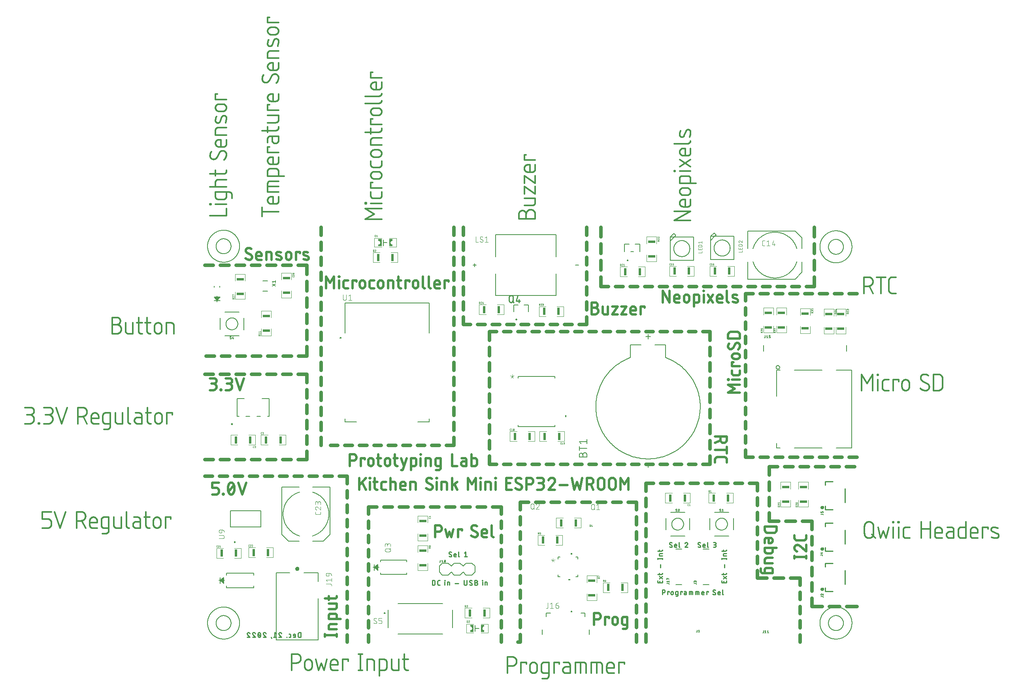
<source format=gbr>
G04 EAGLE Gerber RS-274X export*
G75*
%MOMM*%
%FSLAX34Y34*%
%LPD*%
%INSilkscreen Top*%
%IPPOS*%
%AMOC8*
5,1,8,0,0,1.08239X$1,22.5*%
G01*
%ADD10C,0.304800*%
%ADD11C,0.762000*%
%ADD12C,0.508000*%
%ADD13C,0.228600*%
%ADD14C,0.152400*%
%ADD15C,0.203200*%
%ADD16C,0.200000*%
%ADD17C,0.127000*%
%ADD18C,0.101600*%
%ADD19C,0.100000*%
%ADD20R,0.500000X1.600000*%
%ADD21R,3.600000X0.100000*%
%ADD22C,0.025400*%
%ADD23R,1.600000X0.500000*%
%ADD24R,0.100000X3.600000*%
%ADD25R,1.700000X0.100000*%
%ADD26C,0.076200*%
%ADD27C,0.254000*%
%ADD28C,0.400000*%

G36*
X576205Y21709D02*
X576205Y21709D01*
X576205Y21710D01*
X576205Y36710D01*
X576201Y36715D01*
X576200Y36715D01*
X569200Y36715D01*
X569195Y36711D01*
X569195Y36710D01*
X569195Y33210D01*
X569199Y33205D01*
X570089Y33105D01*
X570933Y32809D01*
X571691Y32333D01*
X572323Y31701D01*
X572799Y30943D01*
X573095Y30099D01*
X573195Y29210D01*
X573194Y29199D01*
X573194Y29198D01*
X573193Y29194D01*
X573193Y29189D01*
X573192Y29184D01*
X573191Y29179D01*
X573191Y29174D01*
X573190Y29169D01*
X573190Y29164D01*
X573189Y29159D01*
X573187Y29139D01*
X573186Y29134D01*
X573186Y29129D01*
X573185Y29124D01*
X573185Y29119D01*
X573184Y29114D01*
X573184Y29109D01*
X573183Y29104D01*
X573181Y29084D01*
X573180Y29079D01*
X573180Y29074D01*
X573179Y29069D01*
X573179Y29064D01*
X573178Y29059D01*
X573177Y29054D01*
X573177Y29049D01*
X573176Y29045D01*
X573176Y29044D01*
X573174Y29025D01*
X573174Y29020D01*
X573173Y29015D01*
X573172Y29010D01*
X573172Y29005D01*
X573171Y29000D01*
X573171Y28995D01*
X573170Y28990D01*
X573167Y28965D01*
X573167Y28960D01*
X573166Y28955D01*
X573166Y28950D01*
X573165Y28945D01*
X573165Y28940D01*
X573164Y28935D01*
X573163Y28930D01*
X573161Y28910D01*
X573161Y28905D01*
X573160Y28900D01*
X573160Y28895D01*
X573159Y28890D01*
X573158Y28886D01*
X573158Y28885D01*
X573158Y28881D01*
X573158Y28880D01*
X573157Y28876D01*
X573157Y28871D01*
X573155Y28851D01*
X573154Y28846D01*
X573153Y28841D01*
X573153Y28836D01*
X573152Y28831D01*
X573152Y28826D01*
X573151Y28821D01*
X573151Y28816D01*
X573148Y28796D01*
X573148Y28791D01*
X573147Y28786D01*
X573147Y28781D01*
X573146Y28776D01*
X573146Y28771D01*
X573145Y28766D01*
X573144Y28761D01*
X573144Y28756D01*
X573142Y28736D01*
X573141Y28731D01*
X573141Y28727D01*
X573141Y28726D01*
X573140Y28722D01*
X573140Y28721D01*
X573139Y28717D01*
X573139Y28712D01*
X573138Y28707D01*
X573138Y28702D01*
X573136Y28682D01*
X573135Y28682D01*
X573135Y28677D01*
X573134Y28672D01*
X573134Y28667D01*
X573133Y28662D01*
X573133Y28657D01*
X573132Y28652D01*
X573132Y28647D01*
X573131Y28642D01*
X573129Y28622D01*
X573128Y28617D01*
X573128Y28612D01*
X573127Y28607D01*
X573127Y28602D01*
X573126Y28597D01*
X573125Y28592D01*
X573125Y28587D01*
X573122Y28563D01*
X573122Y28562D01*
X573122Y28558D01*
X573121Y28558D01*
X573122Y28558D01*
X573121Y28553D01*
X573120Y28548D01*
X573120Y28543D01*
X573119Y28538D01*
X573119Y28533D01*
X573118Y28528D01*
X573116Y28508D01*
X573115Y28503D01*
X573115Y28498D01*
X573114Y28493D01*
X573114Y28488D01*
X573113Y28483D01*
X573113Y28478D01*
X573112Y28473D01*
X573111Y28468D01*
X573109Y28448D01*
X573109Y28443D01*
X573108Y28438D01*
X573108Y28433D01*
X573107Y28433D01*
X573108Y28433D01*
X573107Y28428D01*
X573106Y28423D01*
X573106Y28418D01*
X573105Y28413D01*
X573103Y28394D01*
X573102Y28389D01*
X573102Y28384D01*
X573101Y28379D01*
X573101Y28374D01*
X573100Y28369D01*
X573100Y28364D01*
X573099Y28359D01*
X573099Y28354D01*
X573096Y28334D01*
X573096Y28329D01*
X573095Y28324D01*
X573095Y28321D01*
X572799Y27477D01*
X572323Y26719D01*
X571691Y26087D01*
X570933Y25611D01*
X570089Y25315D01*
X569932Y25297D01*
X569799Y25283D01*
X569623Y25263D01*
X569314Y25228D01*
X569199Y25215D01*
X569195Y25210D01*
X569195Y21710D01*
X569199Y21705D01*
X569200Y21705D01*
X576200Y21705D01*
X576205Y21709D01*
G37*
G36*
X379355Y848479D02*
X379355Y848479D01*
X379355Y848480D01*
X379355Y863480D01*
X379351Y863485D01*
X379350Y863485D01*
X372350Y863485D01*
X372345Y863481D01*
X372345Y863480D01*
X372345Y859980D01*
X372349Y859975D01*
X373239Y859875D01*
X374083Y859579D01*
X374841Y859103D01*
X375473Y858471D01*
X375949Y857713D01*
X376245Y856869D01*
X376345Y855980D01*
X376344Y855969D01*
X376344Y855968D01*
X376343Y855964D01*
X376343Y855959D01*
X376342Y855954D01*
X376341Y855949D01*
X376341Y855944D01*
X376340Y855939D01*
X376340Y855934D01*
X376339Y855929D01*
X376337Y855909D01*
X376336Y855904D01*
X376336Y855899D01*
X376335Y855894D01*
X376335Y855889D01*
X376334Y855884D01*
X376334Y855879D01*
X376333Y855874D01*
X376331Y855854D01*
X376330Y855849D01*
X376330Y855844D01*
X376329Y855839D01*
X376329Y855834D01*
X376328Y855829D01*
X376327Y855824D01*
X376327Y855819D01*
X376326Y855815D01*
X376326Y855814D01*
X376324Y855795D01*
X376324Y855790D01*
X376323Y855785D01*
X376322Y855780D01*
X376322Y855775D01*
X376321Y855770D01*
X376321Y855765D01*
X376320Y855760D01*
X376317Y855735D01*
X376317Y855730D01*
X376316Y855725D01*
X376316Y855720D01*
X376315Y855715D01*
X376315Y855710D01*
X376314Y855705D01*
X376313Y855700D01*
X376311Y855680D01*
X376311Y855675D01*
X376310Y855670D01*
X376310Y855665D01*
X376309Y855660D01*
X376308Y855656D01*
X376308Y855655D01*
X376308Y855651D01*
X376308Y855650D01*
X376307Y855646D01*
X376307Y855641D01*
X376305Y855621D01*
X376304Y855616D01*
X376303Y855611D01*
X376303Y855606D01*
X376302Y855601D01*
X376302Y855596D01*
X376301Y855591D01*
X376301Y855586D01*
X376298Y855566D01*
X376298Y855561D01*
X376297Y855556D01*
X376297Y855551D01*
X376296Y855546D01*
X376296Y855541D01*
X376295Y855536D01*
X376294Y855531D01*
X376294Y855526D01*
X376292Y855506D01*
X376291Y855501D01*
X376291Y855497D01*
X376291Y855496D01*
X376290Y855492D01*
X376290Y855491D01*
X376289Y855487D01*
X376289Y855482D01*
X376288Y855477D01*
X376288Y855472D01*
X376286Y855452D01*
X376285Y855452D01*
X376285Y855447D01*
X376284Y855442D01*
X376284Y855437D01*
X376283Y855432D01*
X376283Y855427D01*
X376282Y855422D01*
X376282Y855417D01*
X376281Y855412D01*
X376279Y855392D01*
X376278Y855387D01*
X376278Y855382D01*
X376277Y855377D01*
X376277Y855372D01*
X376276Y855367D01*
X376275Y855362D01*
X376275Y855357D01*
X376272Y855333D01*
X376272Y855332D01*
X376272Y855328D01*
X376271Y855328D01*
X376272Y855328D01*
X376271Y855323D01*
X376270Y855318D01*
X376270Y855313D01*
X376269Y855308D01*
X376269Y855303D01*
X376268Y855298D01*
X376266Y855278D01*
X376265Y855273D01*
X376265Y855268D01*
X376264Y855263D01*
X376264Y855258D01*
X376263Y855253D01*
X376263Y855248D01*
X376262Y855243D01*
X376261Y855238D01*
X376259Y855218D01*
X376259Y855213D01*
X376258Y855208D01*
X376258Y855203D01*
X376257Y855203D01*
X376258Y855203D01*
X376257Y855198D01*
X376256Y855193D01*
X376256Y855188D01*
X376255Y855183D01*
X376253Y855164D01*
X376252Y855159D01*
X376252Y855154D01*
X376251Y855149D01*
X376251Y855144D01*
X376250Y855139D01*
X376250Y855134D01*
X376249Y855129D01*
X376249Y855124D01*
X376246Y855104D01*
X376246Y855099D01*
X376245Y855094D01*
X376245Y855091D01*
X375949Y854247D01*
X375473Y853489D01*
X374841Y852857D01*
X374083Y852381D01*
X373239Y852085D01*
X373082Y852067D01*
X372949Y852053D01*
X372773Y852033D01*
X372464Y851998D01*
X372349Y851985D01*
X372345Y851980D01*
X372345Y848480D01*
X372349Y848475D01*
X372350Y848475D01*
X379350Y848475D01*
X379355Y848479D01*
G37*
G36*
X402355Y848479D02*
X402355Y848479D01*
X402355Y848480D01*
X402355Y851980D01*
X402351Y851985D01*
X401461Y852085D01*
X400617Y852381D01*
X399859Y852857D01*
X399227Y853489D01*
X398751Y854247D01*
X398455Y855091D01*
X398355Y855980D01*
X398355Y855982D01*
X398357Y856002D01*
X398358Y856002D01*
X398358Y856007D01*
X398359Y856012D01*
X398359Y856017D01*
X398360Y856022D01*
X398360Y856027D01*
X398361Y856032D01*
X398361Y856037D01*
X398364Y856062D01*
X398365Y856067D01*
X398365Y856072D01*
X398366Y856077D01*
X398366Y856082D01*
X398367Y856086D01*
X398367Y856087D01*
X398368Y856091D01*
X398368Y856092D01*
X398368Y856096D01*
X398370Y856116D01*
X398371Y856121D01*
X398371Y856126D01*
X398372Y856126D01*
X398371Y856126D01*
X398372Y856131D01*
X398373Y856136D01*
X398373Y856141D01*
X398374Y856146D01*
X398374Y856151D01*
X398375Y856156D01*
X398377Y856176D01*
X398378Y856181D01*
X398378Y856186D01*
X398379Y856191D01*
X398379Y856196D01*
X398380Y856201D01*
X398380Y856206D01*
X398381Y856211D01*
X398383Y856231D01*
X398384Y856236D01*
X398384Y856241D01*
X398385Y856245D01*
X398385Y856246D01*
X398385Y856250D01*
X398386Y856250D01*
X398385Y856251D01*
X398386Y856255D01*
X398387Y856260D01*
X398387Y856265D01*
X398388Y856270D01*
X398390Y856290D01*
X398391Y856295D01*
X398391Y856300D01*
X398392Y856305D01*
X398392Y856310D01*
X398393Y856315D01*
X398393Y856320D01*
X398394Y856325D01*
X398396Y856345D01*
X398397Y856350D01*
X398397Y856355D01*
X398398Y856360D01*
X398398Y856365D01*
X398399Y856370D01*
X398399Y856375D01*
X398400Y856375D01*
X398399Y856375D01*
X398400Y856380D01*
X398401Y856385D01*
X398403Y856404D01*
X398403Y856405D01*
X398403Y856409D01*
X398403Y856410D01*
X398404Y856414D01*
X398405Y856419D01*
X398405Y856424D01*
X398406Y856429D01*
X398406Y856434D01*
X398407Y856439D01*
X398410Y856464D01*
X398410Y856469D01*
X398411Y856474D01*
X398411Y856479D01*
X398412Y856484D01*
X398412Y856489D01*
X398413Y856494D01*
X398413Y856499D01*
X398414Y856499D01*
X398413Y856499D01*
X398416Y856519D01*
X398416Y856524D01*
X398417Y856529D01*
X398417Y856534D01*
X398418Y856539D01*
X398419Y856544D01*
X398419Y856549D01*
X398420Y856554D01*
X398422Y856578D01*
X398423Y856583D01*
X398424Y856588D01*
X398424Y856593D01*
X398425Y856598D01*
X398425Y856603D01*
X398426Y856608D01*
X398426Y856613D01*
X398429Y856633D01*
X398429Y856638D01*
X398430Y856643D01*
X398430Y856648D01*
X398431Y856653D01*
X398431Y856658D01*
X398432Y856663D01*
X398433Y856668D01*
X398433Y856673D01*
X398435Y856693D01*
X398436Y856698D01*
X398436Y856703D01*
X398437Y856708D01*
X398438Y856713D01*
X398438Y856718D01*
X398439Y856722D01*
X398439Y856723D01*
X398439Y856727D01*
X398439Y856728D01*
X398441Y856747D01*
X398442Y856752D01*
X398443Y856757D01*
X398443Y856762D01*
X398444Y856767D01*
X398444Y856772D01*
X398445Y856777D01*
X398445Y856782D01*
X398446Y856787D01*
X398448Y856807D01*
X398449Y856812D01*
X398449Y856817D01*
X398450Y856822D01*
X398450Y856827D01*
X398451Y856832D01*
X398452Y856837D01*
X398452Y856842D01*
X398454Y856862D01*
X398455Y856867D01*
X398455Y856869D01*
X398751Y857713D01*
X399227Y858471D01*
X399859Y859103D01*
X400617Y859579D01*
X401461Y859875D01*
X402351Y859975D01*
X402355Y859980D01*
X402355Y863480D01*
X402351Y863485D01*
X402350Y863485D01*
X395350Y863485D01*
X395345Y863481D01*
X395345Y863480D01*
X395345Y848480D01*
X395349Y848475D01*
X395350Y848475D01*
X402350Y848475D01*
X402355Y848479D01*
G37*
G36*
X599205Y21709D02*
X599205Y21709D01*
X599205Y21710D01*
X599205Y25210D01*
X599201Y25215D01*
X598311Y25315D01*
X597467Y25611D01*
X596709Y26087D01*
X596077Y26719D01*
X595601Y27477D01*
X595305Y28321D01*
X595205Y29210D01*
X595205Y29212D01*
X595207Y29232D01*
X595208Y29232D01*
X595208Y29237D01*
X595209Y29242D01*
X595209Y29247D01*
X595210Y29252D01*
X595210Y29257D01*
X595211Y29262D01*
X595211Y29267D01*
X595214Y29292D01*
X595215Y29297D01*
X595215Y29302D01*
X595216Y29307D01*
X595216Y29312D01*
X595217Y29316D01*
X595217Y29317D01*
X595218Y29321D01*
X595218Y29322D01*
X595218Y29326D01*
X595220Y29346D01*
X595221Y29351D01*
X595221Y29356D01*
X595222Y29356D01*
X595221Y29356D01*
X595222Y29361D01*
X595223Y29366D01*
X595223Y29371D01*
X595224Y29376D01*
X595224Y29381D01*
X595225Y29386D01*
X595227Y29406D01*
X595228Y29411D01*
X595228Y29416D01*
X595229Y29421D01*
X595229Y29426D01*
X595230Y29431D01*
X595230Y29436D01*
X595231Y29441D01*
X595233Y29461D01*
X595234Y29466D01*
X595234Y29471D01*
X595235Y29475D01*
X595235Y29476D01*
X595235Y29480D01*
X595236Y29480D01*
X595235Y29481D01*
X595236Y29485D01*
X595237Y29490D01*
X595237Y29495D01*
X595238Y29500D01*
X595240Y29520D01*
X595241Y29525D01*
X595241Y29530D01*
X595242Y29535D01*
X595242Y29540D01*
X595243Y29545D01*
X595243Y29550D01*
X595244Y29555D01*
X595246Y29575D01*
X595247Y29580D01*
X595247Y29585D01*
X595248Y29590D01*
X595248Y29595D01*
X595249Y29600D01*
X595249Y29605D01*
X595250Y29605D01*
X595249Y29605D01*
X595250Y29610D01*
X595251Y29615D01*
X595253Y29634D01*
X595253Y29635D01*
X595253Y29639D01*
X595253Y29640D01*
X595254Y29644D01*
X595255Y29649D01*
X595255Y29654D01*
X595256Y29659D01*
X595256Y29664D01*
X595257Y29669D01*
X595260Y29694D01*
X595260Y29699D01*
X595261Y29704D01*
X595261Y29709D01*
X595262Y29714D01*
X595262Y29719D01*
X595263Y29724D01*
X595263Y29729D01*
X595264Y29729D01*
X595263Y29729D01*
X595266Y29749D01*
X595266Y29754D01*
X595267Y29759D01*
X595267Y29764D01*
X595268Y29769D01*
X595269Y29774D01*
X595269Y29779D01*
X595270Y29784D01*
X595272Y29808D01*
X595273Y29813D01*
X595274Y29818D01*
X595274Y29823D01*
X595275Y29828D01*
X595275Y29833D01*
X595276Y29838D01*
X595276Y29843D01*
X595279Y29863D01*
X595279Y29868D01*
X595280Y29873D01*
X595280Y29878D01*
X595281Y29883D01*
X595281Y29888D01*
X595282Y29893D01*
X595283Y29898D01*
X595283Y29903D01*
X595285Y29923D01*
X595286Y29928D01*
X595286Y29933D01*
X595287Y29938D01*
X595288Y29943D01*
X595288Y29948D01*
X595289Y29952D01*
X595289Y29953D01*
X595289Y29957D01*
X595289Y29958D01*
X595291Y29977D01*
X595292Y29982D01*
X595293Y29987D01*
X595293Y29992D01*
X595294Y29997D01*
X595294Y30002D01*
X595295Y30007D01*
X595295Y30012D01*
X595296Y30017D01*
X595298Y30037D01*
X595299Y30042D01*
X595299Y30047D01*
X595300Y30052D01*
X595300Y30057D01*
X595301Y30062D01*
X595302Y30067D01*
X595302Y30072D01*
X595304Y30092D01*
X595305Y30097D01*
X595305Y30099D01*
X595601Y30943D01*
X596077Y31701D01*
X596709Y32333D01*
X597467Y32809D01*
X598311Y33105D01*
X599201Y33205D01*
X599205Y33210D01*
X599205Y36710D01*
X599201Y36715D01*
X599200Y36715D01*
X592200Y36715D01*
X592195Y36711D01*
X592195Y36710D01*
X592195Y21710D01*
X592199Y21705D01*
X592200Y21705D01*
X599200Y21705D01*
X599205Y21709D01*
G37*
G36*
X775083Y481840D02*
X775083Y481840D01*
X775085Y481839D01*
X775128Y481859D01*
X775172Y481877D01*
X775172Y481879D01*
X775174Y481880D01*
X775207Y481965D01*
X775207Y485775D01*
X775206Y485777D01*
X775207Y485779D01*
X775187Y485822D01*
X775169Y485866D01*
X775167Y485866D01*
X775166Y485868D01*
X775081Y485901D01*
X772541Y485901D01*
X772539Y485900D01*
X772537Y485901D01*
X772494Y485881D01*
X772450Y485863D01*
X772450Y485861D01*
X772448Y485860D01*
X772415Y485775D01*
X772415Y481965D01*
X772416Y481963D01*
X772415Y481961D01*
X772435Y481918D01*
X772453Y481874D01*
X772455Y481874D01*
X772456Y481872D01*
X772541Y481839D01*
X775081Y481839D01*
X775083Y481840D01*
G37*
G36*
X782918Y132082D02*
X782918Y132082D01*
X782920Y132081D01*
X782963Y132101D01*
X783006Y132119D01*
X783007Y132121D01*
X783009Y132122D01*
X783042Y132207D01*
X783042Y134747D01*
X783041Y134749D01*
X783042Y134751D01*
X783022Y134794D01*
X783003Y134838D01*
X783001Y134838D01*
X783001Y134840D01*
X782916Y134873D01*
X779106Y134873D01*
X779104Y134872D01*
X779102Y134873D01*
X779059Y134853D01*
X779015Y134835D01*
X779014Y134833D01*
X779012Y134832D01*
X778979Y134747D01*
X778979Y132207D01*
X778980Y132205D01*
X778979Y132203D01*
X778999Y132160D01*
X779018Y132116D01*
X779020Y132116D01*
X779021Y132114D01*
X779106Y132081D01*
X782916Y132081D01*
X782918Y132082D01*
G37*
G36*
X787919Y187708D02*
X787919Y187708D01*
X787921Y187707D01*
X787964Y187727D01*
X788008Y187745D01*
X788008Y187747D01*
X788010Y187748D01*
X788043Y187833D01*
X788043Y190373D01*
X788042Y190375D01*
X788043Y190377D01*
X788023Y190420D01*
X788005Y190464D01*
X788003Y190464D01*
X788002Y190466D01*
X787917Y190499D01*
X784107Y190499D01*
X784105Y190498D01*
X784103Y190499D01*
X784060Y190479D01*
X784016Y190461D01*
X784015Y190459D01*
X784013Y190458D01*
X783981Y190373D01*
X783981Y187833D01*
X783981Y187831D01*
X783981Y187829D01*
X784001Y187786D01*
X784019Y187742D01*
X784021Y187742D01*
X784022Y187740D01*
X784107Y187707D01*
X787917Y187707D01*
X787919Y187708D01*
G37*
D10*
X379476Y905764D02*
X344424Y905764D01*
X363897Y917448D01*
X344424Y929132D01*
X379476Y929132D01*
X379476Y940308D02*
X356108Y940308D01*
X346371Y939334D02*
X344424Y939334D01*
X344424Y941282D01*
X346371Y941282D01*
X346371Y939334D01*
X379476Y956450D02*
X379476Y964239D01*
X379476Y956450D02*
X379474Y956300D01*
X379468Y956149D01*
X379459Y955999D01*
X379445Y955849D01*
X379428Y955700D01*
X379406Y955551D01*
X379381Y955403D01*
X379352Y955255D01*
X379320Y955108D01*
X379283Y954962D01*
X379243Y954817D01*
X379199Y954673D01*
X379152Y954531D01*
X379100Y954389D01*
X379046Y954249D01*
X378987Y954111D01*
X378925Y953973D01*
X378860Y953838D01*
X378791Y953704D01*
X378718Y953573D01*
X378642Y953443D01*
X378563Y953315D01*
X378481Y953189D01*
X378395Y953065D01*
X378307Y952944D01*
X378215Y952824D01*
X378120Y952708D01*
X378022Y952593D01*
X377921Y952482D01*
X377818Y952373D01*
X377711Y952266D01*
X377602Y952163D01*
X377491Y952062D01*
X377376Y951964D01*
X377260Y951869D01*
X377140Y951777D01*
X377019Y951689D01*
X376895Y951603D01*
X376769Y951521D01*
X376641Y951442D01*
X376511Y951366D01*
X376380Y951293D01*
X376246Y951224D01*
X376111Y951159D01*
X375973Y951097D01*
X375835Y951038D01*
X375695Y950984D01*
X375553Y950932D01*
X375411Y950885D01*
X375267Y950841D01*
X375122Y950801D01*
X374976Y950764D01*
X374829Y950732D01*
X374681Y950703D01*
X374533Y950678D01*
X374384Y950656D01*
X374235Y950639D01*
X374085Y950625D01*
X373935Y950616D01*
X373784Y950610D01*
X373634Y950608D01*
X361950Y950608D01*
X361800Y950610D01*
X361649Y950616D01*
X361499Y950625D01*
X361349Y950639D01*
X361200Y950656D01*
X361051Y950678D01*
X360903Y950703D01*
X360755Y950732D01*
X360608Y950764D01*
X360462Y950801D01*
X360317Y950841D01*
X360173Y950885D01*
X360031Y950932D01*
X359889Y950984D01*
X359749Y951038D01*
X359611Y951097D01*
X359473Y951159D01*
X359338Y951224D01*
X359204Y951293D01*
X359073Y951366D01*
X358943Y951442D01*
X358815Y951521D01*
X358689Y951603D01*
X358565Y951689D01*
X358444Y951777D01*
X358324Y951869D01*
X358208Y951964D01*
X358093Y952062D01*
X357982Y952163D01*
X357873Y952266D01*
X357766Y952373D01*
X357663Y952482D01*
X357562Y952593D01*
X357464Y952708D01*
X357369Y952824D01*
X357277Y952944D01*
X357189Y953065D01*
X357103Y953189D01*
X357021Y953315D01*
X356942Y953443D01*
X356866Y953573D01*
X356793Y953704D01*
X356724Y953838D01*
X356659Y953973D01*
X356597Y954111D01*
X356538Y954249D01*
X356484Y954389D01*
X356432Y954531D01*
X356385Y954673D01*
X356341Y954817D01*
X356301Y954962D01*
X356264Y955108D01*
X356232Y955255D01*
X356203Y955403D01*
X356178Y955551D01*
X356156Y955700D01*
X356139Y955849D01*
X356125Y955999D01*
X356116Y956149D01*
X356110Y956300D01*
X356108Y956450D01*
X356108Y964239D01*
X356108Y973442D02*
X379476Y973442D01*
X356108Y973442D02*
X356108Y985126D01*
X360003Y985126D01*
X363897Y992526D02*
X371687Y992526D01*
X363897Y992526D02*
X363707Y992528D01*
X363518Y992535D01*
X363328Y992547D01*
X363139Y992563D01*
X362951Y992584D01*
X362763Y992609D01*
X362576Y992639D01*
X362389Y992673D01*
X362203Y992712D01*
X362019Y992756D01*
X361835Y992804D01*
X361653Y992856D01*
X361472Y992913D01*
X361293Y992974D01*
X361115Y993040D01*
X360938Y993110D01*
X360764Y993184D01*
X360591Y993262D01*
X360420Y993345D01*
X360251Y993432D01*
X360085Y993523D01*
X359921Y993617D01*
X359759Y993716D01*
X359599Y993819D01*
X359442Y993926D01*
X359288Y994036D01*
X359137Y994150D01*
X358988Y994268D01*
X358842Y994389D01*
X358699Y994514D01*
X358560Y994642D01*
X358423Y994774D01*
X358290Y994909D01*
X358160Y995047D01*
X358033Y995188D01*
X357910Y995333D01*
X357790Y995480D01*
X357675Y995630D01*
X357562Y995783D01*
X357454Y995939D01*
X357349Y996097D01*
X357248Y996257D01*
X357152Y996421D01*
X357059Y996586D01*
X356970Y996754D01*
X356885Y996923D01*
X356805Y997095D01*
X356728Y997269D01*
X356656Y997444D01*
X356589Y997621D01*
X356525Y997800D01*
X356466Y997980D01*
X356411Y998162D01*
X356361Y998345D01*
X356316Y998529D01*
X356274Y998714D01*
X356238Y998900D01*
X356205Y999087D01*
X356178Y999275D01*
X356155Y999463D01*
X356136Y999652D01*
X356122Y999841D01*
X356113Y1000031D01*
X356109Y1000220D01*
X356109Y1000410D01*
X356113Y1000599D01*
X356122Y1000789D01*
X356136Y1000978D01*
X356155Y1001167D01*
X356178Y1001355D01*
X356205Y1001543D01*
X356238Y1001730D01*
X356274Y1001916D01*
X356316Y1002101D01*
X356361Y1002285D01*
X356411Y1002468D01*
X356466Y1002650D01*
X356525Y1002830D01*
X356589Y1003009D01*
X356656Y1003186D01*
X356728Y1003361D01*
X356805Y1003535D01*
X356885Y1003707D01*
X356970Y1003876D01*
X357059Y1004044D01*
X357152Y1004210D01*
X357248Y1004373D01*
X357349Y1004533D01*
X357454Y1004691D01*
X357562Y1004847D01*
X357675Y1005000D01*
X357790Y1005150D01*
X357910Y1005297D01*
X358033Y1005442D01*
X358160Y1005583D01*
X358290Y1005721D01*
X358423Y1005856D01*
X358560Y1005988D01*
X358699Y1006116D01*
X358842Y1006241D01*
X358988Y1006362D01*
X359137Y1006480D01*
X359288Y1006594D01*
X359442Y1006704D01*
X359599Y1006811D01*
X359759Y1006914D01*
X359921Y1007013D01*
X360085Y1007107D01*
X360251Y1007198D01*
X360420Y1007285D01*
X360591Y1007368D01*
X360764Y1007446D01*
X360938Y1007520D01*
X361115Y1007590D01*
X361293Y1007656D01*
X361472Y1007717D01*
X361653Y1007774D01*
X361835Y1007826D01*
X362019Y1007874D01*
X362203Y1007918D01*
X362389Y1007957D01*
X362576Y1007991D01*
X362763Y1008021D01*
X362951Y1008046D01*
X363139Y1008067D01*
X363328Y1008083D01*
X363518Y1008095D01*
X363707Y1008102D01*
X363897Y1008104D01*
X363897Y1008105D02*
X371687Y1008105D01*
X371687Y1008104D02*
X371877Y1008102D01*
X372066Y1008095D01*
X372256Y1008083D01*
X372445Y1008067D01*
X372633Y1008046D01*
X372821Y1008021D01*
X373008Y1007991D01*
X373195Y1007957D01*
X373381Y1007918D01*
X373565Y1007874D01*
X373749Y1007826D01*
X373931Y1007774D01*
X374112Y1007717D01*
X374291Y1007656D01*
X374469Y1007590D01*
X374646Y1007520D01*
X374820Y1007446D01*
X374993Y1007368D01*
X375164Y1007285D01*
X375333Y1007198D01*
X375499Y1007107D01*
X375663Y1007013D01*
X375825Y1006914D01*
X375985Y1006811D01*
X376142Y1006704D01*
X376296Y1006594D01*
X376447Y1006480D01*
X376596Y1006362D01*
X376742Y1006241D01*
X376885Y1006116D01*
X377024Y1005988D01*
X377161Y1005856D01*
X377294Y1005721D01*
X377424Y1005583D01*
X377551Y1005442D01*
X377674Y1005297D01*
X377794Y1005150D01*
X377909Y1005000D01*
X378022Y1004847D01*
X378130Y1004691D01*
X378235Y1004533D01*
X378336Y1004373D01*
X378432Y1004210D01*
X378525Y1004044D01*
X378614Y1003876D01*
X378699Y1003707D01*
X378779Y1003535D01*
X378856Y1003361D01*
X378928Y1003186D01*
X378995Y1003009D01*
X379059Y1002830D01*
X379118Y1002650D01*
X379173Y1002468D01*
X379223Y1002285D01*
X379268Y1002101D01*
X379310Y1001916D01*
X379346Y1001730D01*
X379379Y1001543D01*
X379406Y1001355D01*
X379429Y1001167D01*
X379448Y1000978D01*
X379462Y1000789D01*
X379471Y1000599D01*
X379475Y1000410D01*
X379475Y1000220D01*
X379471Y1000031D01*
X379462Y999841D01*
X379448Y999652D01*
X379429Y999463D01*
X379406Y999275D01*
X379379Y999087D01*
X379346Y998900D01*
X379310Y998714D01*
X379268Y998529D01*
X379223Y998345D01*
X379173Y998162D01*
X379118Y997980D01*
X379059Y997800D01*
X378995Y997621D01*
X378928Y997444D01*
X378856Y997269D01*
X378779Y997095D01*
X378699Y996923D01*
X378614Y996754D01*
X378525Y996586D01*
X378432Y996421D01*
X378336Y996257D01*
X378235Y996097D01*
X378130Y995939D01*
X378022Y995783D01*
X377909Y995630D01*
X377794Y995480D01*
X377674Y995333D01*
X377551Y995188D01*
X377424Y995047D01*
X377294Y994909D01*
X377161Y994774D01*
X377024Y994642D01*
X376885Y994514D01*
X376742Y994389D01*
X376596Y994268D01*
X376447Y994150D01*
X376296Y994036D01*
X376142Y993926D01*
X375985Y993819D01*
X375825Y993716D01*
X375663Y993617D01*
X375499Y993523D01*
X375333Y993432D01*
X375164Y993345D01*
X374993Y993262D01*
X374820Y993184D01*
X374646Y993110D01*
X374469Y993040D01*
X374291Y992974D01*
X374112Y992913D01*
X373931Y992856D01*
X373749Y992804D01*
X373565Y992756D01*
X373381Y992712D01*
X373195Y992673D01*
X373008Y992639D01*
X372821Y992609D01*
X372633Y992584D01*
X372445Y992563D01*
X372256Y992547D01*
X372066Y992535D01*
X371877Y992528D01*
X371687Y992526D01*
X379476Y1023125D02*
X379476Y1030914D01*
X379476Y1023125D02*
X379474Y1022975D01*
X379468Y1022824D01*
X379459Y1022674D01*
X379445Y1022524D01*
X379428Y1022375D01*
X379406Y1022226D01*
X379381Y1022078D01*
X379352Y1021930D01*
X379320Y1021783D01*
X379283Y1021637D01*
X379243Y1021492D01*
X379199Y1021348D01*
X379152Y1021206D01*
X379100Y1021064D01*
X379046Y1020924D01*
X378987Y1020786D01*
X378925Y1020648D01*
X378860Y1020513D01*
X378791Y1020379D01*
X378718Y1020248D01*
X378642Y1020118D01*
X378563Y1019990D01*
X378481Y1019864D01*
X378395Y1019740D01*
X378307Y1019619D01*
X378215Y1019499D01*
X378120Y1019383D01*
X378022Y1019268D01*
X377921Y1019157D01*
X377818Y1019048D01*
X377711Y1018941D01*
X377602Y1018838D01*
X377491Y1018737D01*
X377376Y1018639D01*
X377260Y1018544D01*
X377140Y1018452D01*
X377019Y1018364D01*
X376895Y1018278D01*
X376769Y1018196D01*
X376641Y1018117D01*
X376511Y1018041D01*
X376380Y1017968D01*
X376246Y1017899D01*
X376111Y1017834D01*
X375973Y1017772D01*
X375835Y1017713D01*
X375695Y1017659D01*
X375553Y1017607D01*
X375411Y1017560D01*
X375267Y1017516D01*
X375122Y1017476D01*
X374976Y1017439D01*
X374829Y1017407D01*
X374681Y1017378D01*
X374533Y1017353D01*
X374384Y1017331D01*
X374235Y1017314D01*
X374085Y1017300D01*
X373935Y1017291D01*
X373784Y1017285D01*
X373634Y1017283D01*
X361950Y1017283D01*
X361800Y1017285D01*
X361649Y1017291D01*
X361499Y1017300D01*
X361349Y1017314D01*
X361200Y1017331D01*
X361051Y1017353D01*
X360903Y1017378D01*
X360755Y1017407D01*
X360608Y1017439D01*
X360462Y1017476D01*
X360317Y1017516D01*
X360173Y1017560D01*
X360031Y1017607D01*
X359889Y1017659D01*
X359749Y1017713D01*
X359611Y1017772D01*
X359473Y1017834D01*
X359338Y1017899D01*
X359204Y1017968D01*
X359073Y1018041D01*
X358943Y1018117D01*
X358815Y1018196D01*
X358689Y1018278D01*
X358565Y1018364D01*
X358444Y1018452D01*
X358324Y1018544D01*
X358208Y1018639D01*
X358093Y1018737D01*
X357982Y1018838D01*
X357873Y1018941D01*
X357766Y1019048D01*
X357663Y1019157D01*
X357562Y1019268D01*
X357464Y1019383D01*
X357369Y1019499D01*
X357277Y1019619D01*
X357189Y1019740D01*
X357103Y1019864D01*
X357021Y1019990D01*
X356942Y1020118D01*
X356866Y1020248D01*
X356793Y1020379D01*
X356724Y1020513D01*
X356659Y1020648D01*
X356597Y1020786D01*
X356538Y1020924D01*
X356484Y1021064D01*
X356432Y1021206D01*
X356385Y1021348D01*
X356341Y1021492D01*
X356301Y1021637D01*
X356264Y1021783D01*
X356232Y1021930D01*
X356203Y1022078D01*
X356178Y1022226D01*
X356156Y1022375D01*
X356139Y1022524D01*
X356125Y1022674D01*
X356116Y1022824D01*
X356110Y1022975D01*
X356108Y1023125D01*
X356108Y1030914D01*
X363897Y1039199D02*
X371687Y1039199D01*
X363897Y1039199D02*
X363707Y1039201D01*
X363518Y1039208D01*
X363328Y1039220D01*
X363139Y1039236D01*
X362951Y1039257D01*
X362763Y1039282D01*
X362576Y1039312D01*
X362389Y1039346D01*
X362203Y1039385D01*
X362019Y1039429D01*
X361835Y1039477D01*
X361653Y1039529D01*
X361472Y1039586D01*
X361293Y1039647D01*
X361115Y1039713D01*
X360938Y1039783D01*
X360764Y1039857D01*
X360591Y1039935D01*
X360420Y1040018D01*
X360251Y1040105D01*
X360085Y1040196D01*
X359921Y1040290D01*
X359759Y1040389D01*
X359599Y1040492D01*
X359442Y1040599D01*
X359288Y1040709D01*
X359137Y1040823D01*
X358988Y1040941D01*
X358842Y1041062D01*
X358699Y1041187D01*
X358560Y1041315D01*
X358423Y1041447D01*
X358290Y1041582D01*
X358160Y1041720D01*
X358033Y1041861D01*
X357910Y1042006D01*
X357790Y1042153D01*
X357675Y1042303D01*
X357562Y1042456D01*
X357454Y1042612D01*
X357349Y1042770D01*
X357248Y1042930D01*
X357152Y1043094D01*
X357059Y1043259D01*
X356970Y1043427D01*
X356885Y1043596D01*
X356805Y1043768D01*
X356728Y1043942D01*
X356656Y1044117D01*
X356589Y1044294D01*
X356525Y1044473D01*
X356466Y1044653D01*
X356411Y1044835D01*
X356361Y1045018D01*
X356316Y1045202D01*
X356274Y1045387D01*
X356238Y1045573D01*
X356205Y1045760D01*
X356178Y1045948D01*
X356155Y1046136D01*
X356136Y1046325D01*
X356122Y1046514D01*
X356113Y1046704D01*
X356109Y1046893D01*
X356109Y1047083D01*
X356113Y1047272D01*
X356122Y1047462D01*
X356136Y1047651D01*
X356155Y1047840D01*
X356178Y1048028D01*
X356205Y1048216D01*
X356238Y1048403D01*
X356274Y1048589D01*
X356316Y1048774D01*
X356361Y1048958D01*
X356411Y1049141D01*
X356466Y1049323D01*
X356525Y1049503D01*
X356589Y1049682D01*
X356656Y1049859D01*
X356728Y1050034D01*
X356805Y1050208D01*
X356885Y1050380D01*
X356970Y1050549D01*
X357059Y1050717D01*
X357152Y1050883D01*
X357248Y1051046D01*
X357349Y1051206D01*
X357454Y1051364D01*
X357562Y1051520D01*
X357675Y1051673D01*
X357790Y1051823D01*
X357910Y1051970D01*
X358033Y1052115D01*
X358160Y1052256D01*
X358290Y1052394D01*
X358423Y1052529D01*
X358560Y1052661D01*
X358699Y1052789D01*
X358842Y1052914D01*
X358988Y1053035D01*
X359137Y1053153D01*
X359288Y1053267D01*
X359442Y1053377D01*
X359599Y1053484D01*
X359759Y1053587D01*
X359921Y1053686D01*
X360085Y1053780D01*
X360251Y1053871D01*
X360420Y1053958D01*
X360591Y1054041D01*
X360764Y1054119D01*
X360938Y1054193D01*
X361115Y1054263D01*
X361293Y1054329D01*
X361472Y1054390D01*
X361653Y1054447D01*
X361835Y1054499D01*
X362019Y1054547D01*
X362203Y1054591D01*
X362389Y1054630D01*
X362576Y1054664D01*
X362763Y1054694D01*
X362951Y1054719D01*
X363139Y1054740D01*
X363328Y1054756D01*
X363518Y1054768D01*
X363707Y1054775D01*
X363897Y1054777D01*
X371687Y1054777D01*
X371877Y1054775D01*
X372066Y1054768D01*
X372256Y1054756D01*
X372445Y1054740D01*
X372633Y1054719D01*
X372821Y1054694D01*
X373008Y1054664D01*
X373195Y1054630D01*
X373381Y1054591D01*
X373565Y1054547D01*
X373749Y1054499D01*
X373931Y1054447D01*
X374112Y1054390D01*
X374291Y1054329D01*
X374469Y1054263D01*
X374646Y1054193D01*
X374820Y1054119D01*
X374993Y1054041D01*
X375164Y1053958D01*
X375333Y1053871D01*
X375499Y1053780D01*
X375663Y1053686D01*
X375825Y1053587D01*
X375985Y1053484D01*
X376142Y1053377D01*
X376296Y1053267D01*
X376447Y1053153D01*
X376596Y1053035D01*
X376742Y1052914D01*
X376885Y1052789D01*
X377024Y1052661D01*
X377161Y1052529D01*
X377294Y1052394D01*
X377424Y1052256D01*
X377551Y1052115D01*
X377674Y1051970D01*
X377794Y1051823D01*
X377909Y1051673D01*
X378022Y1051520D01*
X378130Y1051364D01*
X378235Y1051206D01*
X378336Y1051046D01*
X378432Y1050883D01*
X378525Y1050717D01*
X378614Y1050549D01*
X378699Y1050380D01*
X378779Y1050208D01*
X378856Y1050034D01*
X378928Y1049859D01*
X378995Y1049682D01*
X379059Y1049503D01*
X379118Y1049323D01*
X379173Y1049141D01*
X379223Y1048958D01*
X379268Y1048774D01*
X379310Y1048589D01*
X379346Y1048403D01*
X379379Y1048216D01*
X379406Y1048028D01*
X379429Y1047840D01*
X379448Y1047651D01*
X379462Y1047462D01*
X379471Y1047272D01*
X379475Y1047083D01*
X379475Y1046893D01*
X379471Y1046704D01*
X379462Y1046514D01*
X379448Y1046325D01*
X379429Y1046136D01*
X379406Y1045948D01*
X379379Y1045760D01*
X379346Y1045573D01*
X379310Y1045387D01*
X379268Y1045202D01*
X379223Y1045018D01*
X379173Y1044835D01*
X379118Y1044653D01*
X379059Y1044473D01*
X378995Y1044294D01*
X378928Y1044117D01*
X378856Y1043942D01*
X378779Y1043768D01*
X378699Y1043596D01*
X378614Y1043427D01*
X378525Y1043259D01*
X378432Y1043094D01*
X378336Y1042930D01*
X378235Y1042770D01*
X378130Y1042612D01*
X378022Y1042456D01*
X377909Y1042303D01*
X377794Y1042153D01*
X377674Y1042006D01*
X377551Y1041861D01*
X377424Y1041720D01*
X377294Y1041582D01*
X377161Y1041447D01*
X377024Y1041315D01*
X376885Y1041187D01*
X376742Y1041062D01*
X376596Y1040941D01*
X376447Y1040823D01*
X376296Y1040709D01*
X376142Y1040599D01*
X375985Y1040492D01*
X375825Y1040389D01*
X375663Y1040290D01*
X375499Y1040196D01*
X375333Y1040105D01*
X375164Y1040018D01*
X374993Y1039935D01*
X374820Y1039857D01*
X374646Y1039783D01*
X374469Y1039713D01*
X374291Y1039647D01*
X374112Y1039586D01*
X373931Y1039529D01*
X373749Y1039477D01*
X373565Y1039429D01*
X373381Y1039385D01*
X373195Y1039346D01*
X373008Y1039312D01*
X372821Y1039282D01*
X372633Y1039257D01*
X372445Y1039236D01*
X372256Y1039220D01*
X372066Y1039208D01*
X371877Y1039201D01*
X371687Y1039199D01*
X379476Y1064916D02*
X356108Y1064916D01*
X356108Y1074653D01*
X356110Y1074803D01*
X356116Y1074954D01*
X356125Y1075104D01*
X356139Y1075254D01*
X356156Y1075403D01*
X356178Y1075552D01*
X356203Y1075700D01*
X356232Y1075848D01*
X356264Y1075995D01*
X356301Y1076141D01*
X356341Y1076286D01*
X356385Y1076430D01*
X356432Y1076572D01*
X356484Y1076714D01*
X356538Y1076854D01*
X356597Y1076992D01*
X356659Y1077130D01*
X356724Y1077265D01*
X356793Y1077399D01*
X356866Y1077530D01*
X356942Y1077660D01*
X357021Y1077788D01*
X357103Y1077914D01*
X357189Y1078038D01*
X357277Y1078159D01*
X357369Y1078279D01*
X357464Y1078395D01*
X357562Y1078510D01*
X357663Y1078621D01*
X357766Y1078730D01*
X357873Y1078837D01*
X357982Y1078940D01*
X358093Y1079041D01*
X358208Y1079139D01*
X358324Y1079234D01*
X358444Y1079326D01*
X358565Y1079414D01*
X358689Y1079500D01*
X358815Y1079582D01*
X358943Y1079661D01*
X359073Y1079737D01*
X359204Y1079810D01*
X359338Y1079879D01*
X359473Y1079944D01*
X359611Y1080006D01*
X359749Y1080065D01*
X359889Y1080119D01*
X360031Y1080171D01*
X360173Y1080218D01*
X360317Y1080262D01*
X360462Y1080302D01*
X360608Y1080339D01*
X360755Y1080371D01*
X360903Y1080400D01*
X361051Y1080425D01*
X361200Y1080447D01*
X361349Y1080464D01*
X361499Y1080478D01*
X361649Y1080487D01*
X361800Y1080493D01*
X361950Y1080495D01*
X379476Y1080495D01*
X356108Y1088813D02*
X356108Y1100497D01*
X344424Y1092708D02*
X373634Y1092708D01*
X373784Y1092710D01*
X373935Y1092716D01*
X374085Y1092725D01*
X374235Y1092739D01*
X374384Y1092756D01*
X374533Y1092778D01*
X374681Y1092803D01*
X374829Y1092832D01*
X374976Y1092864D01*
X375122Y1092901D01*
X375267Y1092941D01*
X375411Y1092985D01*
X375553Y1093032D01*
X375695Y1093084D01*
X375835Y1093138D01*
X375973Y1093197D01*
X376111Y1093259D01*
X376246Y1093324D01*
X376380Y1093393D01*
X376511Y1093466D01*
X376641Y1093542D01*
X376769Y1093621D01*
X376895Y1093703D01*
X377019Y1093789D01*
X377140Y1093877D01*
X377260Y1093969D01*
X377376Y1094064D01*
X377491Y1094162D01*
X377602Y1094263D01*
X377711Y1094366D01*
X377818Y1094473D01*
X377921Y1094582D01*
X378022Y1094693D01*
X378120Y1094808D01*
X378215Y1094924D01*
X378307Y1095044D01*
X378395Y1095165D01*
X378481Y1095289D01*
X378563Y1095415D01*
X378642Y1095543D01*
X378718Y1095673D01*
X378791Y1095804D01*
X378860Y1095938D01*
X378925Y1096073D01*
X378987Y1096211D01*
X379046Y1096349D01*
X379100Y1096489D01*
X379152Y1096631D01*
X379199Y1096773D01*
X379243Y1096917D01*
X379283Y1097062D01*
X379320Y1097208D01*
X379352Y1097355D01*
X379381Y1097503D01*
X379406Y1097651D01*
X379428Y1097800D01*
X379445Y1097949D01*
X379459Y1098099D01*
X379468Y1098249D01*
X379474Y1098400D01*
X379476Y1098550D01*
X379476Y1100497D01*
X379476Y1109650D02*
X356108Y1109650D01*
X356108Y1121334D01*
X360003Y1121334D01*
X363897Y1128733D02*
X371687Y1128733D01*
X363897Y1128734D02*
X363707Y1128736D01*
X363518Y1128743D01*
X363328Y1128755D01*
X363139Y1128771D01*
X362951Y1128792D01*
X362763Y1128817D01*
X362576Y1128847D01*
X362389Y1128881D01*
X362203Y1128920D01*
X362019Y1128964D01*
X361835Y1129012D01*
X361653Y1129064D01*
X361472Y1129121D01*
X361293Y1129182D01*
X361115Y1129248D01*
X360938Y1129318D01*
X360764Y1129392D01*
X360591Y1129470D01*
X360420Y1129553D01*
X360251Y1129640D01*
X360085Y1129731D01*
X359921Y1129825D01*
X359759Y1129924D01*
X359599Y1130027D01*
X359442Y1130134D01*
X359288Y1130244D01*
X359137Y1130358D01*
X358988Y1130476D01*
X358842Y1130597D01*
X358699Y1130722D01*
X358560Y1130850D01*
X358423Y1130982D01*
X358290Y1131117D01*
X358160Y1131255D01*
X358033Y1131396D01*
X357910Y1131541D01*
X357790Y1131688D01*
X357675Y1131838D01*
X357562Y1131991D01*
X357454Y1132147D01*
X357349Y1132305D01*
X357248Y1132465D01*
X357152Y1132629D01*
X357059Y1132794D01*
X356970Y1132962D01*
X356885Y1133131D01*
X356805Y1133303D01*
X356728Y1133477D01*
X356656Y1133652D01*
X356589Y1133829D01*
X356525Y1134008D01*
X356466Y1134188D01*
X356411Y1134370D01*
X356361Y1134553D01*
X356316Y1134737D01*
X356274Y1134922D01*
X356238Y1135108D01*
X356205Y1135295D01*
X356178Y1135483D01*
X356155Y1135671D01*
X356136Y1135860D01*
X356122Y1136049D01*
X356113Y1136239D01*
X356109Y1136428D01*
X356109Y1136618D01*
X356113Y1136807D01*
X356122Y1136997D01*
X356136Y1137186D01*
X356155Y1137375D01*
X356178Y1137563D01*
X356205Y1137751D01*
X356238Y1137938D01*
X356274Y1138124D01*
X356316Y1138309D01*
X356361Y1138493D01*
X356411Y1138676D01*
X356466Y1138858D01*
X356525Y1139038D01*
X356589Y1139217D01*
X356656Y1139394D01*
X356728Y1139569D01*
X356805Y1139743D01*
X356885Y1139915D01*
X356970Y1140084D01*
X357059Y1140252D01*
X357152Y1140418D01*
X357248Y1140581D01*
X357349Y1140741D01*
X357454Y1140899D01*
X357562Y1141055D01*
X357675Y1141208D01*
X357790Y1141358D01*
X357910Y1141505D01*
X358033Y1141650D01*
X358160Y1141791D01*
X358290Y1141929D01*
X358423Y1142064D01*
X358560Y1142196D01*
X358699Y1142324D01*
X358842Y1142449D01*
X358988Y1142570D01*
X359137Y1142688D01*
X359288Y1142802D01*
X359442Y1142912D01*
X359599Y1143019D01*
X359759Y1143122D01*
X359921Y1143221D01*
X360085Y1143315D01*
X360251Y1143406D01*
X360420Y1143493D01*
X360591Y1143576D01*
X360764Y1143654D01*
X360938Y1143728D01*
X361115Y1143798D01*
X361293Y1143864D01*
X361472Y1143925D01*
X361653Y1143982D01*
X361835Y1144034D01*
X362019Y1144082D01*
X362203Y1144126D01*
X362389Y1144165D01*
X362576Y1144199D01*
X362763Y1144229D01*
X362951Y1144254D01*
X363139Y1144275D01*
X363328Y1144291D01*
X363518Y1144303D01*
X363707Y1144310D01*
X363897Y1144312D01*
X371687Y1144312D01*
X371877Y1144310D01*
X372066Y1144303D01*
X372256Y1144291D01*
X372445Y1144275D01*
X372633Y1144254D01*
X372821Y1144229D01*
X373008Y1144199D01*
X373195Y1144165D01*
X373381Y1144126D01*
X373565Y1144082D01*
X373749Y1144034D01*
X373931Y1143982D01*
X374112Y1143925D01*
X374291Y1143864D01*
X374469Y1143798D01*
X374646Y1143728D01*
X374820Y1143654D01*
X374993Y1143576D01*
X375164Y1143493D01*
X375333Y1143406D01*
X375499Y1143315D01*
X375663Y1143221D01*
X375825Y1143122D01*
X375985Y1143019D01*
X376142Y1142912D01*
X376296Y1142802D01*
X376447Y1142688D01*
X376596Y1142570D01*
X376742Y1142449D01*
X376885Y1142324D01*
X377024Y1142196D01*
X377161Y1142064D01*
X377294Y1141929D01*
X377424Y1141791D01*
X377551Y1141650D01*
X377674Y1141505D01*
X377794Y1141358D01*
X377909Y1141208D01*
X378022Y1141055D01*
X378130Y1140899D01*
X378235Y1140741D01*
X378336Y1140581D01*
X378432Y1140418D01*
X378525Y1140252D01*
X378614Y1140084D01*
X378699Y1139915D01*
X378779Y1139743D01*
X378856Y1139569D01*
X378928Y1139394D01*
X378995Y1139217D01*
X379059Y1139038D01*
X379118Y1138858D01*
X379173Y1138676D01*
X379223Y1138493D01*
X379268Y1138309D01*
X379310Y1138124D01*
X379346Y1137938D01*
X379379Y1137751D01*
X379406Y1137563D01*
X379429Y1137375D01*
X379448Y1137186D01*
X379462Y1136997D01*
X379471Y1136807D01*
X379475Y1136618D01*
X379475Y1136428D01*
X379471Y1136239D01*
X379462Y1136049D01*
X379448Y1135860D01*
X379429Y1135671D01*
X379406Y1135483D01*
X379379Y1135295D01*
X379346Y1135108D01*
X379310Y1134922D01*
X379268Y1134737D01*
X379223Y1134553D01*
X379173Y1134370D01*
X379118Y1134188D01*
X379059Y1134008D01*
X378995Y1133829D01*
X378928Y1133652D01*
X378856Y1133477D01*
X378779Y1133303D01*
X378699Y1133131D01*
X378614Y1132962D01*
X378525Y1132794D01*
X378432Y1132629D01*
X378336Y1132465D01*
X378235Y1132305D01*
X378130Y1132147D01*
X378022Y1131991D01*
X377909Y1131838D01*
X377794Y1131688D01*
X377674Y1131541D01*
X377551Y1131396D01*
X377424Y1131255D01*
X377294Y1131117D01*
X377161Y1130982D01*
X377024Y1130850D01*
X376885Y1130722D01*
X376742Y1130597D01*
X376596Y1130476D01*
X376447Y1130358D01*
X376296Y1130244D01*
X376142Y1130134D01*
X375985Y1130027D01*
X375825Y1129924D01*
X375663Y1129825D01*
X375499Y1129731D01*
X375333Y1129640D01*
X375164Y1129553D01*
X374993Y1129470D01*
X374820Y1129392D01*
X374646Y1129318D01*
X374469Y1129248D01*
X374291Y1129182D01*
X374112Y1129121D01*
X373931Y1129064D01*
X373749Y1129012D01*
X373565Y1128964D01*
X373381Y1128920D01*
X373195Y1128881D01*
X373008Y1128847D01*
X372821Y1128817D01*
X372633Y1128792D01*
X372445Y1128771D01*
X372256Y1128755D01*
X372066Y1128743D01*
X371877Y1128736D01*
X371687Y1128734D01*
X373634Y1154536D02*
X344424Y1154536D01*
X373634Y1154536D02*
X373784Y1154538D01*
X373935Y1154544D01*
X374085Y1154553D01*
X374235Y1154567D01*
X374384Y1154584D01*
X374533Y1154606D01*
X374681Y1154631D01*
X374829Y1154660D01*
X374976Y1154692D01*
X375122Y1154729D01*
X375267Y1154769D01*
X375411Y1154813D01*
X375553Y1154860D01*
X375695Y1154912D01*
X375835Y1154966D01*
X375973Y1155025D01*
X376111Y1155087D01*
X376246Y1155152D01*
X376380Y1155221D01*
X376511Y1155294D01*
X376641Y1155370D01*
X376769Y1155449D01*
X376895Y1155531D01*
X377019Y1155617D01*
X377140Y1155705D01*
X377260Y1155797D01*
X377376Y1155892D01*
X377491Y1155990D01*
X377602Y1156091D01*
X377711Y1156194D01*
X377818Y1156301D01*
X377921Y1156410D01*
X378022Y1156521D01*
X378120Y1156636D01*
X378215Y1156752D01*
X378307Y1156872D01*
X378395Y1156993D01*
X378481Y1157117D01*
X378563Y1157243D01*
X378642Y1157371D01*
X378718Y1157501D01*
X378791Y1157632D01*
X378860Y1157766D01*
X378925Y1157901D01*
X378987Y1158039D01*
X379046Y1158177D01*
X379100Y1158317D01*
X379152Y1158459D01*
X379199Y1158601D01*
X379243Y1158745D01*
X379283Y1158890D01*
X379320Y1159036D01*
X379352Y1159183D01*
X379381Y1159331D01*
X379406Y1159479D01*
X379428Y1159628D01*
X379445Y1159777D01*
X379459Y1159927D01*
X379468Y1160077D01*
X379474Y1160228D01*
X379476Y1160378D01*
X373634Y1169776D02*
X344424Y1169776D01*
X373634Y1169776D02*
X373784Y1169778D01*
X373935Y1169784D01*
X374085Y1169793D01*
X374235Y1169807D01*
X374384Y1169824D01*
X374533Y1169846D01*
X374681Y1169871D01*
X374829Y1169900D01*
X374976Y1169932D01*
X375122Y1169969D01*
X375267Y1170009D01*
X375411Y1170053D01*
X375553Y1170100D01*
X375695Y1170152D01*
X375835Y1170206D01*
X375973Y1170265D01*
X376111Y1170327D01*
X376246Y1170392D01*
X376380Y1170461D01*
X376511Y1170534D01*
X376641Y1170610D01*
X376769Y1170689D01*
X376895Y1170771D01*
X377019Y1170857D01*
X377140Y1170945D01*
X377260Y1171037D01*
X377376Y1171132D01*
X377491Y1171230D01*
X377602Y1171331D01*
X377711Y1171434D01*
X377818Y1171541D01*
X377921Y1171650D01*
X378022Y1171761D01*
X378120Y1171876D01*
X378215Y1171992D01*
X378307Y1172112D01*
X378395Y1172233D01*
X378481Y1172357D01*
X378563Y1172483D01*
X378642Y1172611D01*
X378718Y1172741D01*
X378791Y1172872D01*
X378860Y1173006D01*
X378925Y1173141D01*
X378987Y1173279D01*
X379046Y1173417D01*
X379100Y1173557D01*
X379152Y1173699D01*
X379199Y1173841D01*
X379243Y1173985D01*
X379283Y1174130D01*
X379320Y1174276D01*
X379352Y1174423D01*
X379381Y1174571D01*
X379406Y1174719D01*
X379428Y1174868D01*
X379445Y1175017D01*
X379459Y1175167D01*
X379468Y1175317D01*
X379474Y1175468D01*
X379476Y1175618D01*
X379476Y1189820D02*
X379476Y1199557D01*
X379476Y1189820D02*
X379474Y1189670D01*
X379468Y1189519D01*
X379459Y1189369D01*
X379445Y1189219D01*
X379428Y1189070D01*
X379406Y1188921D01*
X379381Y1188773D01*
X379352Y1188625D01*
X379320Y1188478D01*
X379283Y1188332D01*
X379243Y1188187D01*
X379199Y1188043D01*
X379152Y1187901D01*
X379100Y1187759D01*
X379046Y1187619D01*
X378987Y1187481D01*
X378925Y1187343D01*
X378860Y1187208D01*
X378791Y1187074D01*
X378718Y1186943D01*
X378642Y1186813D01*
X378563Y1186685D01*
X378481Y1186559D01*
X378395Y1186435D01*
X378307Y1186314D01*
X378215Y1186194D01*
X378120Y1186078D01*
X378022Y1185963D01*
X377921Y1185852D01*
X377818Y1185743D01*
X377711Y1185636D01*
X377602Y1185533D01*
X377491Y1185432D01*
X377376Y1185334D01*
X377260Y1185239D01*
X377140Y1185147D01*
X377019Y1185059D01*
X376895Y1184973D01*
X376769Y1184891D01*
X376641Y1184812D01*
X376511Y1184736D01*
X376380Y1184663D01*
X376246Y1184594D01*
X376111Y1184529D01*
X375973Y1184467D01*
X375835Y1184408D01*
X375695Y1184354D01*
X375553Y1184302D01*
X375411Y1184255D01*
X375267Y1184211D01*
X375122Y1184171D01*
X374976Y1184134D01*
X374829Y1184102D01*
X374681Y1184073D01*
X374533Y1184048D01*
X374384Y1184026D01*
X374235Y1184009D01*
X374085Y1183995D01*
X373935Y1183986D01*
X373784Y1183980D01*
X373634Y1183978D01*
X363897Y1183978D01*
X363897Y1183979D02*
X363707Y1183981D01*
X363518Y1183988D01*
X363328Y1184000D01*
X363139Y1184016D01*
X362951Y1184037D01*
X362763Y1184062D01*
X362576Y1184092D01*
X362389Y1184126D01*
X362203Y1184165D01*
X362019Y1184209D01*
X361835Y1184257D01*
X361653Y1184309D01*
X361472Y1184366D01*
X361293Y1184427D01*
X361115Y1184493D01*
X360938Y1184563D01*
X360764Y1184637D01*
X360591Y1184715D01*
X360420Y1184798D01*
X360251Y1184885D01*
X360085Y1184976D01*
X359921Y1185070D01*
X359759Y1185169D01*
X359599Y1185272D01*
X359442Y1185379D01*
X359288Y1185489D01*
X359137Y1185603D01*
X358988Y1185721D01*
X358842Y1185842D01*
X358699Y1185967D01*
X358560Y1186095D01*
X358423Y1186227D01*
X358290Y1186362D01*
X358160Y1186500D01*
X358033Y1186641D01*
X357910Y1186786D01*
X357790Y1186933D01*
X357675Y1187083D01*
X357562Y1187236D01*
X357454Y1187392D01*
X357349Y1187550D01*
X357248Y1187710D01*
X357152Y1187874D01*
X357059Y1188039D01*
X356970Y1188207D01*
X356885Y1188376D01*
X356805Y1188548D01*
X356728Y1188722D01*
X356656Y1188897D01*
X356589Y1189074D01*
X356525Y1189253D01*
X356466Y1189433D01*
X356411Y1189615D01*
X356361Y1189798D01*
X356316Y1189982D01*
X356274Y1190167D01*
X356238Y1190353D01*
X356205Y1190540D01*
X356178Y1190728D01*
X356155Y1190916D01*
X356136Y1191105D01*
X356122Y1191294D01*
X356113Y1191484D01*
X356109Y1191673D01*
X356109Y1191863D01*
X356113Y1192052D01*
X356122Y1192242D01*
X356136Y1192431D01*
X356155Y1192620D01*
X356178Y1192808D01*
X356205Y1192996D01*
X356238Y1193183D01*
X356274Y1193369D01*
X356316Y1193554D01*
X356361Y1193738D01*
X356411Y1193921D01*
X356466Y1194103D01*
X356525Y1194283D01*
X356589Y1194462D01*
X356656Y1194639D01*
X356728Y1194814D01*
X356805Y1194988D01*
X356885Y1195160D01*
X356970Y1195329D01*
X357059Y1195497D01*
X357152Y1195663D01*
X357248Y1195826D01*
X357349Y1195986D01*
X357454Y1196144D01*
X357562Y1196300D01*
X357675Y1196453D01*
X357790Y1196603D01*
X357910Y1196750D01*
X358033Y1196895D01*
X358160Y1197036D01*
X358290Y1197174D01*
X358423Y1197309D01*
X358560Y1197441D01*
X358699Y1197569D01*
X358842Y1197694D01*
X358988Y1197815D01*
X359137Y1197933D01*
X359288Y1198047D01*
X359442Y1198157D01*
X359599Y1198264D01*
X359759Y1198367D01*
X359921Y1198466D01*
X360085Y1198560D01*
X360251Y1198651D01*
X360420Y1198738D01*
X360591Y1198821D01*
X360764Y1198899D01*
X360938Y1198973D01*
X361115Y1199043D01*
X361293Y1199109D01*
X361472Y1199170D01*
X361653Y1199227D01*
X361835Y1199279D01*
X362019Y1199327D01*
X362203Y1199371D01*
X362389Y1199410D01*
X362576Y1199444D01*
X362763Y1199474D01*
X362951Y1199499D01*
X363139Y1199520D01*
X363328Y1199536D01*
X363518Y1199548D01*
X363707Y1199555D01*
X363897Y1199557D01*
X367792Y1199557D01*
X367792Y1183978D01*
X379476Y1209662D02*
X356108Y1209662D01*
X356108Y1221346D01*
X360003Y1221346D01*
X649224Y-32004D02*
X649224Y-67056D01*
X649224Y-32004D02*
X658961Y-32004D01*
X659198Y-32007D01*
X659435Y-32016D01*
X659672Y-32030D01*
X659908Y-32050D01*
X660144Y-32076D01*
X660379Y-32108D01*
X660613Y-32145D01*
X660846Y-32188D01*
X661078Y-32237D01*
X661309Y-32291D01*
X661538Y-32351D01*
X661766Y-32417D01*
X661992Y-32488D01*
X662217Y-32564D01*
X662439Y-32646D01*
X662660Y-32734D01*
X662878Y-32827D01*
X663094Y-32925D01*
X663307Y-33028D01*
X663518Y-33136D01*
X663726Y-33250D01*
X663932Y-33368D01*
X664134Y-33492D01*
X664334Y-33620D01*
X664530Y-33754D01*
X664723Y-33892D01*
X664912Y-34034D01*
X665098Y-34181D01*
X665280Y-34333D01*
X665459Y-34489D01*
X665633Y-34650D01*
X665804Y-34814D01*
X665971Y-34983D01*
X666133Y-35155D01*
X666291Y-35332D01*
X666445Y-35513D01*
X666595Y-35697D01*
X666740Y-35884D01*
X666880Y-36075D01*
X667016Y-36270D01*
X667146Y-36468D01*
X667272Y-36669D01*
X667393Y-36872D01*
X667510Y-37079D01*
X667621Y-37289D01*
X667726Y-37501D01*
X667827Y-37716D01*
X667922Y-37933D01*
X668012Y-38152D01*
X668097Y-38374D01*
X668176Y-38597D01*
X668250Y-38822D01*
X668319Y-39050D01*
X668381Y-39278D01*
X668439Y-39508D01*
X668490Y-39740D01*
X668536Y-39972D01*
X668576Y-40206D01*
X668611Y-40441D01*
X668640Y-40676D01*
X668663Y-40912D01*
X668680Y-41149D01*
X668692Y-41385D01*
X668697Y-41622D01*
X668697Y-41860D01*
X668692Y-42097D01*
X668680Y-42333D01*
X668663Y-42570D01*
X668640Y-42806D01*
X668611Y-43041D01*
X668576Y-43276D01*
X668536Y-43510D01*
X668490Y-43742D01*
X668439Y-43974D01*
X668381Y-44204D01*
X668319Y-44432D01*
X668250Y-44660D01*
X668176Y-44885D01*
X668097Y-45108D01*
X668012Y-45330D01*
X667922Y-45549D01*
X667827Y-45766D01*
X667726Y-45981D01*
X667621Y-46193D01*
X667510Y-46403D01*
X667393Y-46609D01*
X667272Y-46813D01*
X667146Y-47014D01*
X667016Y-47212D01*
X666880Y-47407D01*
X666740Y-47598D01*
X666595Y-47785D01*
X666445Y-47969D01*
X666291Y-48150D01*
X666133Y-48327D01*
X665971Y-48499D01*
X665804Y-48668D01*
X665633Y-48832D01*
X665459Y-48993D01*
X665280Y-49149D01*
X665098Y-49301D01*
X664912Y-49448D01*
X664723Y-49590D01*
X664530Y-49728D01*
X664334Y-49862D01*
X664134Y-49990D01*
X663932Y-50114D01*
X663726Y-50232D01*
X663518Y-50346D01*
X663307Y-50454D01*
X663094Y-50557D01*
X662878Y-50655D01*
X662660Y-50748D01*
X662439Y-50836D01*
X662217Y-50918D01*
X661992Y-50994D01*
X661766Y-51065D01*
X661538Y-51131D01*
X661309Y-51191D01*
X661078Y-51245D01*
X660846Y-51294D01*
X660613Y-51337D01*
X660379Y-51374D01*
X660144Y-51406D01*
X659908Y-51432D01*
X659672Y-51452D01*
X659435Y-51466D01*
X659198Y-51475D01*
X658961Y-51478D01*
X658961Y-51477D02*
X649224Y-51477D01*
X677878Y-43688D02*
X677878Y-67056D01*
X677878Y-43688D02*
X689562Y-43688D01*
X689562Y-47583D01*
X696962Y-51477D02*
X696962Y-59267D01*
X696962Y-51477D02*
X696964Y-51287D01*
X696971Y-51098D01*
X696983Y-50908D01*
X696999Y-50719D01*
X697020Y-50531D01*
X697045Y-50343D01*
X697075Y-50156D01*
X697109Y-49969D01*
X697148Y-49783D01*
X697192Y-49599D01*
X697240Y-49415D01*
X697292Y-49233D01*
X697349Y-49052D01*
X697410Y-48873D01*
X697476Y-48695D01*
X697546Y-48518D01*
X697620Y-48344D01*
X697698Y-48171D01*
X697781Y-48000D01*
X697868Y-47831D01*
X697959Y-47665D01*
X698053Y-47501D01*
X698152Y-47339D01*
X698255Y-47179D01*
X698362Y-47022D01*
X698472Y-46868D01*
X698586Y-46717D01*
X698704Y-46568D01*
X698825Y-46422D01*
X698950Y-46279D01*
X699078Y-46140D01*
X699210Y-46003D01*
X699345Y-45870D01*
X699483Y-45740D01*
X699624Y-45613D01*
X699769Y-45490D01*
X699916Y-45370D01*
X700066Y-45255D01*
X700219Y-45142D01*
X700375Y-45034D01*
X700533Y-44929D01*
X700693Y-44828D01*
X700857Y-44732D01*
X701022Y-44639D01*
X701190Y-44550D01*
X701359Y-44465D01*
X701531Y-44385D01*
X701705Y-44308D01*
X701880Y-44236D01*
X702057Y-44169D01*
X702236Y-44105D01*
X702416Y-44046D01*
X702598Y-43991D01*
X702781Y-43941D01*
X702965Y-43896D01*
X703150Y-43854D01*
X703336Y-43818D01*
X703523Y-43785D01*
X703711Y-43758D01*
X703899Y-43735D01*
X704088Y-43716D01*
X704277Y-43702D01*
X704467Y-43693D01*
X704656Y-43689D01*
X704846Y-43689D01*
X705035Y-43693D01*
X705225Y-43702D01*
X705414Y-43716D01*
X705603Y-43735D01*
X705791Y-43758D01*
X705979Y-43785D01*
X706166Y-43818D01*
X706352Y-43854D01*
X706537Y-43896D01*
X706721Y-43941D01*
X706904Y-43991D01*
X707086Y-44046D01*
X707266Y-44105D01*
X707445Y-44169D01*
X707622Y-44236D01*
X707797Y-44308D01*
X707971Y-44385D01*
X708143Y-44465D01*
X708312Y-44550D01*
X708480Y-44639D01*
X708646Y-44732D01*
X708809Y-44828D01*
X708969Y-44929D01*
X709127Y-45034D01*
X709283Y-45142D01*
X709436Y-45255D01*
X709586Y-45370D01*
X709733Y-45490D01*
X709878Y-45613D01*
X710019Y-45740D01*
X710157Y-45870D01*
X710292Y-46003D01*
X710424Y-46140D01*
X710552Y-46279D01*
X710677Y-46422D01*
X710798Y-46568D01*
X710916Y-46717D01*
X711030Y-46868D01*
X711140Y-47022D01*
X711247Y-47179D01*
X711350Y-47339D01*
X711449Y-47501D01*
X711543Y-47665D01*
X711634Y-47831D01*
X711721Y-48000D01*
X711804Y-48171D01*
X711882Y-48344D01*
X711956Y-48518D01*
X712026Y-48695D01*
X712092Y-48873D01*
X712153Y-49052D01*
X712210Y-49233D01*
X712262Y-49415D01*
X712310Y-49599D01*
X712354Y-49783D01*
X712393Y-49969D01*
X712427Y-50156D01*
X712457Y-50343D01*
X712482Y-50531D01*
X712503Y-50719D01*
X712519Y-50908D01*
X712531Y-51098D01*
X712538Y-51287D01*
X712540Y-51477D01*
X712540Y-59267D01*
X712538Y-59457D01*
X712531Y-59646D01*
X712519Y-59836D01*
X712503Y-60025D01*
X712482Y-60213D01*
X712457Y-60401D01*
X712427Y-60588D01*
X712393Y-60775D01*
X712354Y-60961D01*
X712310Y-61145D01*
X712262Y-61329D01*
X712210Y-61511D01*
X712153Y-61692D01*
X712092Y-61871D01*
X712026Y-62049D01*
X711956Y-62226D01*
X711882Y-62400D01*
X711804Y-62573D01*
X711721Y-62744D01*
X711634Y-62913D01*
X711543Y-63079D01*
X711449Y-63243D01*
X711350Y-63405D01*
X711247Y-63565D01*
X711140Y-63722D01*
X711030Y-63876D01*
X710916Y-64027D01*
X710798Y-64176D01*
X710677Y-64322D01*
X710552Y-64465D01*
X710424Y-64604D01*
X710292Y-64741D01*
X710157Y-64874D01*
X710019Y-65004D01*
X709878Y-65131D01*
X709733Y-65254D01*
X709586Y-65374D01*
X709436Y-65489D01*
X709283Y-65602D01*
X709127Y-65710D01*
X708969Y-65815D01*
X708809Y-65916D01*
X708646Y-66012D01*
X708480Y-66105D01*
X708312Y-66194D01*
X708143Y-66279D01*
X707971Y-66359D01*
X707797Y-66436D01*
X707622Y-66508D01*
X707445Y-66575D01*
X707266Y-66639D01*
X707086Y-66698D01*
X706904Y-66753D01*
X706721Y-66803D01*
X706537Y-66848D01*
X706352Y-66890D01*
X706166Y-66926D01*
X705979Y-66959D01*
X705791Y-66986D01*
X705603Y-67009D01*
X705414Y-67028D01*
X705225Y-67042D01*
X705035Y-67051D01*
X704846Y-67055D01*
X704656Y-67055D01*
X704467Y-67051D01*
X704277Y-67042D01*
X704088Y-67028D01*
X703899Y-67009D01*
X703711Y-66986D01*
X703523Y-66959D01*
X703336Y-66926D01*
X703150Y-66890D01*
X702965Y-66848D01*
X702781Y-66803D01*
X702598Y-66753D01*
X702416Y-66698D01*
X702236Y-66639D01*
X702057Y-66575D01*
X701880Y-66508D01*
X701705Y-66436D01*
X701531Y-66359D01*
X701359Y-66279D01*
X701190Y-66194D01*
X701022Y-66105D01*
X700857Y-66012D01*
X700693Y-65916D01*
X700533Y-65815D01*
X700375Y-65710D01*
X700219Y-65602D01*
X700066Y-65489D01*
X699916Y-65374D01*
X699769Y-65254D01*
X699624Y-65131D01*
X699483Y-65004D01*
X699345Y-64874D01*
X699210Y-64741D01*
X699078Y-64604D01*
X698950Y-64465D01*
X698825Y-64322D01*
X698704Y-64176D01*
X698586Y-64027D01*
X698472Y-63876D01*
X698362Y-63722D01*
X698255Y-63565D01*
X698152Y-63405D01*
X698053Y-63243D01*
X697959Y-63079D01*
X697868Y-62913D01*
X697781Y-62744D01*
X697698Y-62573D01*
X697620Y-62400D01*
X697546Y-62226D01*
X697476Y-62049D01*
X697410Y-61871D01*
X697349Y-61692D01*
X697292Y-61511D01*
X697240Y-61329D01*
X697192Y-61145D01*
X697148Y-60961D01*
X697109Y-60775D01*
X697075Y-60588D01*
X697045Y-60401D01*
X697020Y-60213D01*
X696999Y-60025D01*
X696983Y-59836D01*
X696971Y-59646D01*
X696964Y-59457D01*
X696962Y-59267D01*
X727593Y-67056D02*
X737330Y-67056D01*
X727593Y-67056D02*
X727443Y-67054D01*
X727292Y-67048D01*
X727142Y-67039D01*
X726992Y-67025D01*
X726843Y-67008D01*
X726694Y-66986D01*
X726546Y-66961D01*
X726398Y-66932D01*
X726251Y-66900D01*
X726105Y-66863D01*
X725960Y-66823D01*
X725816Y-66779D01*
X725674Y-66732D01*
X725532Y-66680D01*
X725392Y-66626D01*
X725254Y-66567D01*
X725116Y-66505D01*
X724981Y-66440D01*
X724847Y-66371D01*
X724716Y-66298D01*
X724586Y-66222D01*
X724458Y-66143D01*
X724332Y-66061D01*
X724208Y-65975D01*
X724087Y-65887D01*
X723967Y-65795D01*
X723851Y-65700D01*
X723736Y-65602D01*
X723625Y-65501D01*
X723516Y-65398D01*
X723409Y-65291D01*
X723306Y-65182D01*
X723205Y-65071D01*
X723107Y-64956D01*
X723012Y-64840D01*
X722920Y-64720D01*
X722832Y-64599D01*
X722746Y-64475D01*
X722664Y-64349D01*
X722585Y-64221D01*
X722509Y-64091D01*
X722436Y-63960D01*
X722367Y-63826D01*
X722302Y-63691D01*
X722240Y-63553D01*
X722181Y-63415D01*
X722127Y-63275D01*
X722075Y-63133D01*
X722028Y-62991D01*
X721984Y-62847D01*
X721944Y-62702D01*
X721907Y-62556D01*
X721875Y-62409D01*
X721846Y-62261D01*
X721821Y-62113D01*
X721799Y-61964D01*
X721782Y-61815D01*
X721768Y-61665D01*
X721759Y-61515D01*
X721753Y-61364D01*
X721751Y-61214D01*
X721751Y-49530D01*
X721753Y-49380D01*
X721759Y-49229D01*
X721768Y-49079D01*
X721782Y-48929D01*
X721799Y-48780D01*
X721821Y-48631D01*
X721846Y-48483D01*
X721875Y-48335D01*
X721907Y-48188D01*
X721944Y-48042D01*
X721984Y-47897D01*
X722028Y-47753D01*
X722075Y-47611D01*
X722127Y-47469D01*
X722181Y-47329D01*
X722240Y-47191D01*
X722302Y-47053D01*
X722367Y-46918D01*
X722436Y-46784D01*
X722509Y-46653D01*
X722585Y-46523D01*
X722664Y-46395D01*
X722746Y-46269D01*
X722832Y-46145D01*
X722920Y-46024D01*
X723012Y-45904D01*
X723107Y-45788D01*
X723205Y-45673D01*
X723306Y-45562D01*
X723409Y-45453D01*
X723516Y-45346D01*
X723625Y-45243D01*
X723736Y-45142D01*
X723851Y-45044D01*
X723967Y-44949D01*
X724087Y-44857D01*
X724208Y-44769D01*
X724332Y-44683D01*
X724458Y-44601D01*
X724586Y-44522D01*
X724716Y-44446D01*
X724847Y-44373D01*
X724981Y-44304D01*
X725116Y-44239D01*
X725254Y-44177D01*
X725392Y-44118D01*
X725532Y-44064D01*
X725674Y-44012D01*
X725816Y-43965D01*
X725960Y-43921D01*
X726105Y-43881D01*
X726251Y-43844D01*
X726398Y-43812D01*
X726546Y-43783D01*
X726694Y-43758D01*
X726843Y-43736D01*
X726992Y-43719D01*
X727142Y-43705D01*
X727292Y-43696D01*
X727443Y-43690D01*
X727593Y-43688D01*
X737330Y-43688D01*
X737330Y-72898D01*
X737328Y-73048D01*
X737322Y-73199D01*
X737313Y-73349D01*
X737299Y-73499D01*
X737282Y-73648D01*
X737260Y-73797D01*
X737235Y-73945D01*
X737206Y-74093D01*
X737174Y-74240D01*
X737137Y-74386D01*
X737097Y-74531D01*
X737053Y-74675D01*
X737006Y-74817D01*
X736954Y-74959D01*
X736900Y-75099D01*
X736841Y-75237D01*
X736779Y-75375D01*
X736714Y-75510D01*
X736645Y-75644D01*
X736572Y-75775D01*
X736496Y-75905D01*
X736417Y-76033D01*
X736335Y-76159D01*
X736249Y-76283D01*
X736161Y-76404D01*
X736069Y-76524D01*
X735974Y-76640D01*
X735876Y-76755D01*
X735775Y-76866D01*
X735672Y-76975D01*
X735565Y-77082D01*
X735456Y-77185D01*
X735345Y-77286D01*
X735230Y-77384D01*
X735114Y-77479D01*
X734994Y-77571D01*
X734873Y-77659D01*
X734749Y-77745D01*
X734623Y-77827D01*
X734495Y-77906D01*
X734365Y-77982D01*
X734234Y-78055D01*
X734100Y-78124D01*
X733965Y-78189D01*
X733827Y-78251D01*
X733689Y-78310D01*
X733549Y-78364D01*
X733407Y-78416D01*
X733265Y-78463D01*
X733121Y-78507D01*
X732976Y-78547D01*
X732830Y-78584D01*
X732683Y-78616D01*
X732535Y-78645D01*
X732387Y-78670D01*
X732238Y-78692D01*
X732089Y-78709D01*
X731939Y-78723D01*
X731789Y-78732D01*
X731638Y-78738D01*
X731488Y-78740D01*
X723698Y-78740D01*
X748363Y-67056D02*
X748363Y-43688D01*
X760047Y-43688D01*
X760047Y-47583D01*
X774287Y-53425D02*
X783050Y-53425D01*
X774287Y-53424D02*
X774121Y-53426D01*
X773955Y-53432D01*
X773789Y-53442D01*
X773624Y-53456D01*
X773459Y-53474D01*
X773295Y-53497D01*
X773131Y-53523D01*
X772967Y-53553D01*
X772805Y-53587D01*
X772643Y-53625D01*
X772483Y-53667D01*
X772323Y-53713D01*
X772165Y-53763D01*
X772008Y-53816D01*
X771852Y-53874D01*
X771698Y-53935D01*
X771545Y-54000D01*
X771394Y-54068D01*
X771244Y-54141D01*
X771097Y-54217D01*
X770951Y-54296D01*
X770807Y-54379D01*
X770666Y-54466D01*
X770526Y-54555D01*
X770389Y-54649D01*
X770254Y-54745D01*
X770121Y-54845D01*
X769991Y-54948D01*
X769864Y-55054D01*
X769739Y-55164D01*
X769616Y-55276D01*
X769497Y-55391D01*
X769380Y-55509D01*
X769266Y-55630D01*
X769156Y-55754D01*
X769048Y-55880D01*
X768943Y-56009D01*
X768842Y-56140D01*
X768744Y-56274D01*
X768649Y-56410D01*
X768557Y-56549D01*
X768469Y-56689D01*
X768384Y-56832D01*
X768303Y-56977D01*
X768225Y-57123D01*
X768151Y-57272D01*
X768081Y-57422D01*
X768014Y-57574D01*
X767951Y-57728D01*
X767892Y-57883D01*
X767836Y-58039D01*
X767784Y-58197D01*
X767737Y-58356D01*
X767693Y-58516D01*
X767653Y-58677D01*
X767617Y-58839D01*
X767584Y-59002D01*
X767556Y-59166D01*
X767532Y-59330D01*
X767512Y-59495D01*
X767496Y-59660D01*
X767484Y-59825D01*
X767476Y-59991D01*
X767472Y-60157D01*
X767472Y-60323D01*
X767476Y-60489D01*
X767484Y-60655D01*
X767496Y-60820D01*
X767512Y-60985D01*
X767532Y-61150D01*
X767556Y-61314D01*
X767584Y-61478D01*
X767617Y-61641D01*
X767653Y-61803D01*
X767693Y-61964D01*
X767737Y-62124D01*
X767784Y-62283D01*
X767836Y-62441D01*
X767892Y-62597D01*
X767951Y-62752D01*
X768014Y-62906D01*
X768081Y-63058D01*
X768151Y-63208D01*
X768225Y-63357D01*
X768303Y-63503D01*
X768384Y-63648D01*
X768469Y-63791D01*
X768557Y-63931D01*
X768649Y-64070D01*
X768744Y-64206D01*
X768842Y-64340D01*
X768943Y-64471D01*
X769048Y-64600D01*
X769156Y-64726D01*
X769266Y-64850D01*
X769380Y-64971D01*
X769497Y-65089D01*
X769616Y-65204D01*
X769739Y-65316D01*
X769864Y-65426D01*
X769991Y-65532D01*
X770121Y-65635D01*
X770254Y-65735D01*
X770389Y-65831D01*
X770526Y-65925D01*
X770666Y-66014D01*
X770807Y-66101D01*
X770951Y-66184D01*
X771097Y-66263D01*
X771244Y-66339D01*
X771394Y-66412D01*
X771545Y-66480D01*
X771698Y-66545D01*
X771852Y-66606D01*
X772008Y-66664D01*
X772165Y-66717D01*
X772323Y-66767D01*
X772483Y-66813D01*
X772643Y-66855D01*
X772805Y-66893D01*
X772967Y-66927D01*
X773131Y-66957D01*
X773295Y-66983D01*
X773459Y-67006D01*
X773624Y-67024D01*
X773789Y-67038D01*
X773955Y-67048D01*
X774121Y-67054D01*
X774287Y-67056D01*
X783050Y-67056D01*
X783050Y-49530D01*
X783048Y-49380D01*
X783042Y-49229D01*
X783033Y-49079D01*
X783019Y-48929D01*
X783002Y-48780D01*
X782980Y-48631D01*
X782955Y-48483D01*
X782926Y-48335D01*
X782894Y-48188D01*
X782857Y-48042D01*
X782817Y-47897D01*
X782773Y-47753D01*
X782726Y-47611D01*
X782674Y-47469D01*
X782620Y-47329D01*
X782561Y-47191D01*
X782499Y-47053D01*
X782434Y-46918D01*
X782365Y-46784D01*
X782292Y-46653D01*
X782216Y-46523D01*
X782137Y-46395D01*
X782055Y-46269D01*
X781969Y-46145D01*
X781881Y-46024D01*
X781789Y-45904D01*
X781694Y-45788D01*
X781596Y-45673D01*
X781495Y-45562D01*
X781392Y-45453D01*
X781285Y-45346D01*
X781176Y-45243D01*
X781065Y-45142D01*
X780950Y-45044D01*
X780834Y-44949D01*
X780714Y-44857D01*
X780593Y-44769D01*
X780469Y-44683D01*
X780343Y-44601D01*
X780215Y-44522D01*
X780085Y-44446D01*
X779954Y-44373D01*
X779820Y-44304D01*
X779685Y-44239D01*
X779547Y-44177D01*
X779409Y-44118D01*
X779269Y-44064D01*
X779127Y-44012D01*
X778985Y-43965D01*
X778841Y-43921D01*
X778696Y-43881D01*
X778550Y-43844D01*
X778403Y-43812D01*
X778255Y-43783D01*
X778107Y-43758D01*
X777958Y-43736D01*
X777809Y-43719D01*
X777659Y-43705D01*
X777509Y-43696D01*
X777358Y-43690D01*
X777208Y-43688D01*
X769418Y-43688D01*
X794032Y-43688D02*
X794032Y-67056D01*
X794032Y-43688D02*
X811558Y-43688D01*
X811708Y-43690D01*
X811859Y-43696D01*
X812009Y-43705D01*
X812159Y-43719D01*
X812308Y-43736D01*
X812457Y-43758D01*
X812605Y-43783D01*
X812753Y-43812D01*
X812900Y-43844D01*
X813046Y-43881D01*
X813191Y-43921D01*
X813335Y-43965D01*
X813477Y-44012D01*
X813619Y-44064D01*
X813759Y-44118D01*
X813897Y-44177D01*
X814035Y-44239D01*
X814170Y-44304D01*
X814304Y-44373D01*
X814435Y-44446D01*
X814565Y-44522D01*
X814693Y-44601D01*
X814819Y-44683D01*
X814943Y-44769D01*
X815064Y-44857D01*
X815184Y-44949D01*
X815300Y-45044D01*
X815415Y-45142D01*
X815526Y-45243D01*
X815635Y-45346D01*
X815742Y-45453D01*
X815845Y-45562D01*
X815946Y-45673D01*
X816044Y-45788D01*
X816139Y-45904D01*
X816231Y-46024D01*
X816319Y-46145D01*
X816405Y-46269D01*
X816487Y-46395D01*
X816566Y-46523D01*
X816642Y-46653D01*
X816715Y-46784D01*
X816784Y-46918D01*
X816849Y-47053D01*
X816911Y-47191D01*
X816970Y-47329D01*
X817024Y-47469D01*
X817076Y-47611D01*
X817123Y-47753D01*
X817167Y-47897D01*
X817207Y-48042D01*
X817244Y-48188D01*
X817276Y-48335D01*
X817305Y-48483D01*
X817330Y-48631D01*
X817352Y-48780D01*
X817369Y-48929D01*
X817383Y-49079D01*
X817392Y-49229D01*
X817398Y-49380D01*
X817400Y-49530D01*
X817400Y-67056D01*
X805716Y-67056D02*
X805716Y-43688D01*
X828322Y-43688D02*
X828322Y-67056D01*
X828322Y-43688D02*
X845848Y-43688D01*
X845998Y-43690D01*
X846149Y-43696D01*
X846299Y-43705D01*
X846449Y-43719D01*
X846598Y-43736D01*
X846747Y-43758D01*
X846895Y-43783D01*
X847043Y-43812D01*
X847190Y-43844D01*
X847336Y-43881D01*
X847481Y-43921D01*
X847625Y-43965D01*
X847767Y-44012D01*
X847909Y-44064D01*
X848049Y-44118D01*
X848187Y-44177D01*
X848325Y-44239D01*
X848460Y-44304D01*
X848594Y-44373D01*
X848725Y-44446D01*
X848855Y-44522D01*
X848983Y-44601D01*
X849109Y-44683D01*
X849233Y-44769D01*
X849354Y-44857D01*
X849474Y-44949D01*
X849590Y-45044D01*
X849705Y-45142D01*
X849816Y-45243D01*
X849925Y-45346D01*
X850032Y-45453D01*
X850135Y-45562D01*
X850236Y-45673D01*
X850334Y-45788D01*
X850429Y-45904D01*
X850521Y-46024D01*
X850609Y-46145D01*
X850695Y-46269D01*
X850777Y-46395D01*
X850856Y-46523D01*
X850932Y-46653D01*
X851005Y-46784D01*
X851074Y-46918D01*
X851139Y-47053D01*
X851201Y-47191D01*
X851260Y-47329D01*
X851314Y-47469D01*
X851366Y-47611D01*
X851413Y-47753D01*
X851457Y-47897D01*
X851497Y-48042D01*
X851534Y-48188D01*
X851566Y-48335D01*
X851595Y-48483D01*
X851620Y-48631D01*
X851642Y-48780D01*
X851659Y-48929D01*
X851673Y-49079D01*
X851682Y-49229D01*
X851688Y-49380D01*
X851690Y-49530D01*
X851690Y-67056D01*
X840006Y-67056D02*
X840006Y-43688D01*
X867586Y-67056D02*
X877323Y-67056D01*
X867586Y-67056D02*
X867436Y-67054D01*
X867285Y-67048D01*
X867135Y-67039D01*
X866985Y-67025D01*
X866836Y-67008D01*
X866687Y-66986D01*
X866539Y-66961D01*
X866391Y-66932D01*
X866244Y-66900D01*
X866098Y-66863D01*
X865953Y-66823D01*
X865809Y-66779D01*
X865667Y-66732D01*
X865525Y-66680D01*
X865385Y-66626D01*
X865247Y-66567D01*
X865109Y-66505D01*
X864974Y-66440D01*
X864840Y-66371D01*
X864709Y-66298D01*
X864579Y-66222D01*
X864451Y-66143D01*
X864325Y-66061D01*
X864201Y-65975D01*
X864080Y-65887D01*
X863960Y-65795D01*
X863844Y-65700D01*
X863729Y-65602D01*
X863618Y-65501D01*
X863509Y-65398D01*
X863402Y-65291D01*
X863299Y-65182D01*
X863198Y-65071D01*
X863100Y-64956D01*
X863005Y-64840D01*
X862913Y-64720D01*
X862825Y-64599D01*
X862739Y-64475D01*
X862657Y-64349D01*
X862578Y-64221D01*
X862502Y-64091D01*
X862429Y-63960D01*
X862360Y-63826D01*
X862295Y-63691D01*
X862233Y-63553D01*
X862174Y-63415D01*
X862120Y-63275D01*
X862068Y-63133D01*
X862021Y-62991D01*
X861977Y-62847D01*
X861937Y-62702D01*
X861900Y-62556D01*
X861868Y-62409D01*
X861839Y-62261D01*
X861814Y-62113D01*
X861792Y-61964D01*
X861775Y-61815D01*
X861761Y-61665D01*
X861752Y-61515D01*
X861746Y-61364D01*
X861744Y-61214D01*
X861744Y-51477D01*
X861745Y-51477D02*
X861747Y-51287D01*
X861754Y-51098D01*
X861766Y-50908D01*
X861782Y-50719D01*
X861803Y-50531D01*
X861828Y-50343D01*
X861858Y-50156D01*
X861892Y-49969D01*
X861931Y-49783D01*
X861975Y-49599D01*
X862023Y-49415D01*
X862075Y-49233D01*
X862132Y-49052D01*
X862193Y-48873D01*
X862259Y-48695D01*
X862329Y-48518D01*
X862403Y-48344D01*
X862481Y-48171D01*
X862564Y-48000D01*
X862651Y-47831D01*
X862742Y-47665D01*
X862836Y-47501D01*
X862935Y-47339D01*
X863038Y-47179D01*
X863145Y-47022D01*
X863255Y-46868D01*
X863369Y-46717D01*
X863487Y-46568D01*
X863608Y-46422D01*
X863733Y-46279D01*
X863861Y-46140D01*
X863993Y-46003D01*
X864128Y-45870D01*
X864266Y-45740D01*
X864407Y-45613D01*
X864552Y-45490D01*
X864699Y-45370D01*
X864849Y-45255D01*
X865002Y-45142D01*
X865158Y-45034D01*
X865316Y-44929D01*
X865476Y-44828D01*
X865640Y-44732D01*
X865805Y-44639D01*
X865973Y-44550D01*
X866142Y-44465D01*
X866314Y-44385D01*
X866488Y-44308D01*
X866663Y-44236D01*
X866840Y-44169D01*
X867019Y-44105D01*
X867199Y-44046D01*
X867381Y-43991D01*
X867564Y-43941D01*
X867748Y-43896D01*
X867933Y-43854D01*
X868119Y-43818D01*
X868306Y-43785D01*
X868494Y-43758D01*
X868682Y-43735D01*
X868871Y-43716D01*
X869060Y-43702D01*
X869250Y-43693D01*
X869439Y-43689D01*
X869629Y-43689D01*
X869818Y-43693D01*
X870008Y-43702D01*
X870197Y-43716D01*
X870386Y-43735D01*
X870574Y-43758D01*
X870762Y-43785D01*
X870949Y-43818D01*
X871135Y-43854D01*
X871320Y-43896D01*
X871504Y-43941D01*
X871687Y-43991D01*
X871869Y-44046D01*
X872049Y-44105D01*
X872228Y-44169D01*
X872405Y-44236D01*
X872580Y-44308D01*
X872754Y-44385D01*
X872926Y-44465D01*
X873095Y-44550D01*
X873263Y-44639D01*
X873429Y-44732D01*
X873592Y-44828D01*
X873752Y-44929D01*
X873910Y-45034D01*
X874066Y-45142D01*
X874219Y-45255D01*
X874369Y-45370D01*
X874516Y-45490D01*
X874661Y-45613D01*
X874802Y-45740D01*
X874940Y-45870D01*
X875075Y-46003D01*
X875207Y-46140D01*
X875335Y-46279D01*
X875460Y-46422D01*
X875581Y-46568D01*
X875699Y-46717D01*
X875813Y-46868D01*
X875923Y-47022D01*
X876030Y-47179D01*
X876133Y-47339D01*
X876232Y-47501D01*
X876326Y-47665D01*
X876417Y-47831D01*
X876504Y-48000D01*
X876587Y-48171D01*
X876665Y-48344D01*
X876739Y-48518D01*
X876809Y-48695D01*
X876875Y-48873D01*
X876936Y-49052D01*
X876993Y-49233D01*
X877045Y-49415D01*
X877093Y-49599D01*
X877137Y-49783D01*
X877176Y-49969D01*
X877210Y-50156D01*
X877240Y-50343D01*
X877265Y-50531D01*
X877286Y-50719D01*
X877302Y-50908D01*
X877314Y-51098D01*
X877321Y-51287D01*
X877323Y-51477D01*
X877323Y-55372D01*
X861744Y-55372D01*
X887428Y-67056D02*
X887428Y-43688D01*
X899112Y-43688D01*
X899112Y-47583D01*
X186944Y-60706D02*
X186944Y-25654D01*
X196681Y-25654D01*
X196918Y-25657D01*
X197155Y-25666D01*
X197392Y-25680D01*
X197628Y-25700D01*
X197864Y-25726D01*
X198099Y-25758D01*
X198333Y-25795D01*
X198566Y-25838D01*
X198798Y-25887D01*
X199029Y-25941D01*
X199258Y-26001D01*
X199486Y-26067D01*
X199712Y-26138D01*
X199937Y-26214D01*
X200159Y-26296D01*
X200380Y-26384D01*
X200598Y-26477D01*
X200814Y-26575D01*
X201027Y-26678D01*
X201238Y-26786D01*
X201446Y-26900D01*
X201652Y-27018D01*
X201854Y-27142D01*
X202054Y-27270D01*
X202250Y-27404D01*
X202443Y-27542D01*
X202632Y-27684D01*
X202818Y-27831D01*
X203000Y-27983D01*
X203179Y-28139D01*
X203353Y-28300D01*
X203524Y-28464D01*
X203691Y-28633D01*
X203853Y-28805D01*
X204011Y-28982D01*
X204165Y-29163D01*
X204315Y-29347D01*
X204460Y-29534D01*
X204600Y-29725D01*
X204736Y-29920D01*
X204866Y-30118D01*
X204992Y-30319D01*
X205113Y-30522D01*
X205230Y-30729D01*
X205341Y-30939D01*
X205446Y-31151D01*
X205547Y-31366D01*
X205642Y-31583D01*
X205732Y-31802D01*
X205817Y-32024D01*
X205896Y-32247D01*
X205970Y-32472D01*
X206039Y-32700D01*
X206101Y-32928D01*
X206159Y-33158D01*
X206210Y-33390D01*
X206256Y-33622D01*
X206296Y-33856D01*
X206331Y-34091D01*
X206360Y-34326D01*
X206383Y-34562D01*
X206400Y-34799D01*
X206412Y-35035D01*
X206417Y-35272D01*
X206417Y-35510D01*
X206412Y-35747D01*
X206400Y-35983D01*
X206383Y-36220D01*
X206360Y-36456D01*
X206331Y-36691D01*
X206296Y-36926D01*
X206256Y-37160D01*
X206210Y-37392D01*
X206159Y-37624D01*
X206101Y-37854D01*
X206039Y-38082D01*
X205970Y-38310D01*
X205896Y-38535D01*
X205817Y-38758D01*
X205732Y-38980D01*
X205642Y-39199D01*
X205547Y-39416D01*
X205446Y-39631D01*
X205341Y-39843D01*
X205230Y-40053D01*
X205113Y-40259D01*
X204992Y-40463D01*
X204866Y-40664D01*
X204736Y-40862D01*
X204600Y-41057D01*
X204460Y-41248D01*
X204315Y-41435D01*
X204165Y-41619D01*
X204011Y-41800D01*
X203853Y-41977D01*
X203691Y-42149D01*
X203524Y-42318D01*
X203353Y-42482D01*
X203179Y-42643D01*
X203000Y-42799D01*
X202818Y-42951D01*
X202632Y-43098D01*
X202443Y-43240D01*
X202250Y-43378D01*
X202054Y-43512D01*
X201854Y-43640D01*
X201652Y-43764D01*
X201446Y-43882D01*
X201238Y-43996D01*
X201027Y-44104D01*
X200814Y-44207D01*
X200598Y-44305D01*
X200380Y-44398D01*
X200159Y-44486D01*
X199937Y-44568D01*
X199712Y-44644D01*
X199486Y-44715D01*
X199258Y-44781D01*
X199029Y-44841D01*
X198798Y-44895D01*
X198566Y-44944D01*
X198333Y-44987D01*
X198099Y-45024D01*
X197864Y-45056D01*
X197628Y-45082D01*
X197392Y-45102D01*
X197155Y-45116D01*
X196918Y-45125D01*
X196681Y-45128D01*
X196681Y-45127D02*
X186944Y-45127D01*
X214679Y-45127D02*
X214679Y-52917D01*
X214680Y-45127D02*
X214682Y-44937D01*
X214689Y-44748D01*
X214701Y-44558D01*
X214717Y-44369D01*
X214738Y-44181D01*
X214763Y-43993D01*
X214793Y-43806D01*
X214827Y-43619D01*
X214866Y-43433D01*
X214910Y-43249D01*
X214958Y-43065D01*
X215010Y-42883D01*
X215067Y-42702D01*
X215128Y-42523D01*
X215194Y-42345D01*
X215264Y-42168D01*
X215338Y-41994D01*
X215416Y-41821D01*
X215499Y-41650D01*
X215586Y-41481D01*
X215677Y-41315D01*
X215771Y-41151D01*
X215870Y-40989D01*
X215973Y-40829D01*
X216080Y-40672D01*
X216190Y-40518D01*
X216304Y-40367D01*
X216422Y-40218D01*
X216543Y-40072D01*
X216668Y-39929D01*
X216796Y-39790D01*
X216928Y-39653D01*
X217063Y-39520D01*
X217201Y-39390D01*
X217342Y-39263D01*
X217487Y-39140D01*
X217634Y-39020D01*
X217784Y-38905D01*
X217937Y-38792D01*
X218093Y-38684D01*
X218251Y-38579D01*
X218411Y-38478D01*
X218575Y-38382D01*
X218740Y-38289D01*
X218908Y-38200D01*
X219077Y-38115D01*
X219249Y-38035D01*
X219423Y-37958D01*
X219598Y-37886D01*
X219775Y-37819D01*
X219954Y-37755D01*
X220134Y-37696D01*
X220316Y-37641D01*
X220499Y-37591D01*
X220683Y-37546D01*
X220868Y-37504D01*
X221054Y-37468D01*
X221241Y-37435D01*
X221429Y-37408D01*
X221617Y-37385D01*
X221806Y-37366D01*
X221995Y-37352D01*
X222185Y-37343D01*
X222374Y-37339D01*
X222564Y-37339D01*
X222753Y-37343D01*
X222943Y-37352D01*
X223132Y-37366D01*
X223321Y-37385D01*
X223509Y-37408D01*
X223697Y-37435D01*
X223884Y-37468D01*
X224070Y-37504D01*
X224255Y-37546D01*
X224439Y-37591D01*
X224622Y-37641D01*
X224804Y-37696D01*
X224984Y-37755D01*
X225163Y-37819D01*
X225340Y-37886D01*
X225515Y-37958D01*
X225689Y-38035D01*
X225861Y-38115D01*
X226030Y-38200D01*
X226198Y-38289D01*
X226364Y-38382D01*
X226527Y-38478D01*
X226687Y-38579D01*
X226845Y-38684D01*
X227001Y-38792D01*
X227154Y-38905D01*
X227304Y-39020D01*
X227451Y-39140D01*
X227596Y-39263D01*
X227737Y-39390D01*
X227875Y-39520D01*
X228010Y-39653D01*
X228142Y-39790D01*
X228270Y-39929D01*
X228395Y-40072D01*
X228516Y-40218D01*
X228634Y-40367D01*
X228748Y-40518D01*
X228858Y-40672D01*
X228965Y-40829D01*
X229068Y-40989D01*
X229167Y-41151D01*
X229261Y-41315D01*
X229352Y-41481D01*
X229439Y-41650D01*
X229522Y-41821D01*
X229600Y-41994D01*
X229674Y-42168D01*
X229744Y-42345D01*
X229810Y-42523D01*
X229871Y-42702D01*
X229928Y-42883D01*
X229980Y-43065D01*
X230028Y-43249D01*
X230072Y-43433D01*
X230111Y-43619D01*
X230145Y-43806D01*
X230175Y-43993D01*
X230200Y-44181D01*
X230221Y-44369D01*
X230237Y-44558D01*
X230249Y-44748D01*
X230256Y-44937D01*
X230258Y-45127D01*
X230258Y-52917D01*
X230256Y-53107D01*
X230249Y-53296D01*
X230237Y-53486D01*
X230221Y-53675D01*
X230200Y-53863D01*
X230175Y-54051D01*
X230145Y-54238D01*
X230111Y-54425D01*
X230072Y-54611D01*
X230028Y-54795D01*
X229980Y-54979D01*
X229928Y-55161D01*
X229871Y-55342D01*
X229810Y-55521D01*
X229744Y-55699D01*
X229674Y-55876D01*
X229600Y-56050D01*
X229522Y-56223D01*
X229439Y-56394D01*
X229352Y-56563D01*
X229261Y-56729D01*
X229167Y-56893D01*
X229068Y-57055D01*
X228965Y-57215D01*
X228858Y-57372D01*
X228748Y-57526D01*
X228634Y-57677D01*
X228516Y-57826D01*
X228395Y-57972D01*
X228270Y-58115D01*
X228142Y-58254D01*
X228010Y-58391D01*
X227875Y-58524D01*
X227737Y-58654D01*
X227596Y-58781D01*
X227451Y-58904D01*
X227304Y-59024D01*
X227154Y-59139D01*
X227001Y-59252D01*
X226845Y-59360D01*
X226687Y-59465D01*
X226527Y-59566D01*
X226364Y-59662D01*
X226198Y-59755D01*
X226030Y-59844D01*
X225861Y-59929D01*
X225689Y-60009D01*
X225515Y-60086D01*
X225340Y-60158D01*
X225163Y-60225D01*
X224984Y-60289D01*
X224804Y-60348D01*
X224622Y-60403D01*
X224439Y-60453D01*
X224255Y-60498D01*
X224070Y-60540D01*
X223884Y-60576D01*
X223697Y-60609D01*
X223509Y-60636D01*
X223321Y-60659D01*
X223132Y-60678D01*
X222943Y-60692D01*
X222753Y-60701D01*
X222564Y-60705D01*
X222374Y-60705D01*
X222185Y-60701D01*
X221995Y-60692D01*
X221806Y-60678D01*
X221617Y-60659D01*
X221429Y-60636D01*
X221241Y-60609D01*
X221054Y-60576D01*
X220868Y-60540D01*
X220683Y-60498D01*
X220499Y-60453D01*
X220316Y-60403D01*
X220134Y-60348D01*
X219954Y-60289D01*
X219775Y-60225D01*
X219598Y-60158D01*
X219423Y-60086D01*
X219249Y-60009D01*
X219077Y-59929D01*
X218908Y-59844D01*
X218740Y-59755D01*
X218575Y-59662D01*
X218411Y-59566D01*
X218251Y-59465D01*
X218093Y-59360D01*
X217937Y-59252D01*
X217784Y-59139D01*
X217634Y-59024D01*
X217487Y-58904D01*
X217342Y-58781D01*
X217201Y-58654D01*
X217063Y-58524D01*
X216928Y-58391D01*
X216796Y-58254D01*
X216668Y-58115D01*
X216543Y-57972D01*
X216422Y-57826D01*
X216304Y-57677D01*
X216190Y-57526D01*
X216080Y-57372D01*
X215973Y-57215D01*
X215870Y-57055D01*
X215771Y-56893D01*
X215677Y-56729D01*
X215586Y-56563D01*
X215499Y-56394D01*
X215416Y-56223D01*
X215338Y-56050D01*
X215264Y-55876D01*
X215194Y-55699D01*
X215128Y-55521D01*
X215067Y-55342D01*
X215010Y-55161D01*
X214958Y-54979D01*
X214910Y-54795D01*
X214866Y-54611D01*
X214827Y-54425D01*
X214793Y-54238D01*
X214763Y-54051D01*
X214738Y-53863D01*
X214717Y-53675D01*
X214701Y-53486D01*
X214689Y-53296D01*
X214682Y-53107D01*
X214680Y-52917D01*
X238407Y-37338D02*
X244249Y-60706D01*
X250091Y-45127D01*
X255933Y-60706D01*
X261775Y-37338D01*
X275766Y-60706D02*
X285503Y-60706D01*
X275766Y-60706D02*
X275616Y-60704D01*
X275465Y-60698D01*
X275315Y-60689D01*
X275165Y-60675D01*
X275016Y-60658D01*
X274867Y-60636D01*
X274719Y-60611D01*
X274571Y-60582D01*
X274424Y-60550D01*
X274278Y-60513D01*
X274133Y-60473D01*
X273989Y-60429D01*
X273847Y-60382D01*
X273705Y-60330D01*
X273565Y-60276D01*
X273427Y-60217D01*
X273289Y-60155D01*
X273154Y-60090D01*
X273020Y-60021D01*
X272889Y-59948D01*
X272759Y-59872D01*
X272631Y-59793D01*
X272505Y-59711D01*
X272381Y-59625D01*
X272260Y-59537D01*
X272140Y-59445D01*
X272024Y-59350D01*
X271909Y-59252D01*
X271798Y-59151D01*
X271689Y-59048D01*
X271582Y-58941D01*
X271479Y-58832D01*
X271378Y-58721D01*
X271280Y-58606D01*
X271185Y-58490D01*
X271093Y-58370D01*
X271005Y-58249D01*
X270919Y-58125D01*
X270837Y-57999D01*
X270758Y-57871D01*
X270682Y-57741D01*
X270609Y-57610D01*
X270540Y-57476D01*
X270475Y-57341D01*
X270413Y-57203D01*
X270354Y-57065D01*
X270300Y-56925D01*
X270248Y-56783D01*
X270201Y-56641D01*
X270157Y-56497D01*
X270117Y-56352D01*
X270080Y-56206D01*
X270048Y-56059D01*
X270019Y-55911D01*
X269994Y-55763D01*
X269972Y-55614D01*
X269955Y-55465D01*
X269941Y-55315D01*
X269932Y-55165D01*
X269926Y-55014D01*
X269924Y-54864D01*
X269924Y-45127D01*
X269925Y-45127D02*
X269927Y-44937D01*
X269934Y-44748D01*
X269946Y-44558D01*
X269962Y-44369D01*
X269983Y-44181D01*
X270008Y-43993D01*
X270038Y-43806D01*
X270072Y-43619D01*
X270111Y-43433D01*
X270155Y-43249D01*
X270203Y-43065D01*
X270255Y-42883D01*
X270312Y-42702D01*
X270373Y-42523D01*
X270439Y-42345D01*
X270509Y-42168D01*
X270583Y-41994D01*
X270661Y-41821D01*
X270744Y-41650D01*
X270831Y-41481D01*
X270922Y-41315D01*
X271016Y-41151D01*
X271115Y-40989D01*
X271218Y-40829D01*
X271325Y-40672D01*
X271435Y-40518D01*
X271549Y-40367D01*
X271667Y-40218D01*
X271788Y-40072D01*
X271913Y-39929D01*
X272041Y-39790D01*
X272173Y-39653D01*
X272308Y-39520D01*
X272446Y-39390D01*
X272587Y-39263D01*
X272732Y-39140D01*
X272879Y-39020D01*
X273029Y-38905D01*
X273182Y-38792D01*
X273338Y-38684D01*
X273496Y-38579D01*
X273656Y-38478D01*
X273820Y-38382D01*
X273985Y-38289D01*
X274153Y-38200D01*
X274322Y-38115D01*
X274494Y-38035D01*
X274668Y-37958D01*
X274843Y-37886D01*
X275020Y-37819D01*
X275199Y-37755D01*
X275379Y-37696D01*
X275561Y-37641D01*
X275744Y-37591D01*
X275928Y-37546D01*
X276113Y-37504D01*
X276299Y-37468D01*
X276486Y-37435D01*
X276674Y-37408D01*
X276862Y-37385D01*
X277051Y-37366D01*
X277240Y-37352D01*
X277430Y-37343D01*
X277619Y-37339D01*
X277809Y-37339D01*
X277998Y-37343D01*
X278188Y-37352D01*
X278377Y-37366D01*
X278566Y-37385D01*
X278754Y-37408D01*
X278942Y-37435D01*
X279129Y-37468D01*
X279315Y-37504D01*
X279500Y-37546D01*
X279684Y-37591D01*
X279867Y-37641D01*
X280049Y-37696D01*
X280229Y-37755D01*
X280408Y-37819D01*
X280585Y-37886D01*
X280760Y-37958D01*
X280934Y-38035D01*
X281106Y-38115D01*
X281275Y-38200D01*
X281443Y-38289D01*
X281609Y-38382D01*
X281772Y-38478D01*
X281932Y-38579D01*
X282090Y-38684D01*
X282246Y-38792D01*
X282399Y-38905D01*
X282549Y-39020D01*
X282696Y-39140D01*
X282841Y-39263D01*
X282982Y-39390D01*
X283120Y-39520D01*
X283255Y-39653D01*
X283387Y-39790D01*
X283515Y-39929D01*
X283640Y-40072D01*
X283761Y-40218D01*
X283879Y-40367D01*
X283993Y-40518D01*
X284103Y-40672D01*
X284210Y-40829D01*
X284313Y-40989D01*
X284412Y-41151D01*
X284506Y-41315D01*
X284597Y-41481D01*
X284684Y-41650D01*
X284767Y-41821D01*
X284845Y-41994D01*
X284919Y-42168D01*
X284989Y-42345D01*
X285055Y-42523D01*
X285116Y-42702D01*
X285173Y-42883D01*
X285225Y-43065D01*
X285273Y-43249D01*
X285317Y-43433D01*
X285356Y-43619D01*
X285390Y-43806D01*
X285420Y-43993D01*
X285445Y-44181D01*
X285466Y-44369D01*
X285482Y-44558D01*
X285494Y-44748D01*
X285501Y-44937D01*
X285503Y-45127D01*
X285503Y-49022D01*
X269924Y-49022D01*
X295608Y-60706D02*
X295608Y-37338D01*
X307292Y-37338D01*
X307292Y-41233D01*
X333911Y-25654D02*
X333911Y-60706D01*
X330016Y-60706D02*
X337806Y-60706D01*
X337806Y-25654D02*
X330016Y-25654D01*
X348029Y-37338D02*
X348029Y-60706D01*
X348029Y-37338D02*
X357766Y-37338D01*
X357916Y-37340D01*
X358067Y-37346D01*
X358217Y-37355D01*
X358367Y-37369D01*
X358516Y-37386D01*
X358665Y-37408D01*
X358813Y-37433D01*
X358961Y-37462D01*
X359108Y-37494D01*
X359254Y-37531D01*
X359399Y-37571D01*
X359543Y-37615D01*
X359685Y-37662D01*
X359827Y-37714D01*
X359967Y-37768D01*
X360105Y-37827D01*
X360243Y-37889D01*
X360378Y-37954D01*
X360512Y-38023D01*
X360643Y-38096D01*
X360773Y-38172D01*
X360901Y-38251D01*
X361027Y-38333D01*
X361151Y-38419D01*
X361272Y-38507D01*
X361392Y-38599D01*
X361508Y-38694D01*
X361623Y-38792D01*
X361734Y-38893D01*
X361843Y-38996D01*
X361950Y-39103D01*
X362053Y-39212D01*
X362154Y-39323D01*
X362252Y-39438D01*
X362347Y-39554D01*
X362439Y-39674D01*
X362527Y-39795D01*
X362613Y-39919D01*
X362695Y-40045D01*
X362774Y-40173D01*
X362850Y-40303D01*
X362923Y-40434D01*
X362992Y-40568D01*
X363057Y-40703D01*
X363119Y-40841D01*
X363178Y-40979D01*
X363232Y-41119D01*
X363284Y-41261D01*
X363331Y-41403D01*
X363375Y-41547D01*
X363415Y-41692D01*
X363452Y-41838D01*
X363484Y-41985D01*
X363513Y-42133D01*
X363538Y-42281D01*
X363560Y-42430D01*
X363577Y-42579D01*
X363591Y-42729D01*
X363600Y-42879D01*
X363606Y-43030D01*
X363608Y-43180D01*
X363608Y-60706D01*
X374675Y-72390D02*
X374675Y-37338D01*
X384412Y-37338D01*
X384562Y-37340D01*
X384713Y-37346D01*
X384863Y-37355D01*
X385013Y-37369D01*
X385162Y-37386D01*
X385311Y-37408D01*
X385459Y-37433D01*
X385607Y-37462D01*
X385754Y-37494D01*
X385900Y-37531D01*
X386045Y-37571D01*
X386189Y-37615D01*
X386331Y-37662D01*
X386473Y-37714D01*
X386613Y-37768D01*
X386751Y-37827D01*
X386889Y-37889D01*
X387024Y-37954D01*
X387158Y-38023D01*
X387289Y-38096D01*
X387419Y-38172D01*
X387547Y-38251D01*
X387673Y-38333D01*
X387797Y-38419D01*
X387918Y-38507D01*
X388038Y-38599D01*
X388154Y-38694D01*
X388269Y-38792D01*
X388380Y-38893D01*
X388489Y-38996D01*
X388596Y-39103D01*
X388699Y-39212D01*
X388800Y-39323D01*
X388898Y-39438D01*
X388993Y-39554D01*
X389085Y-39674D01*
X389173Y-39795D01*
X389259Y-39919D01*
X389341Y-40045D01*
X389420Y-40173D01*
X389496Y-40303D01*
X389569Y-40434D01*
X389638Y-40568D01*
X389703Y-40703D01*
X389765Y-40841D01*
X389824Y-40979D01*
X389878Y-41119D01*
X389930Y-41261D01*
X389977Y-41403D01*
X390021Y-41547D01*
X390061Y-41692D01*
X390098Y-41838D01*
X390130Y-41985D01*
X390159Y-42133D01*
X390184Y-42281D01*
X390206Y-42430D01*
X390223Y-42579D01*
X390237Y-42729D01*
X390246Y-42879D01*
X390252Y-43030D01*
X390254Y-43180D01*
X390254Y-54864D01*
X390252Y-55014D01*
X390246Y-55165D01*
X390237Y-55315D01*
X390223Y-55465D01*
X390206Y-55614D01*
X390184Y-55763D01*
X390159Y-55911D01*
X390130Y-56059D01*
X390098Y-56206D01*
X390061Y-56352D01*
X390021Y-56497D01*
X389977Y-56641D01*
X389930Y-56783D01*
X389878Y-56925D01*
X389824Y-57065D01*
X389765Y-57203D01*
X389703Y-57341D01*
X389638Y-57476D01*
X389569Y-57610D01*
X389496Y-57741D01*
X389420Y-57871D01*
X389341Y-57999D01*
X389259Y-58125D01*
X389173Y-58249D01*
X389085Y-58370D01*
X388993Y-58490D01*
X388898Y-58606D01*
X388800Y-58721D01*
X388699Y-58832D01*
X388596Y-58941D01*
X388489Y-59048D01*
X388380Y-59151D01*
X388269Y-59252D01*
X388154Y-59350D01*
X388038Y-59445D01*
X387918Y-59537D01*
X387797Y-59625D01*
X387673Y-59711D01*
X387547Y-59793D01*
X387419Y-59872D01*
X387289Y-59948D01*
X387158Y-60021D01*
X387024Y-60090D01*
X386889Y-60155D01*
X386751Y-60217D01*
X386613Y-60276D01*
X386473Y-60330D01*
X386331Y-60382D01*
X386189Y-60429D01*
X386045Y-60473D01*
X385900Y-60513D01*
X385754Y-60550D01*
X385607Y-60582D01*
X385459Y-60611D01*
X385311Y-60636D01*
X385162Y-60658D01*
X385013Y-60675D01*
X384863Y-60689D01*
X384713Y-60698D01*
X384562Y-60704D01*
X384412Y-60706D01*
X374675Y-60706D01*
X400417Y-54864D02*
X400417Y-37338D01*
X400417Y-54864D02*
X400419Y-55014D01*
X400425Y-55165D01*
X400434Y-55315D01*
X400448Y-55465D01*
X400465Y-55614D01*
X400487Y-55763D01*
X400512Y-55911D01*
X400541Y-56059D01*
X400573Y-56206D01*
X400610Y-56352D01*
X400650Y-56497D01*
X400694Y-56641D01*
X400741Y-56783D01*
X400793Y-56925D01*
X400847Y-57065D01*
X400906Y-57203D01*
X400968Y-57341D01*
X401033Y-57476D01*
X401102Y-57610D01*
X401175Y-57741D01*
X401251Y-57871D01*
X401330Y-57999D01*
X401412Y-58125D01*
X401498Y-58249D01*
X401586Y-58370D01*
X401678Y-58490D01*
X401773Y-58606D01*
X401871Y-58721D01*
X401972Y-58832D01*
X402075Y-58941D01*
X402182Y-59048D01*
X402291Y-59151D01*
X402402Y-59252D01*
X402517Y-59350D01*
X402633Y-59445D01*
X402753Y-59537D01*
X402874Y-59625D01*
X402998Y-59711D01*
X403124Y-59793D01*
X403252Y-59872D01*
X403382Y-59948D01*
X403513Y-60021D01*
X403647Y-60090D01*
X403782Y-60155D01*
X403920Y-60217D01*
X404058Y-60276D01*
X404198Y-60330D01*
X404340Y-60382D01*
X404482Y-60429D01*
X404626Y-60473D01*
X404771Y-60513D01*
X404917Y-60550D01*
X405064Y-60582D01*
X405212Y-60611D01*
X405360Y-60636D01*
X405509Y-60658D01*
X405658Y-60675D01*
X405808Y-60689D01*
X405958Y-60698D01*
X406109Y-60704D01*
X406259Y-60706D01*
X415995Y-60706D01*
X415995Y-37338D01*
X424314Y-37338D02*
X435998Y-37338D01*
X428209Y-25654D02*
X428209Y-54864D01*
X428211Y-55014D01*
X428217Y-55165D01*
X428226Y-55315D01*
X428240Y-55465D01*
X428257Y-55614D01*
X428279Y-55763D01*
X428304Y-55911D01*
X428333Y-56059D01*
X428365Y-56206D01*
X428402Y-56352D01*
X428442Y-56497D01*
X428486Y-56641D01*
X428533Y-56783D01*
X428585Y-56925D01*
X428639Y-57065D01*
X428698Y-57203D01*
X428760Y-57341D01*
X428825Y-57476D01*
X428894Y-57610D01*
X428967Y-57741D01*
X429043Y-57871D01*
X429122Y-57999D01*
X429204Y-58125D01*
X429290Y-58249D01*
X429378Y-58370D01*
X429470Y-58490D01*
X429565Y-58606D01*
X429663Y-58721D01*
X429764Y-58832D01*
X429867Y-58941D01*
X429974Y-59048D01*
X430083Y-59151D01*
X430194Y-59252D01*
X430309Y-59350D01*
X430425Y-59445D01*
X430545Y-59537D01*
X430666Y-59625D01*
X430790Y-59711D01*
X430916Y-59793D01*
X431044Y-59872D01*
X431174Y-59948D01*
X431305Y-60021D01*
X431439Y-60090D01*
X431574Y-60155D01*
X431712Y-60217D01*
X431850Y-60276D01*
X431990Y-60330D01*
X432132Y-60382D01*
X432274Y-60429D01*
X432418Y-60473D01*
X432563Y-60513D01*
X432709Y-60550D01*
X432856Y-60582D01*
X433004Y-60611D01*
X433152Y-60636D01*
X433301Y-60658D01*
X433450Y-60675D01*
X433600Y-60689D01*
X433750Y-60698D01*
X433901Y-60704D01*
X434051Y-60706D01*
X435998Y-60706D01*
X-374819Y467614D02*
X-384556Y467614D01*
X-374819Y467614D02*
X-374582Y467617D01*
X-374345Y467626D01*
X-374108Y467640D01*
X-373872Y467660D01*
X-373636Y467686D01*
X-373401Y467718D01*
X-373167Y467755D01*
X-372934Y467798D01*
X-372702Y467847D01*
X-372471Y467901D01*
X-372242Y467961D01*
X-372014Y468027D01*
X-371788Y468098D01*
X-371563Y468174D01*
X-371341Y468256D01*
X-371120Y468344D01*
X-370902Y468437D01*
X-370686Y468535D01*
X-370473Y468638D01*
X-370262Y468746D01*
X-370054Y468860D01*
X-369848Y468978D01*
X-369646Y469102D01*
X-369446Y469230D01*
X-369250Y469364D01*
X-369057Y469502D01*
X-368868Y469644D01*
X-368682Y469791D01*
X-368500Y469943D01*
X-368321Y470099D01*
X-368147Y470260D01*
X-367976Y470424D01*
X-367809Y470593D01*
X-367647Y470765D01*
X-367489Y470942D01*
X-367335Y471123D01*
X-367185Y471307D01*
X-367040Y471494D01*
X-366900Y471685D01*
X-366764Y471880D01*
X-366634Y472078D01*
X-366508Y472279D01*
X-366387Y472483D01*
X-366270Y472689D01*
X-366159Y472899D01*
X-366054Y473111D01*
X-365953Y473326D01*
X-365858Y473543D01*
X-365768Y473762D01*
X-365683Y473984D01*
X-365604Y474207D01*
X-365530Y474432D01*
X-365461Y474660D01*
X-365399Y474888D01*
X-365341Y475118D01*
X-365290Y475350D01*
X-365244Y475582D01*
X-365204Y475816D01*
X-365169Y476051D01*
X-365140Y476286D01*
X-365117Y476522D01*
X-365100Y476759D01*
X-365088Y476995D01*
X-365083Y477232D01*
X-365083Y477470D01*
X-365088Y477707D01*
X-365100Y477943D01*
X-365117Y478180D01*
X-365140Y478416D01*
X-365169Y478651D01*
X-365204Y478886D01*
X-365244Y479120D01*
X-365290Y479352D01*
X-365341Y479584D01*
X-365399Y479814D01*
X-365461Y480042D01*
X-365530Y480270D01*
X-365604Y480495D01*
X-365683Y480718D01*
X-365768Y480940D01*
X-365858Y481159D01*
X-365953Y481376D01*
X-366054Y481591D01*
X-366159Y481803D01*
X-366270Y482013D01*
X-366387Y482220D01*
X-366508Y482423D01*
X-366634Y482624D01*
X-366764Y482822D01*
X-366900Y483017D01*
X-367040Y483208D01*
X-367185Y483395D01*
X-367335Y483579D01*
X-367489Y483760D01*
X-367647Y483937D01*
X-367809Y484109D01*
X-367976Y484278D01*
X-368147Y484442D01*
X-368321Y484603D01*
X-368500Y484759D01*
X-368682Y484911D01*
X-368868Y485058D01*
X-369057Y485200D01*
X-369250Y485338D01*
X-369446Y485472D01*
X-369646Y485600D01*
X-369848Y485724D01*
X-370054Y485842D01*
X-370262Y485956D01*
X-370473Y486064D01*
X-370686Y486167D01*
X-370902Y486265D01*
X-371120Y486358D01*
X-371341Y486446D01*
X-371563Y486528D01*
X-371788Y486604D01*
X-372014Y486675D01*
X-372242Y486741D01*
X-372471Y486801D01*
X-372702Y486855D01*
X-372934Y486904D01*
X-373167Y486947D01*
X-373401Y486984D01*
X-373636Y487016D01*
X-373872Y487042D01*
X-374108Y487062D01*
X-374345Y487076D01*
X-374582Y487085D01*
X-374819Y487088D01*
X-372872Y502666D02*
X-384556Y502666D01*
X-372872Y502666D02*
X-372682Y502664D01*
X-372493Y502657D01*
X-372303Y502645D01*
X-372114Y502629D01*
X-371926Y502608D01*
X-371738Y502583D01*
X-371551Y502553D01*
X-371364Y502519D01*
X-371178Y502480D01*
X-370994Y502436D01*
X-370810Y502388D01*
X-370628Y502336D01*
X-370447Y502279D01*
X-370268Y502218D01*
X-370090Y502152D01*
X-369913Y502082D01*
X-369739Y502008D01*
X-369566Y501930D01*
X-369395Y501847D01*
X-369226Y501760D01*
X-369060Y501669D01*
X-368896Y501575D01*
X-368734Y501476D01*
X-368574Y501373D01*
X-368417Y501266D01*
X-368263Y501156D01*
X-368112Y501042D01*
X-367963Y500924D01*
X-367817Y500803D01*
X-367674Y500678D01*
X-367535Y500550D01*
X-367398Y500418D01*
X-367265Y500283D01*
X-367135Y500145D01*
X-367008Y500004D01*
X-366885Y499859D01*
X-366765Y499712D01*
X-366650Y499562D01*
X-366537Y499409D01*
X-366429Y499253D01*
X-366324Y499095D01*
X-366223Y498935D01*
X-366127Y498772D01*
X-366034Y498606D01*
X-365945Y498438D01*
X-365860Y498269D01*
X-365780Y498097D01*
X-365703Y497923D01*
X-365631Y497748D01*
X-365564Y497571D01*
X-365500Y497392D01*
X-365441Y497212D01*
X-365386Y497030D01*
X-365336Y496847D01*
X-365291Y496663D01*
X-365249Y496478D01*
X-365213Y496292D01*
X-365180Y496105D01*
X-365153Y495917D01*
X-365130Y495729D01*
X-365111Y495540D01*
X-365097Y495351D01*
X-365088Y495161D01*
X-365084Y494972D01*
X-365084Y494782D01*
X-365088Y494593D01*
X-365097Y494403D01*
X-365111Y494214D01*
X-365130Y494025D01*
X-365153Y493837D01*
X-365180Y493649D01*
X-365213Y493462D01*
X-365249Y493276D01*
X-365291Y493091D01*
X-365336Y492907D01*
X-365386Y492724D01*
X-365441Y492542D01*
X-365500Y492362D01*
X-365564Y492183D01*
X-365631Y492006D01*
X-365703Y491831D01*
X-365780Y491657D01*
X-365860Y491485D01*
X-365945Y491316D01*
X-366034Y491148D01*
X-366127Y490983D01*
X-366223Y490819D01*
X-366324Y490659D01*
X-366429Y490501D01*
X-366537Y490345D01*
X-366650Y490192D01*
X-366765Y490042D01*
X-366885Y489895D01*
X-367008Y489750D01*
X-367135Y489609D01*
X-367265Y489471D01*
X-367398Y489336D01*
X-367535Y489204D01*
X-367674Y489076D01*
X-367817Y488951D01*
X-367963Y488830D01*
X-368112Y488712D01*
X-368263Y488598D01*
X-368417Y488488D01*
X-368574Y488381D01*
X-368734Y488278D01*
X-368896Y488179D01*
X-369060Y488085D01*
X-369226Y487994D01*
X-369395Y487907D01*
X-369566Y487824D01*
X-369739Y487746D01*
X-369913Y487672D01*
X-370090Y487602D01*
X-370268Y487536D01*
X-370447Y487475D01*
X-370628Y487418D01*
X-370810Y487366D01*
X-370994Y487318D01*
X-371178Y487274D01*
X-371364Y487235D01*
X-371551Y487201D01*
X-371738Y487171D01*
X-371926Y487146D01*
X-372114Y487125D01*
X-372303Y487109D01*
X-372493Y487097D01*
X-372682Y487090D01*
X-372872Y487088D01*
X-372872Y487087D02*
X-380661Y487087D01*
X-355791Y469561D02*
X-355791Y467614D01*
X-355791Y469561D02*
X-353843Y469561D01*
X-353843Y467614D01*
X-355791Y467614D01*
X-344551Y467614D02*
X-334814Y467614D01*
X-334577Y467617D01*
X-334340Y467626D01*
X-334103Y467640D01*
X-333867Y467660D01*
X-333631Y467686D01*
X-333396Y467718D01*
X-333162Y467755D01*
X-332929Y467798D01*
X-332697Y467847D01*
X-332466Y467901D01*
X-332237Y467961D01*
X-332009Y468027D01*
X-331783Y468098D01*
X-331558Y468174D01*
X-331336Y468256D01*
X-331115Y468344D01*
X-330897Y468437D01*
X-330681Y468535D01*
X-330468Y468638D01*
X-330257Y468746D01*
X-330049Y468860D01*
X-329843Y468978D01*
X-329641Y469102D01*
X-329441Y469230D01*
X-329245Y469364D01*
X-329052Y469502D01*
X-328863Y469644D01*
X-328677Y469791D01*
X-328495Y469943D01*
X-328316Y470099D01*
X-328142Y470260D01*
X-327971Y470424D01*
X-327804Y470593D01*
X-327642Y470765D01*
X-327484Y470942D01*
X-327330Y471123D01*
X-327180Y471307D01*
X-327035Y471494D01*
X-326895Y471685D01*
X-326759Y471880D01*
X-326629Y472078D01*
X-326503Y472279D01*
X-326382Y472483D01*
X-326265Y472689D01*
X-326154Y472899D01*
X-326049Y473111D01*
X-325948Y473326D01*
X-325853Y473543D01*
X-325763Y473762D01*
X-325678Y473984D01*
X-325599Y474207D01*
X-325525Y474432D01*
X-325456Y474660D01*
X-325394Y474888D01*
X-325336Y475118D01*
X-325285Y475350D01*
X-325239Y475582D01*
X-325199Y475816D01*
X-325164Y476051D01*
X-325135Y476286D01*
X-325112Y476522D01*
X-325095Y476759D01*
X-325083Y476995D01*
X-325078Y477232D01*
X-325078Y477470D01*
X-325083Y477707D01*
X-325095Y477943D01*
X-325112Y478180D01*
X-325135Y478416D01*
X-325164Y478651D01*
X-325199Y478886D01*
X-325239Y479120D01*
X-325285Y479352D01*
X-325336Y479584D01*
X-325394Y479814D01*
X-325456Y480042D01*
X-325525Y480270D01*
X-325599Y480495D01*
X-325678Y480718D01*
X-325763Y480940D01*
X-325853Y481159D01*
X-325948Y481376D01*
X-326049Y481591D01*
X-326154Y481803D01*
X-326265Y482013D01*
X-326382Y482220D01*
X-326503Y482423D01*
X-326629Y482624D01*
X-326759Y482822D01*
X-326895Y483017D01*
X-327035Y483208D01*
X-327180Y483395D01*
X-327330Y483579D01*
X-327484Y483760D01*
X-327642Y483937D01*
X-327804Y484109D01*
X-327971Y484278D01*
X-328142Y484442D01*
X-328316Y484603D01*
X-328495Y484759D01*
X-328677Y484911D01*
X-328863Y485058D01*
X-329052Y485200D01*
X-329245Y485338D01*
X-329441Y485472D01*
X-329641Y485600D01*
X-329843Y485724D01*
X-330049Y485842D01*
X-330257Y485956D01*
X-330468Y486064D01*
X-330681Y486167D01*
X-330897Y486265D01*
X-331115Y486358D01*
X-331336Y486446D01*
X-331558Y486528D01*
X-331783Y486604D01*
X-332009Y486675D01*
X-332237Y486741D01*
X-332466Y486801D01*
X-332697Y486855D01*
X-332929Y486904D01*
X-333162Y486947D01*
X-333396Y486984D01*
X-333631Y487016D01*
X-333867Y487042D01*
X-334103Y487062D01*
X-334340Y487076D01*
X-334577Y487085D01*
X-334814Y487088D01*
X-332867Y502666D02*
X-344551Y502666D01*
X-332867Y502666D02*
X-332677Y502664D01*
X-332488Y502657D01*
X-332298Y502645D01*
X-332109Y502629D01*
X-331921Y502608D01*
X-331733Y502583D01*
X-331546Y502553D01*
X-331359Y502519D01*
X-331173Y502480D01*
X-330989Y502436D01*
X-330805Y502388D01*
X-330623Y502336D01*
X-330442Y502279D01*
X-330263Y502218D01*
X-330085Y502152D01*
X-329908Y502082D01*
X-329734Y502008D01*
X-329561Y501930D01*
X-329390Y501847D01*
X-329221Y501760D01*
X-329055Y501669D01*
X-328891Y501575D01*
X-328729Y501476D01*
X-328569Y501373D01*
X-328412Y501266D01*
X-328258Y501156D01*
X-328107Y501042D01*
X-327958Y500924D01*
X-327812Y500803D01*
X-327669Y500678D01*
X-327530Y500550D01*
X-327393Y500418D01*
X-327260Y500283D01*
X-327130Y500145D01*
X-327003Y500004D01*
X-326880Y499859D01*
X-326760Y499712D01*
X-326645Y499562D01*
X-326532Y499409D01*
X-326424Y499253D01*
X-326319Y499095D01*
X-326218Y498935D01*
X-326122Y498772D01*
X-326029Y498606D01*
X-325940Y498438D01*
X-325855Y498269D01*
X-325775Y498097D01*
X-325698Y497923D01*
X-325626Y497748D01*
X-325559Y497571D01*
X-325495Y497392D01*
X-325436Y497212D01*
X-325381Y497030D01*
X-325331Y496847D01*
X-325286Y496663D01*
X-325244Y496478D01*
X-325208Y496292D01*
X-325175Y496105D01*
X-325148Y495917D01*
X-325125Y495729D01*
X-325106Y495540D01*
X-325092Y495351D01*
X-325083Y495161D01*
X-325079Y494972D01*
X-325079Y494782D01*
X-325083Y494593D01*
X-325092Y494403D01*
X-325106Y494214D01*
X-325125Y494025D01*
X-325148Y493837D01*
X-325175Y493649D01*
X-325208Y493462D01*
X-325244Y493276D01*
X-325286Y493091D01*
X-325331Y492907D01*
X-325381Y492724D01*
X-325436Y492542D01*
X-325495Y492362D01*
X-325559Y492183D01*
X-325626Y492006D01*
X-325698Y491831D01*
X-325775Y491657D01*
X-325855Y491485D01*
X-325940Y491316D01*
X-326029Y491148D01*
X-326122Y490983D01*
X-326218Y490819D01*
X-326319Y490659D01*
X-326424Y490501D01*
X-326532Y490345D01*
X-326645Y490192D01*
X-326760Y490042D01*
X-326880Y489895D01*
X-327003Y489750D01*
X-327130Y489609D01*
X-327260Y489471D01*
X-327393Y489336D01*
X-327530Y489204D01*
X-327669Y489076D01*
X-327812Y488951D01*
X-327958Y488830D01*
X-328107Y488712D01*
X-328258Y488598D01*
X-328412Y488488D01*
X-328569Y488381D01*
X-328729Y488278D01*
X-328891Y488179D01*
X-329055Y488085D01*
X-329221Y487994D01*
X-329390Y487907D01*
X-329561Y487824D01*
X-329734Y487746D01*
X-329908Y487672D01*
X-330085Y487602D01*
X-330263Y487536D01*
X-330442Y487475D01*
X-330623Y487418D01*
X-330805Y487366D01*
X-330989Y487318D01*
X-331173Y487274D01*
X-331359Y487235D01*
X-331546Y487201D01*
X-331733Y487171D01*
X-331921Y487146D01*
X-332109Y487125D01*
X-332298Y487109D01*
X-332488Y487097D01*
X-332677Y487090D01*
X-332867Y487088D01*
X-332867Y487087D02*
X-340656Y487087D01*
X-317923Y502666D02*
X-306239Y467614D01*
X-294555Y502666D01*
X-271239Y502666D02*
X-271239Y467614D01*
X-271239Y502666D02*
X-261502Y502666D01*
X-261265Y502663D01*
X-261028Y502654D01*
X-260791Y502640D01*
X-260555Y502620D01*
X-260319Y502594D01*
X-260084Y502562D01*
X-259850Y502525D01*
X-259617Y502482D01*
X-259385Y502433D01*
X-259154Y502379D01*
X-258925Y502319D01*
X-258697Y502253D01*
X-258471Y502182D01*
X-258246Y502106D01*
X-258024Y502024D01*
X-257803Y501936D01*
X-257585Y501843D01*
X-257369Y501745D01*
X-257156Y501642D01*
X-256945Y501534D01*
X-256737Y501420D01*
X-256531Y501302D01*
X-256329Y501178D01*
X-256129Y501050D01*
X-255933Y500916D01*
X-255740Y500778D01*
X-255551Y500636D01*
X-255365Y500489D01*
X-255183Y500337D01*
X-255004Y500181D01*
X-254830Y500020D01*
X-254659Y499856D01*
X-254492Y499687D01*
X-254330Y499515D01*
X-254172Y499338D01*
X-254018Y499157D01*
X-253868Y498973D01*
X-253723Y498786D01*
X-253583Y498595D01*
X-253447Y498400D01*
X-253317Y498202D01*
X-253191Y498001D01*
X-253070Y497798D01*
X-252953Y497591D01*
X-252842Y497381D01*
X-252737Y497169D01*
X-252636Y496954D01*
X-252541Y496737D01*
X-252451Y496518D01*
X-252366Y496296D01*
X-252287Y496073D01*
X-252213Y495848D01*
X-252144Y495620D01*
X-252082Y495392D01*
X-252024Y495162D01*
X-251973Y494930D01*
X-251927Y494698D01*
X-251887Y494464D01*
X-251852Y494229D01*
X-251823Y493994D01*
X-251800Y493758D01*
X-251783Y493521D01*
X-251771Y493285D01*
X-251766Y493048D01*
X-251766Y492810D01*
X-251771Y492573D01*
X-251783Y492337D01*
X-251800Y492100D01*
X-251823Y491864D01*
X-251852Y491629D01*
X-251887Y491394D01*
X-251927Y491160D01*
X-251973Y490928D01*
X-252024Y490696D01*
X-252082Y490466D01*
X-252144Y490238D01*
X-252213Y490010D01*
X-252287Y489785D01*
X-252366Y489562D01*
X-252451Y489340D01*
X-252541Y489121D01*
X-252636Y488904D01*
X-252737Y488689D01*
X-252842Y488477D01*
X-252953Y488267D01*
X-253070Y488061D01*
X-253191Y487857D01*
X-253317Y487656D01*
X-253447Y487458D01*
X-253583Y487263D01*
X-253723Y487072D01*
X-253868Y486885D01*
X-254018Y486701D01*
X-254172Y486520D01*
X-254330Y486343D01*
X-254492Y486171D01*
X-254659Y486002D01*
X-254830Y485838D01*
X-255004Y485677D01*
X-255183Y485521D01*
X-255365Y485369D01*
X-255551Y485222D01*
X-255740Y485080D01*
X-255933Y484942D01*
X-256129Y484808D01*
X-256329Y484680D01*
X-256531Y484556D01*
X-256737Y484438D01*
X-256945Y484324D01*
X-257156Y484216D01*
X-257369Y484113D01*
X-257585Y484015D01*
X-257803Y483922D01*
X-258024Y483834D01*
X-258246Y483752D01*
X-258471Y483676D01*
X-258697Y483605D01*
X-258925Y483539D01*
X-259154Y483479D01*
X-259385Y483425D01*
X-259617Y483376D01*
X-259850Y483333D01*
X-260084Y483296D01*
X-260319Y483264D01*
X-260555Y483238D01*
X-260791Y483218D01*
X-261028Y483204D01*
X-261265Y483195D01*
X-261502Y483192D01*
X-261502Y483193D02*
X-271239Y483193D01*
X-259555Y483193D02*
X-251765Y467614D01*
X-236749Y467614D02*
X-227013Y467614D01*
X-236749Y467614D02*
X-236899Y467616D01*
X-237050Y467622D01*
X-237200Y467631D01*
X-237350Y467645D01*
X-237499Y467662D01*
X-237648Y467684D01*
X-237796Y467709D01*
X-237944Y467738D01*
X-238091Y467770D01*
X-238237Y467807D01*
X-238382Y467847D01*
X-238526Y467891D01*
X-238668Y467938D01*
X-238810Y467990D01*
X-238950Y468044D01*
X-239088Y468103D01*
X-239226Y468165D01*
X-239361Y468230D01*
X-239495Y468299D01*
X-239626Y468372D01*
X-239756Y468448D01*
X-239884Y468527D01*
X-240010Y468609D01*
X-240134Y468695D01*
X-240255Y468783D01*
X-240375Y468875D01*
X-240491Y468970D01*
X-240606Y469068D01*
X-240717Y469169D01*
X-240826Y469272D01*
X-240933Y469379D01*
X-241036Y469488D01*
X-241137Y469599D01*
X-241235Y469714D01*
X-241330Y469830D01*
X-241422Y469950D01*
X-241510Y470071D01*
X-241596Y470195D01*
X-241678Y470321D01*
X-241757Y470449D01*
X-241833Y470579D01*
X-241906Y470710D01*
X-241975Y470844D01*
X-242040Y470979D01*
X-242102Y471117D01*
X-242161Y471255D01*
X-242215Y471395D01*
X-242267Y471537D01*
X-242314Y471679D01*
X-242358Y471823D01*
X-242398Y471968D01*
X-242435Y472114D01*
X-242467Y472261D01*
X-242496Y472409D01*
X-242521Y472557D01*
X-242543Y472706D01*
X-242560Y472855D01*
X-242574Y473005D01*
X-242583Y473155D01*
X-242589Y473306D01*
X-242591Y473456D01*
X-242591Y483193D01*
X-242589Y483383D01*
X-242582Y483572D01*
X-242570Y483762D01*
X-242554Y483951D01*
X-242533Y484139D01*
X-242508Y484327D01*
X-242478Y484514D01*
X-242444Y484701D01*
X-242405Y484887D01*
X-242361Y485071D01*
X-242313Y485255D01*
X-242261Y485437D01*
X-242204Y485618D01*
X-242143Y485797D01*
X-242077Y485975D01*
X-242007Y486152D01*
X-241933Y486326D01*
X-241855Y486499D01*
X-241772Y486670D01*
X-241685Y486839D01*
X-241594Y487005D01*
X-241500Y487169D01*
X-241401Y487331D01*
X-241298Y487491D01*
X-241191Y487648D01*
X-241081Y487802D01*
X-240967Y487953D01*
X-240849Y488102D01*
X-240728Y488248D01*
X-240603Y488391D01*
X-240475Y488530D01*
X-240343Y488667D01*
X-240208Y488800D01*
X-240070Y488930D01*
X-239929Y489057D01*
X-239784Y489180D01*
X-239637Y489300D01*
X-239487Y489415D01*
X-239334Y489528D01*
X-239178Y489636D01*
X-239020Y489741D01*
X-238860Y489842D01*
X-238696Y489938D01*
X-238531Y490031D01*
X-238363Y490120D01*
X-238194Y490205D01*
X-238022Y490285D01*
X-237848Y490362D01*
X-237673Y490434D01*
X-237496Y490501D01*
X-237317Y490565D01*
X-237137Y490624D01*
X-236955Y490679D01*
X-236772Y490729D01*
X-236588Y490774D01*
X-236403Y490816D01*
X-236217Y490852D01*
X-236030Y490885D01*
X-235842Y490912D01*
X-235654Y490935D01*
X-235465Y490954D01*
X-235276Y490968D01*
X-235086Y490977D01*
X-234897Y490981D01*
X-234707Y490981D01*
X-234518Y490977D01*
X-234328Y490968D01*
X-234139Y490954D01*
X-233950Y490935D01*
X-233762Y490912D01*
X-233574Y490885D01*
X-233387Y490852D01*
X-233201Y490816D01*
X-233016Y490774D01*
X-232832Y490729D01*
X-232649Y490679D01*
X-232467Y490624D01*
X-232287Y490565D01*
X-232108Y490501D01*
X-231931Y490434D01*
X-231756Y490362D01*
X-231582Y490285D01*
X-231410Y490205D01*
X-231241Y490120D01*
X-231073Y490031D01*
X-230908Y489938D01*
X-230744Y489842D01*
X-230584Y489741D01*
X-230426Y489636D01*
X-230270Y489528D01*
X-230117Y489415D01*
X-229967Y489300D01*
X-229820Y489180D01*
X-229675Y489057D01*
X-229534Y488930D01*
X-229396Y488800D01*
X-229261Y488667D01*
X-229129Y488530D01*
X-229001Y488391D01*
X-228876Y488248D01*
X-228755Y488102D01*
X-228637Y487953D01*
X-228523Y487802D01*
X-228413Y487648D01*
X-228306Y487491D01*
X-228203Y487331D01*
X-228104Y487169D01*
X-228010Y487005D01*
X-227919Y486839D01*
X-227832Y486670D01*
X-227749Y486499D01*
X-227671Y486326D01*
X-227597Y486152D01*
X-227527Y485975D01*
X-227461Y485797D01*
X-227400Y485618D01*
X-227343Y485437D01*
X-227291Y485255D01*
X-227243Y485071D01*
X-227199Y484887D01*
X-227160Y484701D01*
X-227126Y484514D01*
X-227096Y484327D01*
X-227071Y484139D01*
X-227050Y483951D01*
X-227034Y483762D01*
X-227022Y483572D01*
X-227015Y483383D01*
X-227013Y483193D01*
X-227013Y479298D01*
X-242591Y479298D01*
X-211960Y467614D02*
X-202223Y467614D01*
X-211960Y467614D02*
X-212110Y467616D01*
X-212261Y467622D01*
X-212411Y467631D01*
X-212561Y467645D01*
X-212710Y467662D01*
X-212859Y467684D01*
X-213007Y467709D01*
X-213155Y467738D01*
X-213302Y467770D01*
X-213448Y467807D01*
X-213593Y467847D01*
X-213737Y467891D01*
X-213879Y467938D01*
X-214021Y467990D01*
X-214161Y468044D01*
X-214299Y468103D01*
X-214437Y468165D01*
X-214572Y468230D01*
X-214706Y468299D01*
X-214837Y468372D01*
X-214967Y468448D01*
X-215095Y468527D01*
X-215221Y468609D01*
X-215345Y468695D01*
X-215466Y468783D01*
X-215586Y468875D01*
X-215702Y468970D01*
X-215817Y469068D01*
X-215928Y469169D01*
X-216037Y469272D01*
X-216144Y469379D01*
X-216247Y469488D01*
X-216348Y469599D01*
X-216446Y469714D01*
X-216541Y469830D01*
X-216633Y469950D01*
X-216721Y470071D01*
X-216807Y470195D01*
X-216889Y470321D01*
X-216968Y470449D01*
X-217044Y470579D01*
X-217117Y470710D01*
X-217186Y470844D01*
X-217251Y470979D01*
X-217313Y471117D01*
X-217372Y471255D01*
X-217426Y471395D01*
X-217478Y471537D01*
X-217525Y471679D01*
X-217569Y471823D01*
X-217609Y471968D01*
X-217646Y472114D01*
X-217678Y472261D01*
X-217707Y472409D01*
X-217732Y472557D01*
X-217754Y472706D01*
X-217771Y472855D01*
X-217785Y473005D01*
X-217794Y473155D01*
X-217800Y473306D01*
X-217802Y473456D01*
X-217802Y485140D01*
X-217800Y485290D01*
X-217794Y485441D01*
X-217785Y485591D01*
X-217771Y485741D01*
X-217754Y485890D01*
X-217732Y486039D01*
X-217707Y486187D01*
X-217678Y486335D01*
X-217646Y486482D01*
X-217609Y486628D01*
X-217569Y486773D01*
X-217525Y486917D01*
X-217478Y487059D01*
X-217426Y487201D01*
X-217372Y487341D01*
X-217313Y487479D01*
X-217251Y487617D01*
X-217186Y487752D01*
X-217117Y487886D01*
X-217044Y488017D01*
X-216968Y488147D01*
X-216889Y488275D01*
X-216807Y488401D01*
X-216721Y488525D01*
X-216633Y488646D01*
X-216541Y488766D01*
X-216446Y488882D01*
X-216348Y488997D01*
X-216247Y489108D01*
X-216144Y489217D01*
X-216037Y489324D01*
X-215928Y489427D01*
X-215817Y489528D01*
X-215702Y489626D01*
X-215586Y489721D01*
X-215466Y489813D01*
X-215345Y489901D01*
X-215221Y489987D01*
X-215095Y490069D01*
X-214967Y490148D01*
X-214837Y490224D01*
X-214706Y490297D01*
X-214572Y490366D01*
X-214437Y490431D01*
X-214299Y490493D01*
X-214161Y490552D01*
X-214021Y490606D01*
X-213879Y490658D01*
X-213737Y490705D01*
X-213593Y490749D01*
X-213448Y490789D01*
X-213302Y490826D01*
X-213155Y490858D01*
X-213007Y490887D01*
X-212859Y490912D01*
X-212710Y490934D01*
X-212561Y490951D01*
X-212411Y490965D01*
X-212261Y490974D01*
X-212110Y490980D01*
X-211960Y490982D01*
X-202223Y490982D01*
X-202223Y461772D01*
X-202225Y461622D01*
X-202231Y461471D01*
X-202240Y461321D01*
X-202254Y461171D01*
X-202271Y461022D01*
X-202293Y460873D01*
X-202318Y460725D01*
X-202347Y460577D01*
X-202379Y460430D01*
X-202416Y460284D01*
X-202456Y460139D01*
X-202500Y459995D01*
X-202547Y459853D01*
X-202599Y459711D01*
X-202653Y459571D01*
X-202712Y459433D01*
X-202774Y459295D01*
X-202839Y459160D01*
X-202908Y459026D01*
X-202981Y458895D01*
X-203057Y458765D01*
X-203136Y458637D01*
X-203218Y458511D01*
X-203304Y458387D01*
X-203392Y458266D01*
X-203484Y458146D01*
X-203579Y458030D01*
X-203677Y457915D01*
X-203778Y457804D01*
X-203881Y457695D01*
X-203988Y457588D01*
X-204097Y457485D01*
X-204208Y457384D01*
X-204323Y457286D01*
X-204439Y457191D01*
X-204559Y457099D01*
X-204680Y457011D01*
X-204804Y456925D01*
X-204930Y456843D01*
X-205058Y456764D01*
X-205188Y456688D01*
X-205319Y456615D01*
X-205453Y456546D01*
X-205588Y456481D01*
X-205726Y456419D01*
X-205864Y456360D01*
X-206004Y456306D01*
X-206146Y456254D01*
X-206288Y456207D01*
X-206432Y456163D01*
X-206577Y456123D01*
X-206723Y456086D01*
X-206870Y456054D01*
X-207018Y456025D01*
X-207166Y456000D01*
X-207315Y455978D01*
X-207464Y455961D01*
X-207614Y455947D01*
X-207764Y455938D01*
X-207915Y455932D01*
X-208065Y455930D01*
X-215855Y455930D01*
X-191156Y473456D02*
X-191156Y490982D01*
X-191156Y473456D02*
X-191154Y473306D01*
X-191148Y473155D01*
X-191139Y473005D01*
X-191125Y472855D01*
X-191108Y472706D01*
X-191086Y472557D01*
X-191061Y472409D01*
X-191032Y472261D01*
X-191000Y472114D01*
X-190963Y471968D01*
X-190923Y471823D01*
X-190879Y471679D01*
X-190832Y471537D01*
X-190780Y471395D01*
X-190726Y471255D01*
X-190667Y471117D01*
X-190605Y470979D01*
X-190540Y470844D01*
X-190471Y470710D01*
X-190398Y470579D01*
X-190322Y470449D01*
X-190243Y470321D01*
X-190161Y470195D01*
X-190075Y470071D01*
X-189987Y469950D01*
X-189895Y469830D01*
X-189800Y469714D01*
X-189702Y469599D01*
X-189601Y469488D01*
X-189498Y469379D01*
X-189391Y469272D01*
X-189282Y469169D01*
X-189171Y469068D01*
X-189056Y468970D01*
X-188940Y468875D01*
X-188820Y468783D01*
X-188699Y468695D01*
X-188575Y468609D01*
X-188449Y468527D01*
X-188321Y468448D01*
X-188191Y468372D01*
X-188060Y468299D01*
X-187926Y468230D01*
X-187791Y468165D01*
X-187653Y468103D01*
X-187515Y468044D01*
X-187375Y467990D01*
X-187233Y467938D01*
X-187091Y467891D01*
X-186947Y467847D01*
X-186802Y467807D01*
X-186656Y467770D01*
X-186509Y467738D01*
X-186361Y467709D01*
X-186213Y467684D01*
X-186064Y467662D01*
X-185915Y467645D01*
X-185765Y467631D01*
X-185615Y467622D01*
X-185464Y467616D01*
X-185314Y467614D01*
X-175578Y467614D01*
X-175578Y490982D01*
X-164402Y502666D02*
X-164402Y473456D01*
X-164400Y473306D01*
X-164394Y473155D01*
X-164385Y473005D01*
X-164371Y472855D01*
X-164354Y472706D01*
X-164332Y472557D01*
X-164307Y472409D01*
X-164278Y472261D01*
X-164246Y472114D01*
X-164209Y471968D01*
X-164169Y471823D01*
X-164125Y471679D01*
X-164078Y471537D01*
X-164026Y471395D01*
X-163972Y471255D01*
X-163913Y471117D01*
X-163851Y470979D01*
X-163786Y470844D01*
X-163717Y470710D01*
X-163644Y470579D01*
X-163568Y470449D01*
X-163489Y470321D01*
X-163407Y470195D01*
X-163321Y470071D01*
X-163233Y469950D01*
X-163141Y469830D01*
X-163046Y469714D01*
X-162948Y469599D01*
X-162847Y469488D01*
X-162744Y469379D01*
X-162637Y469272D01*
X-162528Y469169D01*
X-162417Y469068D01*
X-162302Y468970D01*
X-162186Y468875D01*
X-162066Y468783D01*
X-161945Y468695D01*
X-161821Y468609D01*
X-161695Y468527D01*
X-161567Y468448D01*
X-161437Y468372D01*
X-161306Y468299D01*
X-161172Y468230D01*
X-161037Y468165D01*
X-160899Y468103D01*
X-160761Y468044D01*
X-160621Y467990D01*
X-160479Y467938D01*
X-160337Y467891D01*
X-160193Y467847D01*
X-160048Y467807D01*
X-159902Y467770D01*
X-159755Y467738D01*
X-159607Y467709D01*
X-159459Y467684D01*
X-159310Y467662D01*
X-159161Y467645D01*
X-159011Y467631D01*
X-158861Y467622D01*
X-158710Y467616D01*
X-158560Y467614D01*
X-143359Y481245D02*
X-134596Y481245D01*
X-143359Y481246D02*
X-143525Y481244D01*
X-143691Y481238D01*
X-143857Y481228D01*
X-144022Y481214D01*
X-144187Y481196D01*
X-144351Y481173D01*
X-144515Y481147D01*
X-144679Y481117D01*
X-144841Y481083D01*
X-145003Y481045D01*
X-145163Y481003D01*
X-145323Y480957D01*
X-145481Y480907D01*
X-145638Y480854D01*
X-145794Y480796D01*
X-145948Y480735D01*
X-146101Y480670D01*
X-146252Y480602D01*
X-146402Y480529D01*
X-146549Y480453D01*
X-146695Y480374D01*
X-146839Y480291D01*
X-146980Y480204D01*
X-147120Y480115D01*
X-147257Y480021D01*
X-147392Y479925D01*
X-147525Y479825D01*
X-147655Y479722D01*
X-147782Y479616D01*
X-147907Y479506D01*
X-148030Y479394D01*
X-148149Y479279D01*
X-148266Y479161D01*
X-148380Y479040D01*
X-148490Y478916D01*
X-148598Y478790D01*
X-148703Y478661D01*
X-148804Y478530D01*
X-148902Y478396D01*
X-148997Y478260D01*
X-149089Y478121D01*
X-149177Y477981D01*
X-149262Y477838D01*
X-149343Y477693D01*
X-149421Y477547D01*
X-149495Y477398D01*
X-149565Y477248D01*
X-149632Y477096D01*
X-149695Y476942D01*
X-149754Y476787D01*
X-149810Y476631D01*
X-149862Y476473D01*
X-149909Y476314D01*
X-149953Y476154D01*
X-149993Y475993D01*
X-150029Y475831D01*
X-150062Y475668D01*
X-150090Y475504D01*
X-150114Y475340D01*
X-150134Y475175D01*
X-150150Y475010D01*
X-150162Y474845D01*
X-150170Y474679D01*
X-150174Y474513D01*
X-150174Y474347D01*
X-150170Y474181D01*
X-150162Y474015D01*
X-150150Y473850D01*
X-150134Y473685D01*
X-150114Y473520D01*
X-150090Y473356D01*
X-150062Y473192D01*
X-150029Y473029D01*
X-149993Y472867D01*
X-149953Y472706D01*
X-149909Y472546D01*
X-149862Y472387D01*
X-149810Y472229D01*
X-149754Y472073D01*
X-149695Y471918D01*
X-149632Y471764D01*
X-149565Y471612D01*
X-149495Y471462D01*
X-149421Y471313D01*
X-149343Y471167D01*
X-149262Y471022D01*
X-149177Y470879D01*
X-149089Y470739D01*
X-148997Y470600D01*
X-148902Y470464D01*
X-148804Y470330D01*
X-148703Y470199D01*
X-148598Y470070D01*
X-148490Y469944D01*
X-148380Y469820D01*
X-148266Y469699D01*
X-148149Y469581D01*
X-148030Y469466D01*
X-147907Y469354D01*
X-147782Y469244D01*
X-147655Y469138D01*
X-147525Y469035D01*
X-147392Y468935D01*
X-147257Y468839D01*
X-147120Y468745D01*
X-146980Y468656D01*
X-146839Y468569D01*
X-146695Y468486D01*
X-146549Y468407D01*
X-146402Y468331D01*
X-146252Y468258D01*
X-146101Y468190D01*
X-145948Y468125D01*
X-145794Y468064D01*
X-145638Y468006D01*
X-145481Y467953D01*
X-145323Y467903D01*
X-145163Y467857D01*
X-145003Y467815D01*
X-144841Y467777D01*
X-144679Y467743D01*
X-144515Y467713D01*
X-144351Y467687D01*
X-144187Y467664D01*
X-144022Y467646D01*
X-143857Y467632D01*
X-143691Y467622D01*
X-143525Y467616D01*
X-143359Y467614D01*
X-134596Y467614D01*
X-134596Y485140D01*
X-134598Y485290D01*
X-134604Y485441D01*
X-134613Y485591D01*
X-134627Y485741D01*
X-134644Y485890D01*
X-134666Y486039D01*
X-134691Y486187D01*
X-134720Y486335D01*
X-134752Y486482D01*
X-134789Y486628D01*
X-134829Y486773D01*
X-134873Y486917D01*
X-134920Y487059D01*
X-134972Y487201D01*
X-135026Y487341D01*
X-135085Y487479D01*
X-135147Y487617D01*
X-135212Y487752D01*
X-135281Y487886D01*
X-135354Y488017D01*
X-135430Y488147D01*
X-135509Y488275D01*
X-135591Y488401D01*
X-135677Y488525D01*
X-135765Y488646D01*
X-135857Y488766D01*
X-135952Y488882D01*
X-136050Y488997D01*
X-136151Y489108D01*
X-136254Y489217D01*
X-136361Y489324D01*
X-136470Y489427D01*
X-136581Y489528D01*
X-136696Y489626D01*
X-136812Y489721D01*
X-136932Y489813D01*
X-137053Y489901D01*
X-137177Y489987D01*
X-137303Y490069D01*
X-137431Y490148D01*
X-137561Y490224D01*
X-137692Y490297D01*
X-137826Y490366D01*
X-137961Y490431D01*
X-138099Y490493D01*
X-138237Y490552D01*
X-138377Y490606D01*
X-138519Y490658D01*
X-138661Y490705D01*
X-138805Y490749D01*
X-138950Y490789D01*
X-139096Y490826D01*
X-139243Y490858D01*
X-139391Y490887D01*
X-139539Y490912D01*
X-139688Y490934D01*
X-139837Y490951D01*
X-139987Y490965D01*
X-140137Y490974D01*
X-140288Y490980D01*
X-140438Y490982D01*
X-148227Y490982D01*
X-126302Y490982D02*
X-114618Y490982D01*
X-122407Y502666D02*
X-122407Y473456D01*
X-122405Y473306D01*
X-122399Y473155D01*
X-122390Y473005D01*
X-122376Y472855D01*
X-122359Y472706D01*
X-122337Y472557D01*
X-122312Y472409D01*
X-122283Y472261D01*
X-122251Y472114D01*
X-122214Y471968D01*
X-122174Y471823D01*
X-122130Y471679D01*
X-122083Y471537D01*
X-122031Y471395D01*
X-121977Y471255D01*
X-121918Y471117D01*
X-121856Y470979D01*
X-121791Y470844D01*
X-121722Y470710D01*
X-121649Y470579D01*
X-121573Y470449D01*
X-121494Y470321D01*
X-121412Y470195D01*
X-121326Y470071D01*
X-121238Y469950D01*
X-121146Y469830D01*
X-121051Y469714D01*
X-120953Y469599D01*
X-120852Y469488D01*
X-120749Y469379D01*
X-120642Y469272D01*
X-120533Y469169D01*
X-120422Y469068D01*
X-120307Y468970D01*
X-120191Y468875D01*
X-120071Y468783D01*
X-119950Y468695D01*
X-119826Y468609D01*
X-119700Y468527D01*
X-119572Y468448D01*
X-119442Y468372D01*
X-119311Y468299D01*
X-119177Y468230D01*
X-119042Y468165D01*
X-118904Y468103D01*
X-118766Y468044D01*
X-118626Y467990D01*
X-118484Y467938D01*
X-118342Y467891D01*
X-118198Y467847D01*
X-118053Y467807D01*
X-117907Y467770D01*
X-117760Y467738D01*
X-117612Y467709D01*
X-117464Y467684D01*
X-117315Y467662D01*
X-117166Y467645D01*
X-117016Y467631D01*
X-116866Y467622D01*
X-116715Y467616D01*
X-116565Y467614D01*
X-114618Y467614D01*
X-106384Y475403D02*
X-106384Y483193D01*
X-106382Y483383D01*
X-106375Y483572D01*
X-106363Y483762D01*
X-106347Y483951D01*
X-106326Y484139D01*
X-106301Y484327D01*
X-106271Y484514D01*
X-106237Y484701D01*
X-106198Y484887D01*
X-106154Y485071D01*
X-106106Y485255D01*
X-106054Y485437D01*
X-105997Y485618D01*
X-105936Y485797D01*
X-105870Y485975D01*
X-105800Y486152D01*
X-105726Y486326D01*
X-105648Y486499D01*
X-105565Y486670D01*
X-105478Y486839D01*
X-105387Y487005D01*
X-105293Y487169D01*
X-105194Y487331D01*
X-105091Y487491D01*
X-104984Y487648D01*
X-104874Y487802D01*
X-104760Y487953D01*
X-104642Y488102D01*
X-104521Y488248D01*
X-104396Y488391D01*
X-104268Y488530D01*
X-104136Y488667D01*
X-104001Y488800D01*
X-103863Y488930D01*
X-103722Y489057D01*
X-103577Y489180D01*
X-103430Y489300D01*
X-103280Y489415D01*
X-103127Y489528D01*
X-102971Y489636D01*
X-102813Y489741D01*
X-102653Y489842D01*
X-102489Y489938D01*
X-102324Y490031D01*
X-102156Y490120D01*
X-101987Y490205D01*
X-101815Y490285D01*
X-101641Y490362D01*
X-101466Y490434D01*
X-101289Y490501D01*
X-101110Y490565D01*
X-100930Y490624D01*
X-100748Y490679D01*
X-100565Y490729D01*
X-100381Y490774D01*
X-100196Y490816D01*
X-100010Y490852D01*
X-99823Y490885D01*
X-99635Y490912D01*
X-99447Y490935D01*
X-99258Y490954D01*
X-99069Y490968D01*
X-98879Y490977D01*
X-98690Y490981D01*
X-98500Y490981D01*
X-98311Y490977D01*
X-98121Y490968D01*
X-97932Y490954D01*
X-97743Y490935D01*
X-97555Y490912D01*
X-97367Y490885D01*
X-97180Y490852D01*
X-96994Y490816D01*
X-96809Y490774D01*
X-96625Y490729D01*
X-96442Y490679D01*
X-96260Y490624D01*
X-96080Y490565D01*
X-95901Y490501D01*
X-95724Y490434D01*
X-95549Y490362D01*
X-95375Y490285D01*
X-95203Y490205D01*
X-95034Y490120D01*
X-94866Y490031D01*
X-94701Y489938D01*
X-94537Y489842D01*
X-94377Y489741D01*
X-94219Y489636D01*
X-94063Y489528D01*
X-93910Y489415D01*
X-93760Y489300D01*
X-93613Y489180D01*
X-93468Y489057D01*
X-93327Y488930D01*
X-93189Y488800D01*
X-93054Y488667D01*
X-92922Y488530D01*
X-92794Y488391D01*
X-92669Y488248D01*
X-92548Y488102D01*
X-92430Y487953D01*
X-92316Y487802D01*
X-92206Y487648D01*
X-92099Y487491D01*
X-91996Y487331D01*
X-91897Y487169D01*
X-91803Y487005D01*
X-91712Y486839D01*
X-91625Y486670D01*
X-91542Y486499D01*
X-91464Y486326D01*
X-91390Y486152D01*
X-91320Y485975D01*
X-91254Y485797D01*
X-91193Y485618D01*
X-91136Y485437D01*
X-91084Y485255D01*
X-91036Y485071D01*
X-90992Y484887D01*
X-90953Y484701D01*
X-90919Y484514D01*
X-90889Y484327D01*
X-90864Y484139D01*
X-90843Y483951D01*
X-90827Y483762D01*
X-90815Y483572D01*
X-90808Y483383D01*
X-90806Y483193D01*
X-90805Y483193D02*
X-90805Y475403D01*
X-90806Y475403D02*
X-90808Y475213D01*
X-90815Y475024D01*
X-90827Y474834D01*
X-90843Y474645D01*
X-90864Y474457D01*
X-90889Y474269D01*
X-90919Y474082D01*
X-90953Y473895D01*
X-90992Y473709D01*
X-91036Y473525D01*
X-91084Y473341D01*
X-91136Y473159D01*
X-91193Y472978D01*
X-91254Y472799D01*
X-91320Y472621D01*
X-91390Y472444D01*
X-91464Y472270D01*
X-91542Y472097D01*
X-91625Y471926D01*
X-91712Y471757D01*
X-91803Y471591D01*
X-91897Y471427D01*
X-91996Y471265D01*
X-92099Y471105D01*
X-92206Y470948D01*
X-92316Y470794D01*
X-92430Y470643D01*
X-92548Y470494D01*
X-92669Y470348D01*
X-92794Y470205D01*
X-92922Y470066D01*
X-93054Y469929D01*
X-93189Y469796D01*
X-93327Y469666D01*
X-93468Y469539D01*
X-93613Y469416D01*
X-93760Y469296D01*
X-93910Y469181D01*
X-94063Y469068D01*
X-94219Y468960D01*
X-94377Y468855D01*
X-94537Y468754D01*
X-94700Y468658D01*
X-94866Y468565D01*
X-95034Y468476D01*
X-95203Y468391D01*
X-95375Y468311D01*
X-95549Y468234D01*
X-95724Y468162D01*
X-95901Y468095D01*
X-96080Y468031D01*
X-96260Y467972D01*
X-96442Y467917D01*
X-96625Y467867D01*
X-96809Y467822D01*
X-96994Y467780D01*
X-97180Y467744D01*
X-97367Y467711D01*
X-97555Y467684D01*
X-97743Y467661D01*
X-97932Y467642D01*
X-98121Y467628D01*
X-98311Y467619D01*
X-98500Y467615D01*
X-98690Y467615D01*
X-98879Y467619D01*
X-99069Y467628D01*
X-99258Y467642D01*
X-99447Y467661D01*
X-99635Y467684D01*
X-99823Y467711D01*
X-100010Y467744D01*
X-100196Y467780D01*
X-100381Y467822D01*
X-100565Y467867D01*
X-100748Y467917D01*
X-100930Y467972D01*
X-101110Y468031D01*
X-101289Y468095D01*
X-101466Y468162D01*
X-101641Y468234D01*
X-101815Y468311D01*
X-101987Y468391D01*
X-102156Y468476D01*
X-102324Y468565D01*
X-102489Y468658D01*
X-102653Y468754D01*
X-102813Y468855D01*
X-102971Y468960D01*
X-103127Y469068D01*
X-103280Y469181D01*
X-103430Y469296D01*
X-103577Y469416D01*
X-103722Y469539D01*
X-103863Y469666D01*
X-104001Y469796D01*
X-104136Y469929D01*
X-104268Y470066D01*
X-104396Y470205D01*
X-104521Y470348D01*
X-104642Y470494D01*
X-104760Y470643D01*
X-104874Y470794D01*
X-104984Y470948D01*
X-105091Y471105D01*
X-105194Y471265D01*
X-105293Y471427D01*
X-105387Y471591D01*
X-105478Y471757D01*
X-105565Y471926D01*
X-105648Y472097D01*
X-105726Y472270D01*
X-105800Y472444D01*
X-105870Y472621D01*
X-105936Y472799D01*
X-105997Y472978D01*
X-106054Y473159D01*
X-106106Y473341D01*
X-106154Y473525D01*
X-106198Y473709D01*
X-106237Y473895D01*
X-106271Y474082D01*
X-106301Y474269D01*
X-106326Y474457D01*
X-106347Y474645D01*
X-106363Y474834D01*
X-106375Y475024D01*
X-106382Y475213D01*
X-106384Y475403D01*
X-80700Y467614D02*
X-80700Y490982D01*
X-69016Y490982D01*
X-69016Y487087D01*
X123444Y921851D02*
X158496Y921851D01*
X123444Y912114D02*
X123444Y931587D01*
X158496Y944668D02*
X158496Y954405D01*
X158496Y944668D02*
X158494Y944518D01*
X158488Y944367D01*
X158479Y944217D01*
X158465Y944067D01*
X158448Y943918D01*
X158426Y943769D01*
X158401Y943621D01*
X158372Y943473D01*
X158340Y943326D01*
X158303Y943180D01*
X158263Y943035D01*
X158219Y942891D01*
X158172Y942749D01*
X158120Y942607D01*
X158066Y942467D01*
X158007Y942329D01*
X157945Y942191D01*
X157880Y942056D01*
X157811Y941922D01*
X157738Y941791D01*
X157662Y941661D01*
X157583Y941533D01*
X157501Y941407D01*
X157415Y941283D01*
X157327Y941162D01*
X157235Y941042D01*
X157140Y940926D01*
X157042Y940811D01*
X156941Y940700D01*
X156838Y940591D01*
X156731Y940484D01*
X156622Y940381D01*
X156511Y940280D01*
X156396Y940182D01*
X156280Y940087D01*
X156160Y939995D01*
X156039Y939907D01*
X155915Y939821D01*
X155789Y939739D01*
X155661Y939660D01*
X155531Y939584D01*
X155400Y939511D01*
X155266Y939442D01*
X155131Y939377D01*
X154993Y939315D01*
X154855Y939256D01*
X154715Y939202D01*
X154573Y939150D01*
X154431Y939103D01*
X154287Y939059D01*
X154142Y939019D01*
X153996Y938982D01*
X153849Y938950D01*
X153701Y938921D01*
X153553Y938896D01*
X153404Y938874D01*
X153255Y938857D01*
X153105Y938843D01*
X152955Y938834D01*
X152804Y938828D01*
X152654Y938826D01*
X142917Y938826D01*
X142917Y938827D02*
X142727Y938829D01*
X142538Y938836D01*
X142348Y938848D01*
X142159Y938864D01*
X141971Y938885D01*
X141783Y938910D01*
X141596Y938940D01*
X141409Y938974D01*
X141223Y939013D01*
X141039Y939057D01*
X140855Y939105D01*
X140673Y939157D01*
X140492Y939214D01*
X140313Y939275D01*
X140135Y939341D01*
X139958Y939411D01*
X139784Y939485D01*
X139611Y939563D01*
X139440Y939646D01*
X139271Y939733D01*
X139105Y939824D01*
X138941Y939918D01*
X138779Y940017D01*
X138619Y940120D01*
X138462Y940227D01*
X138308Y940337D01*
X138157Y940451D01*
X138008Y940569D01*
X137862Y940690D01*
X137719Y940815D01*
X137580Y940943D01*
X137443Y941075D01*
X137310Y941210D01*
X137180Y941348D01*
X137053Y941489D01*
X136930Y941634D01*
X136810Y941781D01*
X136695Y941931D01*
X136582Y942084D01*
X136474Y942240D01*
X136369Y942398D01*
X136268Y942558D01*
X136172Y942722D01*
X136079Y942887D01*
X135990Y943055D01*
X135905Y943224D01*
X135825Y943396D01*
X135748Y943570D01*
X135676Y943745D01*
X135609Y943922D01*
X135545Y944101D01*
X135486Y944281D01*
X135431Y944463D01*
X135381Y944646D01*
X135336Y944830D01*
X135294Y945015D01*
X135258Y945201D01*
X135225Y945388D01*
X135198Y945576D01*
X135175Y945764D01*
X135156Y945953D01*
X135142Y946142D01*
X135133Y946332D01*
X135129Y946521D01*
X135129Y946711D01*
X135133Y946900D01*
X135142Y947090D01*
X135156Y947279D01*
X135175Y947468D01*
X135198Y947656D01*
X135225Y947844D01*
X135258Y948031D01*
X135294Y948217D01*
X135336Y948402D01*
X135381Y948586D01*
X135431Y948769D01*
X135486Y948951D01*
X135545Y949131D01*
X135609Y949310D01*
X135676Y949487D01*
X135748Y949662D01*
X135825Y949836D01*
X135905Y950008D01*
X135990Y950177D01*
X136079Y950345D01*
X136172Y950511D01*
X136268Y950674D01*
X136369Y950834D01*
X136474Y950992D01*
X136582Y951148D01*
X136695Y951301D01*
X136810Y951451D01*
X136930Y951598D01*
X137053Y951743D01*
X137180Y951884D01*
X137310Y952022D01*
X137443Y952157D01*
X137580Y952289D01*
X137719Y952417D01*
X137862Y952542D01*
X138008Y952663D01*
X138157Y952781D01*
X138308Y952895D01*
X138462Y953005D01*
X138619Y953112D01*
X138779Y953215D01*
X138941Y953314D01*
X139105Y953408D01*
X139271Y953499D01*
X139440Y953586D01*
X139611Y953669D01*
X139784Y953747D01*
X139958Y953821D01*
X140135Y953891D01*
X140313Y953957D01*
X140492Y954018D01*
X140673Y954075D01*
X140855Y954127D01*
X141039Y954175D01*
X141223Y954219D01*
X141409Y954258D01*
X141596Y954292D01*
X141783Y954322D01*
X141971Y954347D01*
X142159Y954368D01*
X142348Y954384D01*
X142538Y954396D01*
X142727Y954403D01*
X142917Y954405D01*
X146812Y954405D01*
X146812Y938826D01*
X158496Y964459D02*
X135128Y964459D01*
X135128Y981985D01*
X135130Y982135D01*
X135136Y982286D01*
X135145Y982436D01*
X135159Y982586D01*
X135176Y982735D01*
X135198Y982884D01*
X135223Y983032D01*
X135252Y983180D01*
X135284Y983327D01*
X135321Y983473D01*
X135361Y983618D01*
X135405Y983762D01*
X135452Y983904D01*
X135504Y984046D01*
X135558Y984186D01*
X135617Y984324D01*
X135679Y984462D01*
X135744Y984597D01*
X135813Y984731D01*
X135886Y984862D01*
X135962Y984992D01*
X136041Y985120D01*
X136123Y985246D01*
X136209Y985370D01*
X136297Y985491D01*
X136389Y985611D01*
X136484Y985727D01*
X136582Y985842D01*
X136683Y985953D01*
X136786Y986062D01*
X136893Y986169D01*
X137002Y986272D01*
X137113Y986373D01*
X137228Y986471D01*
X137344Y986566D01*
X137464Y986658D01*
X137585Y986746D01*
X137709Y986832D01*
X137835Y986914D01*
X137963Y986993D01*
X138093Y987069D01*
X138224Y987142D01*
X138358Y987211D01*
X138493Y987276D01*
X138631Y987338D01*
X138769Y987397D01*
X138909Y987451D01*
X139051Y987503D01*
X139193Y987550D01*
X139337Y987594D01*
X139482Y987634D01*
X139628Y987671D01*
X139775Y987703D01*
X139923Y987732D01*
X140071Y987757D01*
X140220Y987779D01*
X140369Y987796D01*
X140519Y987810D01*
X140669Y987819D01*
X140820Y987825D01*
X140970Y987827D01*
X158496Y987827D01*
X158496Y976143D02*
X135128Y976143D01*
X135128Y998810D02*
X170180Y998810D01*
X135128Y998810D02*
X135128Y1008546D01*
X135130Y1008696D01*
X135136Y1008847D01*
X135145Y1008997D01*
X135159Y1009147D01*
X135176Y1009296D01*
X135198Y1009445D01*
X135223Y1009593D01*
X135252Y1009741D01*
X135284Y1009888D01*
X135321Y1010034D01*
X135361Y1010179D01*
X135405Y1010323D01*
X135452Y1010465D01*
X135504Y1010607D01*
X135558Y1010747D01*
X135617Y1010885D01*
X135679Y1011023D01*
X135744Y1011158D01*
X135813Y1011292D01*
X135886Y1011423D01*
X135962Y1011553D01*
X136041Y1011681D01*
X136123Y1011807D01*
X136209Y1011931D01*
X136297Y1012052D01*
X136389Y1012172D01*
X136484Y1012288D01*
X136582Y1012403D01*
X136683Y1012514D01*
X136786Y1012623D01*
X136893Y1012730D01*
X137002Y1012833D01*
X137113Y1012934D01*
X137228Y1013032D01*
X137344Y1013127D01*
X137464Y1013219D01*
X137585Y1013307D01*
X137709Y1013393D01*
X137835Y1013475D01*
X137963Y1013554D01*
X138093Y1013630D01*
X138224Y1013703D01*
X138358Y1013772D01*
X138493Y1013837D01*
X138631Y1013899D01*
X138769Y1013958D01*
X138909Y1014012D01*
X139051Y1014064D01*
X139193Y1014111D01*
X139337Y1014155D01*
X139482Y1014195D01*
X139628Y1014232D01*
X139775Y1014264D01*
X139923Y1014293D01*
X140071Y1014318D01*
X140220Y1014340D01*
X140369Y1014357D01*
X140519Y1014371D01*
X140669Y1014380D01*
X140820Y1014386D01*
X140970Y1014388D01*
X152654Y1014388D01*
X152804Y1014386D01*
X152955Y1014380D01*
X153105Y1014371D01*
X153255Y1014357D01*
X153404Y1014340D01*
X153553Y1014318D01*
X153701Y1014293D01*
X153849Y1014264D01*
X153996Y1014232D01*
X154142Y1014195D01*
X154287Y1014155D01*
X154431Y1014111D01*
X154573Y1014064D01*
X154715Y1014012D01*
X154855Y1013958D01*
X154993Y1013899D01*
X155131Y1013837D01*
X155266Y1013772D01*
X155400Y1013703D01*
X155531Y1013630D01*
X155661Y1013554D01*
X155789Y1013475D01*
X155915Y1013393D01*
X156039Y1013307D01*
X156160Y1013219D01*
X156280Y1013127D01*
X156396Y1013032D01*
X156511Y1012934D01*
X156622Y1012833D01*
X156731Y1012730D01*
X156838Y1012623D01*
X156941Y1012514D01*
X157042Y1012403D01*
X157140Y1012288D01*
X157235Y1012172D01*
X157327Y1012052D01*
X157415Y1011931D01*
X157501Y1011807D01*
X157583Y1011681D01*
X157662Y1011553D01*
X157738Y1011423D01*
X157811Y1011292D01*
X157880Y1011158D01*
X157945Y1011023D01*
X158007Y1010885D01*
X158066Y1010747D01*
X158120Y1010607D01*
X158172Y1010465D01*
X158219Y1010323D01*
X158263Y1010179D01*
X158303Y1010034D01*
X158340Y1009888D01*
X158372Y1009741D01*
X158401Y1009593D01*
X158426Y1009445D01*
X158448Y1009296D01*
X158465Y1009147D01*
X158479Y1008997D01*
X158488Y1008847D01*
X158494Y1008696D01*
X158496Y1008546D01*
X158496Y998810D01*
X158496Y1029441D02*
X158496Y1039177D01*
X158496Y1029441D02*
X158494Y1029291D01*
X158488Y1029140D01*
X158479Y1028990D01*
X158465Y1028840D01*
X158448Y1028691D01*
X158426Y1028542D01*
X158401Y1028394D01*
X158372Y1028246D01*
X158340Y1028099D01*
X158303Y1027953D01*
X158263Y1027808D01*
X158219Y1027664D01*
X158172Y1027522D01*
X158120Y1027380D01*
X158066Y1027240D01*
X158007Y1027102D01*
X157945Y1026964D01*
X157880Y1026829D01*
X157811Y1026695D01*
X157738Y1026564D01*
X157662Y1026434D01*
X157583Y1026306D01*
X157501Y1026180D01*
X157415Y1026056D01*
X157327Y1025935D01*
X157235Y1025815D01*
X157140Y1025699D01*
X157042Y1025584D01*
X156941Y1025473D01*
X156838Y1025364D01*
X156731Y1025257D01*
X156622Y1025154D01*
X156511Y1025053D01*
X156396Y1024955D01*
X156280Y1024860D01*
X156160Y1024768D01*
X156039Y1024680D01*
X155915Y1024594D01*
X155789Y1024512D01*
X155661Y1024433D01*
X155531Y1024357D01*
X155400Y1024284D01*
X155266Y1024215D01*
X155131Y1024150D01*
X154993Y1024088D01*
X154855Y1024029D01*
X154715Y1023975D01*
X154573Y1023923D01*
X154431Y1023876D01*
X154287Y1023832D01*
X154142Y1023792D01*
X153996Y1023755D01*
X153849Y1023723D01*
X153701Y1023694D01*
X153553Y1023669D01*
X153404Y1023647D01*
X153255Y1023630D01*
X153105Y1023616D01*
X152955Y1023607D01*
X152804Y1023601D01*
X152654Y1023599D01*
X142917Y1023599D01*
X142727Y1023601D01*
X142538Y1023608D01*
X142348Y1023620D01*
X142159Y1023636D01*
X141971Y1023657D01*
X141783Y1023682D01*
X141596Y1023712D01*
X141409Y1023746D01*
X141223Y1023785D01*
X141039Y1023829D01*
X140855Y1023877D01*
X140673Y1023929D01*
X140492Y1023986D01*
X140313Y1024047D01*
X140135Y1024113D01*
X139958Y1024183D01*
X139784Y1024257D01*
X139611Y1024335D01*
X139440Y1024418D01*
X139271Y1024505D01*
X139105Y1024596D01*
X138941Y1024690D01*
X138779Y1024789D01*
X138619Y1024892D01*
X138462Y1024999D01*
X138308Y1025109D01*
X138157Y1025223D01*
X138008Y1025341D01*
X137862Y1025462D01*
X137719Y1025587D01*
X137580Y1025715D01*
X137443Y1025847D01*
X137310Y1025982D01*
X137180Y1026120D01*
X137053Y1026261D01*
X136930Y1026406D01*
X136810Y1026553D01*
X136695Y1026703D01*
X136582Y1026856D01*
X136474Y1027012D01*
X136369Y1027170D01*
X136268Y1027330D01*
X136172Y1027494D01*
X136079Y1027659D01*
X135990Y1027827D01*
X135905Y1027996D01*
X135825Y1028168D01*
X135748Y1028342D01*
X135676Y1028517D01*
X135609Y1028694D01*
X135545Y1028873D01*
X135486Y1029053D01*
X135431Y1029235D01*
X135381Y1029418D01*
X135336Y1029602D01*
X135294Y1029787D01*
X135258Y1029973D01*
X135225Y1030160D01*
X135198Y1030348D01*
X135175Y1030536D01*
X135156Y1030725D01*
X135142Y1030914D01*
X135133Y1031104D01*
X135129Y1031293D01*
X135129Y1031483D01*
X135133Y1031672D01*
X135142Y1031862D01*
X135156Y1032051D01*
X135175Y1032240D01*
X135198Y1032428D01*
X135225Y1032616D01*
X135258Y1032803D01*
X135294Y1032989D01*
X135336Y1033174D01*
X135381Y1033358D01*
X135431Y1033541D01*
X135486Y1033723D01*
X135545Y1033903D01*
X135609Y1034082D01*
X135676Y1034259D01*
X135748Y1034434D01*
X135825Y1034608D01*
X135905Y1034780D01*
X135990Y1034949D01*
X136079Y1035117D01*
X136172Y1035283D01*
X136268Y1035446D01*
X136369Y1035606D01*
X136474Y1035764D01*
X136582Y1035920D01*
X136695Y1036073D01*
X136810Y1036223D01*
X136930Y1036370D01*
X137053Y1036515D01*
X137180Y1036656D01*
X137310Y1036794D01*
X137443Y1036929D01*
X137580Y1037061D01*
X137719Y1037189D01*
X137862Y1037314D01*
X138008Y1037435D01*
X138157Y1037553D01*
X138308Y1037667D01*
X138462Y1037777D01*
X138619Y1037884D01*
X138779Y1037987D01*
X138941Y1038086D01*
X139105Y1038180D01*
X139271Y1038271D01*
X139440Y1038358D01*
X139611Y1038441D01*
X139784Y1038519D01*
X139958Y1038593D01*
X140135Y1038663D01*
X140313Y1038729D01*
X140492Y1038790D01*
X140673Y1038847D01*
X140855Y1038899D01*
X141039Y1038947D01*
X141223Y1038991D01*
X141409Y1039030D01*
X141596Y1039064D01*
X141783Y1039094D01*
X141971Y1039119D01*
X142159Y1039140D01*
X142348Y1039156D01*
X142538Y1039168D01*
X142727Y1039175D01*
X142917Y1039177D01*
X146812Y1039177D01*
X146812Y1023599D01*
X158496Y1049282D02*
X135128Y1049282D01*
X135128Y1060966D01*
X139023Y1060966D01*
X144865Y1075206D02*
X144865Y1083969D01*
X144864Y1075206D02*
X144866Y1075040D01*
X144872Y1074874D01*
X144882Y1074708D01*
X144896Y1074543D01*
X144914Y1074378D01*
X144937Y1074214D01*
X144963Y1074050D01*
X144993Y1073886D01*
X145027Y1073724D01*
X145065Y1073562D01*
X145107Y1073402D01*
X145153Y1073242D01*
X145203Y1073084D01*
X145256Y1072927D01*
X145314Y1072771D01*
X145375Y1072617D01*
X145440Y1072464D01*
X145508Y1072313D01*
X145581Y1072163D01*
X145657Y1072016D01*
X145736Y1071870D01*
X145819Y1071726D01*
X145906Y1071585D01*
X145995Y1071445D01*
X146089Y1071308D01*
X146185Y1071173D01*
X146285Y1071040D01*
X146388Y1070910D01*
X146494Y1070783D01*
X146604Y1070658D01*
X146716Y1070535D01*
X146831Y1070416D01*
X146949Y1070299D01*
X147070Y1070185D01*
X147194Y1070075D01*
X147320Y1069967D01*
X147449Y1069862D01*
X147580Y1069761D01*
X147714Y1069663D01*
X147850Y1069568D01*
X147989Y1069476D01*
X148129Y1069388D01*
X148272Y1069303D01*
X148417Y1069222D01*
X148563Y1069144D01*
X148712Y1069070D01*
X148862Y1069000D01*
X149014Y1068933D01*
X149168Y1068870D01*
X149323Y1068811D01*
X149479Y1068755D01*
X149637Y1068703D01*
X149796Y1068656D01*
X149956Y1068612D01*
X150117Y1068572D01*
X150279Y1068536D01*
X150442Y1068503D01*
X150606Y1068475D01*
X150770Y1068451D01*
X150935Y1068431D01*
X151100Y1068415D01*
X151265Y1068403D01*
X151431Y1068395D01*
X151597Y1068391D01*
X151763Y1068391D01*
X151929Y1068395D01*
X152095Y1068403D01*
X152260Y1068415D01*
X152425Y1068431D01*
X152590Y1068451D01*
X152754Y1068475D01*
X152918Y1068503D01*
X153081Y1068536D01*
X153243Y1068572D01*
X153404Y1068612D01*
X153564Y1068656D01*
X153723Y1068703D01*
X153881Y1068755D01*
X154037Y1068811D01*
X154192Y1068870D01*
X154346Y1068933D01*
X154498Y1069000D01*
X154648Y1069070D01*
X154797Y1069144D01*
X154943Y1069222D01*
X155088Y1069303D01*
X155231Y1069388D01*
X155371Y1069476D01*
X155510Y1069568D01*
X155646Y1069663D01*
X155780Y1069761D01*
X155911Y1069862D01*
X156040Y1069967D01*
X156166Y1070075D01*
X156290Y1070185D01*
X156411Y1070299D01*
X156529Y1070416D01*
X156644Y1070535D01*
X156756Y1070658D01*
X156866Y1070783D01*
X156972Y1070910D01*
X157075Y1071040D01*
X157175Y1071173D01*
X157271Y1071308D01*
X157365Y1071445D01*
X157454Y1071585D01*
X157541Y1071726D01*
X157624Y1071870D01*
X157703Y1072016D01*
X157779Y1072163D01*
X157852Y1072313D01*
X157920Y1072464D01*
X157985Y1072617D01*
X158046Y1072771D01*
X158104Y1072927D01*
X158157Y1073084D01*
X158207Y1073242D01*
X158253Y1073402D01*
X158295Y1073562D01*
X158333Y1073724D01*
X158367Y1073886D01*
X158397Y1074050D01*
X158423Y1074214D01*
X158446Y1074378D01*
X158464Y1074543D01*
X158478Y1074708D01*
X158488Y1074874D01*
X158494Y1075040D01*
X158496Y1075206D01*
X158496Y1083969D01*
X140970Y1083969D01*
X140820Y1083967D01*
X140669Y1083961D01*
X140519Y1083952D01*
X140369Y1083938D01*
X140220Y1083921D01*
X140071Y1083899D01*
X139923Y1083874D01*
X139775Y1083845D01*
X139628Y1083813D01*
X139482Y1083776D01*
X139337Y1083736D01*
X139193Y1083692D01*
X139051Y1083645D01*
X138909Y1083593D01*
X138769Y1083539D01*
X138631Y1083480D01*
X138493Y1083418D01*
X138358Y1083353D01*
X138224Y1083284D01*
X138093Y1083211D01*
X137963Y1083135D01*
X137835Y1083056D01*
X137709Y1082974D01*
X137585Y1082888D01*
X137464Y1082800D01*
X137344Y1082708D01*
X137228Y1082613D01*
X137113Y1082515D01*
X137002Y1082414D01*
X136893Y1082311D01*
X136786Y1082204D01*
X136683Y1082095D01*
X136582Y1081984D01*
X136484Y1081869D01*
X136389Y1081753D01*
X136297Y1081633D01*
X136209Y1081512D01*
X136123Y1081388D01*
X136041Y1081262D01*
X135962Y1081134D01*
X135886Y1081004D01*
X135813Y1080873D01*
X135744Y1080739D01*
X135679Y1080604D01*
X135617Y1080466D01*
X135558Y1080328D01*
X135504Y1080188D01*
X135452Y1080046D01*
X135405Y1079904D01*
X135361Y1079760D01*
X135321Y1079615D01*
X135284Y1079469D01*
X135252Y1079322D01*
X135223Y1079174D01*
X135198Y1079026D01*
X135176Y1078877D01*
X135159Y1078728D01*
X135145Y1078578D01*
X135136Y1078428D01*
X135130Y1078277D01*
X135128Y1078127D01*
X135128Y1070338D01*
X135128Y1092263D02*
X135128Y1103947D01*
X123444Y1096158D02*
X152654Y1096158D01*
X152804Y1096160D01*
X152955Y1096166D01*
X153105Y1096175D01*
X153255Y1096189D01*
X153404Y1096206D01*
X153553Y1096228D01*
X153701Y1096253D01*
X153849Y1096282D01*
X153996Y1096314D01*
X154142Y1096351D01*
X154287Y1096391D01*
X154431Y1096435D01*
X154573Y1096482D01*
X154715Y1096534D01*
X154855Y1096588D01*
X154993Y1096647D01*
X155131Y1096709D01*
X155266Y1096774D01*
X155400Y1096843D01*
X155531Y1096916D01*
X155661Y1096992D01*
X155789Y1097071D01*
X155915Y1097153D01*
X156039Y1097239D01*
X156160Y1097327D01*
X156280Y1097419D01*
X156396Y1097514D01*
X156511Y1097612D01*
X156622Y1097713D01*
X156731Y1097816D01*
X156838Y1097923D01*
X156941Y1098032D01*
X157042Y1098143D01*
X157140Y1098258D01*
X157235Y1098374D01*
X157327Y1098494D01*
X157415Y1098615D01*
X157501Y1098739D01*
X157583Y1098865D01*
X157662Y1098993D01*
X157738Y1099123D01*
X157811Y1099254D01*
X157880Y1099388D01*
X157945Y1099523D01*
X158007Y1099661D01*
X158066Y1099799D01*
X158120Y1099939D01*
X158172Y1100081D01*
X158219Y1100223D01*
X158263Y1100367D01*
X158303Y1100512D01*
X158340Y1100658D01*
X158372Y1100805D01*
X158401Y1100953D01*
X158426Y1101101D01*
X158448Y1101250D01*
X158465Y1101399D01*
X158479Y1101549D01*
X158488Y1101699D01*
X158494Y1101850D01*
X158496Y1102000D01*
X158496Y1103947D01*
X152654Y1113134D02*
X135128Y1113134D01*
X152654Y1113134D02*
X152804Y1113136D01*
X152955Y1113142D01*
X153105Y1113151D01*
X153255Y1113165D01*
X153404Y1113182D01*
X153553Y1113204D01*
X153701Y1113229D01*
X153849Y1113258D01*
X153996Y1113290D01*
X154142Y1113327D01*
X154287Y1113367D01*
X154431Y1113411D01*
X154573Y1113458D01*
X154715Y1113510D01*
X154855Y1113564D01*
X154993Y1113623D01*
X155131Y1113685D01*
X155266Y1113750D01*
X155400Y1113819D01*
X155531Y1113892D01*
X155661Y1113968D01*
X155789Y1114047D01*
X155915Y1114129D01*
X156039Y1114215D01*
X156160Y1114303D01*
X156280Y1114395D01*
X156396Y1114490D01*
X156511Y1114588D01*
X156622Y1114689D01*
X156731Y1114792D01*
X156838Y1114899D01*
X156941Y1115008D01*
X157042Y1115119D01*
X157140Y1115234D01*
X157235Y1115350D01*
X157327Y1115470D01*
X157415Y1115591D01*
X157501Y1115715D01*
X157583Y1115841D01*
X157662Y1115969D01*
X157738Y1116099D01*
X157811Y1116230D01*
X157880Y1116364D01*
X157945Y1116499D01*
X158007Y1116637D01*
X158066Y1116775D01*
X158120Y1116915D01*
X158172Y1117057D01*
X158219Y1117199D01*
X158263Y1117343D01*
X158303Y1117488D01*
X158340Y1117634D01*
X158372Y1117781D01*
X158401Y1117929D01*
X158426Y1118077D01*
X158448Y1118226D01*
X158465Y1118375D01*
X158479Y1118525D01*
X158488Y1118675D01*
X158494Y1118826D01*
X158496Y1118976D01*
X158496Y1128712D01*
X135128Y1128712D01*
X135128Y1139770D02*
X158496Y1139770D01*
X135128Y1139770D02*
X135128Y1151454D01*
X139023Y1151454D01*
X158496Y1164696D02*
X158496Y1174432D01*
X158496Y1164696D02*
X158494Y1164546D01*
X158488Y1164395D01*
X158479Y1164245D01*
X158465Y1164095D01*
X158448Y1163946D01*
X158426Y1163797D01*
X158401Y1163649D01*
X158372Y1163501D01*
X158340Y1163354D01*
X158303Y1163208D01*
X158263Y1163063D01*
X158219Y1162919D01*
X158172Y1162777D01*
X158120Y1162635D01*
X158066Y1162495D01*
X158007Y1162357D01*
X157945Y1162219D01*
X157880Y1162084D01*
X157811Y1161950D01*
X157738Y1161819D01*
X157662Y1161689D01*
X157583Y1161561D01*
X157501Y1161435D01*
X157415Y1161311D01*
X157327Y1161190D01*
X157235Y1161070D01*
X157140Y1160954D01*
X157042Y1160839D01*
X156941Y1160728D01*
X156838Y1160619D01*
X156731Y1160512D01*
X156622Y1160409D01*
X156511Y1160308D01*
X156396Y1160210D01*
X156280Y1160115D01*
X156160Y1160023D01*
X156039Y1159935D01*
X155915Y1159849D01*
X155789Y1159767D01*
X155661Y1159688D01*
X155531Y1159612D01*
X155400Y1159539D01*
X155266Y1159470D01*
X155131Y1159405D01*
X154993Y1159343D01*
X154855Y1159284D01*
X154715Y1159230D01*
X154573Y1159178D01*
X154431Y1159131D01*
X154287Y1159087D01*
X154142Y1159047D01*
X153996Y1159010D01*
X153849Y1158978D01*
X153701Y1158949D01*
X153553Y1158924D01*
X153404Y1158902D01*
X153255Y1158885D01*
X153105Y1158871D01*
X152955Y1158862D01*
X152804Y1158856D01*
X152654Y1158854D01*
X142917Y1158854D01*
X142727Y1158856D01*
X142538Y1158863D01*
X142348Y1158875D01*
X142159Y1158891D01*
X141971Y1158912D01*
X141783Y1158937D01*
X141596Y1158967D01*
X141409Y1159001D01*
X141223Y1159040D01*
X141039Y1159084D01*
X140855Y1159132D01*
X140673Y1159184D01*
X140492Y1159241D01*
X140313Y1159302D01*
X140135Y1159368D01*
X139958Y1159438D01*
X139784Y1159512D01*
X139611Y1159590D01*
X139440Y1159673D01*
X139271Y1159760D01*
X139105Y1159851D01*
X138941Y1159945D01*
X138779Y1160044D01*
X138619Y1160147D01*
X138462Y1160254D01*
X138308Y1160364D01*
X138157Y1160478D01*
X138008Y1160596D01*
X137862Y1160717D01*
X137719Y1160842D01*
X137580Y1160970D01*
X137443Y1161102D01*
X137310Y1161237D01*
X137180Y1161375D01*
X137053Y1161516D01*
X136930Y1161661D01*
X136810Y1161808D01*
X136695Y1161958D01*
X136582Y1162111D01*
X136474Y1162267D01*
X136369Y1162425D01*
X136268Y1162585D01*
X136172Y1162749D01*
X136079Y1162914D01*
X135990Y1163082D01*
X135905Y1163251D01*
X135825Y1163423D01*
X135748Y1163597D01*
X135676Y1163772D01*
X135609Y1163949D01*
X135545Y1164128D01*
X135486Y1164308D01*
X135431Y1164490D01*
X135381Y1164673D01*
X135336Y1164857D01*
X135294Y1165042D01*
X135258Y1165228D01*
X135225Y1165415D01*
X135198Y1165603D01*
X135175Y1165791D01*
X135156Y1165980D01*
X135142Y1166169D01*
X135133Y1166359D01*
X135129Y1166548D01*
X135129Y1166738D01*
X135133Y1166927D01*
X135142Y1167117D01*
X135156Y1167306D01*
X135175Y1167495D01*
X135198Y1167683D01*
X135225Y1167871D01*
X135258Y1168058D01*
X135294Y1168244D01*
X135336Y1168429D01*
X135381Y1168613D01*
X135431Y1168796D01*
X135486Y1168978D01*
X135545Y1169158D01*
X135609Y1169337D01*
X135676Y1169514D01*
X135748Y1169689D01*
X135825Y1169863D01*
X135905Y1170035D01*
X135990Y1170204D01*
X136079Y1170372D01*
X136172Y1170538D01*
X136268Y1170701D01*
X136369Y1170861D01*
X136474Y1171019D01*
X136582Y1171175D01*
X136695Y1171328D01*
X136810Y1171478D01*
X136930Y1171625D01*
X137053Y1171770D01*
X137180Y1171911D01*
X137310Y1172049D01*
X137443Y1172184D01*
X137580Y1172316D01*
X137719Y1172444D01*
X137862Y1172569D01*
X138008Y1172690D01*
X138157Y1172808D01*
X138308Y1172922D01*
X138462Y1173032D01*
X138619Y1173139D01*
X138779Y1173242D01*
X138941Y1173341D01*
X139105Y1173435D01*
X139271Y1173526D01*
X139440Y1173613D01*
X139611Y1173696D01*
X139784Y1173774D01*
X139958Y1173848D01*
X140135Y1173918D01*
X140313Y1173984D01*
X140492Y1174045D01*
X140673Y1174102D01*
X140855Y1174154D01*
X141039Y1174202D01*
X141223Y1174246D01*
X141409Y1174285D01*
X141596Y1174319D01*
X141783Y1174349D01*
X141971Y1174374D01*
X142159Y1174395D01*
X142348Y1174411D01*
X142538Y1174423D01*
X142727Y1174430D01*
X142917Y1174432D01*
X146812Y1174432D01*
X146812Y1158854D01*
X158496Y1209548D02*
X158494Y1209736D01*
X158487Y1209924D01*
X158476Y1210112D01*
X158460Y1210300D01*
X158439Y1210487D01*
X158414Y1210673D01*
X158385Y1210859D01*
X158351Y1211044D01*
X158312Y1211229D01*
X158270Y1211412D01*
X158222Y1211594D01*
X158171Y1211775D01*
X158115Y1211955D01*
X158054Y1212133D01*
X157990Y1212310D01*
X157921Y1212485D01*
X157848Y1212659D01*
X157771Y1212830D01*
X157689Y1213000D01*
X157604Y1213168D01*
X157514Y1213333D01*
X157421Y1213497D01*
X157324Y1213658D01*
X157222Y1213816D01*
X157117Y1213973D01*
X157008Y1214126D01*
X156896Y1214277D01*
X156780Y1214425D01*
X156660Y1214571D01*
X156537Y1214713D01*
X156411Y1214852D01*
X156281Y1214989D01*
X156148Y1215122D01*
X156011Y1215252D01*
X155872Y1215378D01*
X155730Y1215501D01*
X155584Y1215621D01*
X155436Y1215737D01*
X155285Y1215849D01*
X155132Y1215958D01*
X154975Y1216063D01*
X154817Y1216165D01*
X154656Y1216262D01*
X154492Y1216355D01*
X154327Y1216445D01*
X154159Y1216530D01*
X153989Y1216612D01*
X153818Y1216689D01*
X153644Y1216762D01*
X153469Y1216831D01*
X153292Y1216895D01*
X153114Y1216956D01*
X152934Y1217012D01*
X152753Y1217063D01*
X152571Y1217111D01*
X152388Y1217153D01*
X152203Y1217192D01*
X152018Y1217226D01*
X151832Y1217255D01*
X151646Y1217280D01*
X151459Y1217301D01*
X151271Y1217317D01*
X151083Y1217328D01*
X150895Y1217335D01*
X150707Y1217337D01*
X158496Y1209548D02*
X158491Y1209154D01*
X158477Y1208761D01*
X158454Y1208368D01*
X158421Y1207976D01*
X158378Y1207584D01*
X158327Y1207194D01*
X158266Y1206805D01*
X158195Y1206417D01*
X158116Y1206032D01*
X158027Y1205648D01*
X157929Y1205267D01*
X157822Y1204888D01*
X157706Y1204512D01*
X157581Y1204139D01*
X157448Y1203768D01*
X157305Y1203401D01*
X157153Y1203038D01*
X156993Y1202678D01*
X156825Y1202322D01*
X156648Y1201971D01*
X156462Y1201624D01*
X156268Y1201281D01*
X156067Y1200943D01*
X155857Y1200610D01*
X155639Y1200282D01*
X155413Y1199959D01*
X155180Y1199642D01*
X154939Y1199330D01*
X154691Y1199025D01*
X154436Y1198725D01*
X154173Y1198432D01*
X153904Y1198145D01*
X153628Y1197864D01*
X131233Y1198838D02*
X131045Y1198840D01*
X130857Y1198847D01*
X130669Y1198858D01*
X130481Y1198874D01*
X130294Y1198895D01*
X130108Y1198920D01*
X129922Y1198949D01*
X129737Y1198983D01*
X129552Y1199022D01*
X129369Y1199064D01*
X129187Y1199112D01*
X129006Y1199163D01*
X128826Y1199219D01*
X128648Y1199280D01*
X128471Y1199344D01*
X128296Y1199413D01*
X128122Y1199486D01*
X127951Y1199563D01*
X127781Y1199645D01*
X127613Y1199730D01*
X127448Y1199820D01*
X127284Y1199913D01*
X127123Y1200010D01*
X126965Y1200112D01*
X126808Y1200217D01*
X126655Y1200326D01*
X126504Y1200438D01*
X126356Y1200554D01*
X126210Y1200674D01*
X126068Y1200797D01*
X125929Y1200923D01*
X125792Y1201053D01*
X125659Y1201186D01*
X125529Y1201323D01*
X125403Y1201462D01*
X125280Y1201604D01*
X125160Y1201750D01*
X125044Y1201898D01*
X124932Y1202049D01*
X124823Y1202202D01*
X124718Y1202359D01*
X124616Y1202517D01*
X124519Y1202678D01*
X124426Y1202842D01*
X124336Y1203007D01*
X124251Y1203175D01*
X124169Y1203345D01*
X124092Y1203516D01*
X124019Y1203690D01*
X123950Y1203865D01*
X123886Y1204042D01*
X123825Y1204220D01*
X123769Y1204400D01*
X123718Y1204581D01*
X123670Y1204763D01*
X123628Y1204946D01*
X123589Y1205131D01*
X123555Y1205316D01*
X123526Y1205502D01*
X123501Y1205688D01*
X123480Y1205875D01*
X123464Y1206063D01*
X123453Y1206251D01*
X123446Y1206439D01*
X123444Y1206627D01*
X123448Y1206975D01*
X123461Y1207323D01*
X123481Y1207670D01*
X123510Y1208017D01*
X123548Y1208363D01*
X123593Y1208708D01*
X123647Y1209052D01*
X123709Y1209395D01*
X123779Y1209736D01*
X123857Y1210075D01*
X123943Y1210412D01*
X124037Y1210747D01*
X124139Y1211080D01*
X124250Y1211410D01*
X124367Y1211738D01*
X124493Y1212062D01*
X124626Y1212384D01*
X124767Y1212702D01*
X124916Y1213017D01*
X125072Y1213328D01*
X125235Y1213635D01*
X125406Y1213939D01*
X125584Y1214238D01*
X125769Y1214533D01*
X125961Y1214823D01*
X126159Y1215109D01*
X126365Y1215390D01*
X138049Y1202732D02*
X137950Y1202568D01*
X137847Y1202407D01*
X137740Y1202249D01*
X137630Y1202093D01*
X137515Y1201940D01*
X137397Y1201790D01*
X137276Y1201642D01*
X137151Y1201498D01*
X137022Y1201357D01*
X136891Y1201218D01*
X136755Y1201083D01*
X136617Y1200952D01*
X136475Y1200823D01*
X136331Y1200699D01*
X136183Y1200577D01*
X136033Y1200460D01*
X135880Y1200345D01*
X135724Y1200235D01*
X135565Y1200129D01*
X135404Y1200026D01*
X135241Y1199927D01*
X135075Y1199832D01*
X134907Y1199742D01*
X134736Y1199655D01*
X134564Y1199573D01*
X134390Y1199494D01*
X134214Y1199420D01*
X134036Y1199350D01*
X133857Y1199285D01*
X133676Y1199224D01*
X133493Y1199167D01*
X133310Y1199114D01*
X133125Y1199067D01*
X132939Y1199023D01*
X132752Y1198984D01*
X132564Y1198950D01*
X132375Y1198920D01*
X132186Y1198895D01*
X131996Y1198874D01*
X131806Y1198858D01*
X131615Y1198846D01*
X131424Y1198839D01*
X131233Y1198837D01*
X143891Y1213442D02*
X143990Y1213606D01*
X144093Y1213767D01*
X144200Y1213925D01*
X144310Y1214081D01*
X144425Y1214234D01*
X144543Y1214384D01*
X144664Y1214532D01*
X144789Y1214676D01*
X144918Y1214817D01*
X145050Y1214956D01*
X145185Y1215091D01*
X145323Y1215222D01*
X145465Y1215351D01*
X145609Y1215475D01*
X145757Y1215597D01*
X145907Y1215714D01*
X146060Y1215829D01*
X146216Y1215939D01*
X146375Y1216045D01*
X146536Y1216148D01*
X146699Y1216247D01*
X146865Y1216342D01*
X147033Y1216432D01*
X147204Y1216519D01*
X147376Y1216601D01*
X147550Y1216680D01*
X147726Y1216754D01*
X147904Y1216824D01*
X148083Y1216889D01*
X148264Y1216950D01*
X148447Y1217007D01*
X148630Y1217060D01*
X148815Y1217107D01*
X149001Y1217151D01*
X149188Y1217190D01*
X149376Y1217224D01*
X149565Y1217254D01*
X149754Y1217279D01*
X149944Y1217300D01*
X150134Y1217316D01*
X150325Y1217328D01*
X150516Y1217335D01*
X150707Y1217337D01*
X143891Y1213442D02*
X138049Y1202732D01*
X158496Y1231371D02*
X158496Y1241107D01*
X158496Y1231371D02*
X158494Y1231221D01*
X158488Y1231070D01*
X158479Y1230920D01*
X158465Y1230770D01*
X158448Y1230621D01*
X158426Y1230472D01*
X158401Y1230324D01*
X158372Y1230176D01*
X158340Y1230029D01*
X158303Y1229883D01*
X158263Y1229738D01*
X158219Y1229594D01*
X158172Y1229452D01*
X158120Y1229310D01*
X158066Y1229170D01*
X158007Y1229032D01*
X157945Y1228894D01*
X157880Y1228759D01*
X157811Y1228625D01*
X157738Y1228494D01*
X157662Y1228364D01*
X157583Y1228236D01*
X157501Y1228110D01*
X157415Y1227986D01*
X157327Y1227865D01*
X157235Y1227745D01*
X157140Y1227629D01*
X157042Y1227514D01*
X156941Y1227403D01*
X156838Y1227294D01*
X156731Y1227187D01*
X156622Y1227084D01*
X156511Y1226983D01*
X156396Y1226885D01*
X156280Y1226790D01*
X156160Y1226698D01*
X156039Y1226610D01*
X155915Y1226524D01*
X155789Y1226442D01*
X155661Y1226363D01*
X155531Y1226287D01*
X155400Y1226214D01*
X155266Y1226145D01*
X155131Y1226080D01*
X154993Y1226018D01*
X154855Y1225959D01*
X154715Y1225905D01*
X154573Y1225853D01*
X154431Y1225806D01*
X154287Y1225762D01*
X154142Y1225722D01*
X153996Y1225685D01*
X153849Y1225653D01*
X153701Y1225624D01*
X153553Y1225599D01*
X153404Y1225577D01*
X153255Y1225560D01*
X153105Y1225546D01*
X152955Y1225537D01*
X152804Y1225531D01*
X152654Y1225529D01*
X142917Y1225529D01*
X142727Y1225531D01*
X142538Y1225538D01*
X142348Y1225550D01*
X142159Y1225566D01*
X141971Y1225587D01*
X141783Y1225612D01*
X141596Y1225642D01*
X141409Y1225676D01*
X141223Y1225715D01*
X141039Y1225759D01*
X140855Y1225807D01*
X140673Y1225859D01*
X140492Y1225916D01*
X140313Y1225977D01*
X140135Y1226043D01*
X139958Y1226113D01*
X139784Y1226187D01*
X139611Y1226265D01*
X139440Y1226348D01*
X139271Y1226435D01*
X139105Y1226526D01*
X138941Y1226620D01*
X138779Y1226719D01*
X138619Y1226822D01*
X138462Y1226929D01*
X138308Y1227039D01*
X138157Y1227153D01*
X138008Y1227271D01*
X137862Y1227392D01*
X137719Y1227517D01*
X137580Y1227645D01*
X137443Y1227777D01*
X137310Y1227912D01*
X137180Y1228050D01*
X137053Y1228191D01*
X136930Y1228336D01*
X136810Y1228483D01*
X136695Y1228633D01*
X136582Y1228786D01*
X136474Y1228942D01*
X136369Y1229100D01*
X136268Y1229260D01*
X136172Y1229424D01*
X136079Y1229589D01*
X135990Y1229757D01*
X135905Y1229926D01*
X135825Y1230098D01*
X135748Y1230272D01*
X135676Y1230447D01*
X135609Y1230624D01*
X135545Y1230803D01*
X135486Y1230983D01*
X135431Y1231165D01*
X135381Y1231348D01*
X135336Y1231532D01*
X135294Y1231717D01*
X135258Y1231903D01*
X135225Y1232090D01*
X135198Y1232278D01*
X135175Y1232466D01*
X135156Y1232655D01*
X135142Y1232844D01*
X135133Y1233034D01*
X135129Y1233223D01*
X135129Y1233413D01*
X135133Y1233602D01*
X135142Y1233792D01*
X135156Y1233981D01*
X135175Y1234170D01*
X135198Y1234358D01*
X135225Y1234546D01*
X135258Y1234733D01*
X135294Y1234919D01*
X135336Y1235104D01*
X135381Y1235288D01*
X135431Y1235471D01*
X135486Y1235653D01*
X135545Y1235833D01*
X135609Y1236012D01*
X135676Y1236189D01*
X135748Y1236364D01*
X135825Y1236538D01*
X135905Y1236710D01*
X135990Y1236879D01*
X136079Y1237047D01*
X136172Y1237213D01*
X136268Y1237376D01*
X136369Y1237536D01*
X136474Y1237694D01*
X136582Y1237850D01*
X136695Y1238003D01*
X136810Y1238153D01*
X136930Y1238300D01*
X137053Y1238445D01*
X137180Y1238586D01*
X137310Y1238724D01*
X137443Y1238859D01*
X137580Y1238991D01*
X137719Y1239119D01*
X137862Y1239244D01*
X138008Y1239365D01*
X138157Y1239483D01*
X138308Y1239597D01*
X138462Y1239707D01*
X138619Y1239814D01*
X138779Y1239917D01*
X138941Y1240016D01*
X139105Y1240110D01*
X139271Y1240201D01*
X139440Y1240288D01*
X139611Y1240371D01*
X139784Y1240449D01*
X139958Y1240523D01*
X140135Y1240593D01*
X140313Y1240659D01*
X140492Y1240720D01*
X140673Y1240777D01*
X140855Y1240829D01*
X141039Y1240877D01*
X141223Y1240921D01*
X141409Y1240960D01*
X141596Y1240994D01*
X141783Y1241024D01*
X141971Y1241049D01*
X142159Y1241070D01*
X142348Y1241086D01*
X142538Y1241098D01*
X142727Y1241105D01*
X142917Y1241107D01*
X146812Y1241107D01*
X146812Y1225529D01*
X158496Y1251246D02*
X135128Y1251246D01*
X135128Y1260983D01*
X135130Y1261133D01*
X135136Y1261284D01*
X135145Y1261434D01*
X135159Y1261584D01*
X135176Y1261733D01*
X135198Y1261882D01*
X135223Y1262030D01*
X135252Y1262178D01*
X135284Y1262325D01*
X135321Y1262471D01*
X135361Y1262616D01*
X135405Y1262760D01*
X135452Y1262902D01*
X135504Y1263044D01*
X135558Y1263184D01*
X135617Y1263322D01*
X135679Y1263460D01*
X135744Y1263595D01*
X135813Y1263729D01*
X135886Y1263860D01*
X135962Y1263990D01*
X136041Y1264118D01*
X136123Y1264244D01*
X136209Y1264368D01*
X136297Y1264489D01*
X136389Y1264609D01*
X136484Y1264725D01*
X136582Y1264840D01*
X136683Y1264951D01*
X136786Y1265060D01*
X136893Y1265167D01*
X137002Y1265270D01*
X137113Y1265371D01*
X137228Y1265469D01*
X137344Y1265564D01*
X137464Y1265656D01*
X137585Y1265744D01*
X137709Y1265830D01*
X137835Y1265912D01*
X137963Y1265991D01*
X138093Y1266067D01*
X138224Y1266140D01*
X138358Y1266209D01*
X138493Y1266274D01*
X138631Y1266336D01*
X138769Y1266395D01*
X138909Y1266449D01*
X139051Y1266501D01*
X139193Y1266548D01*
X139337Y1266592D01*
X139482Y1266632D01*
X139628Y1266669D01*
X139775Y1266701D01*
X139923Y1266730D01*
X140071Y1266755D01*
X140220Y1266777D01*
X140369Y1266794D01*
X140519Y1266808D01*
X140669Y1266817D01*
X140820Y1266823D01*
X140970Y1266825D01*
X158496Y1266825D01*
X144865Y1279885D02*
X148759Y1289621D01*
X144865Y1279885D02*
X144810Y1279754D01*
X144752Y1279625D01*
X144691Y1279498D01*
X144626Y1279372D01*
X144557Y1279248D01*
X144485Y1279126D01*
X144409Y1279007D01*
X144330Y1278889D01*
X144248Y1278774D01*
X144163Y1278661D01*
X144075Y1278550D01*
X143983Y1278442D01*
X143889Y1278337D01*
X143791Y1278234D01*
X143691Y1278134D01*
X143588Y1278037D01*
X143482Y1277943D01*
X143374Y1277852D01*
X143263Y1277764D01*
X143150Y1277679D01*
X143034Y1277597D01*
X142917Y1277519D01*
X142797Y1277444D01*
X142675Y1277372D01*
X142551Y1277304D01*
X142425Y1277239D01*
X142297Y1277178D01*
X142168Y1277120D01*
X142037Y1277066D01*
X141905Y1277016D01*
X141771Y1276969D01*
X141636Y1276926D01*
X141500Y1276887D01*
X141363Y1276852D01*
X141225Y1276821D01*
X141086Y1276794D01*
X140947Y1276770D01*
X140806Y1276750D01*
X140666Y1276735D01*
X140525Y1276723D01*
X140383Y1276715D01*
X140242Y1276711D01*
X140100Y1276712D01*
X139959Y1276716D01*
X139818Y1276724D01*
X139677Y1276736D01*
X139536Y1276752D01*
X139396Y1276772D01*
X139256Y1276796D01*
X139118Y1276823D01*
X138980Y1276855D01*
X138843Y1276891D01*
X138707Y1276930D01*
X138572Y1276973D01*
X138438Y1277020D01*
X138306Y1277070D01*
X138175Y1277125D01*
X138046Y1277183D01*
X137919Y1277244D01*
X137793Y1277309D01*
X137669Y1277378D01*
X137547Y1277450D01*
X137428Y1277525D01*
X137310Y1277604D01*
X137195Y1277686D01*
X137082Y1277771D01*
X136971Y1277860D01*
X136863Y1277951D01*
X136757Y1278045D01*
X136655Y1278143D01*
X136555Y1278243D01*
X136457Y1278346D01*
X136363Y1278451D01*
X136272Y1278560D01*
X136184Y1278670D01*
X136099Y1278783D01*
X136017Y1278899D01*
X135938Y1279017D01*
X135863Y1279136D01*
X135791Y1279258D01*
X135723Y1279382D01*
X135658Y1279508D01*
X135597Y1279636D01*
X135539Y1279765D01*
X135485Y1279896D01*
X135434Y1280028D01*
X135388Y1280162D01*
X135345Y1280296D01*
X135306Y1280432D01*
X135270Y1280570D01*
X135239Y1280708D01*
X135211Y1280846D01*
X135188Y1280986D01*
X135168Y1281126D01*
X135152Y1281267D01*
X135140Y1281408D01*
X135132Y1281549D01*
X135128Y1281691D01*
X135129Y1281832D01*
X135128Y1281832D02*
X135142Y1282363D01*
X135169Y1282894D01*
X135209Y1283425D01*
X135261Y1283954D01*
X135326Y1284482D01*
X135403Y1285008D01*
X135494Y1285532D01*
X135596Y1286053D01*
X135712Y1286572D01*
X135840Y1287089D01*
X135980Y1287601D01*
X136132Y1288111D01*
X136297Y1288616D01*
X136474Y1289118D01*
X136662Y1289615D01*
X136863Y1290107D01*
X137076Y1290595D01*
X148759Y1289621D02*
X148814Y1289752D01*
X148872Y1289881D01*
X148933Y1290008D01*
X148998Y1290134D01*
X149067Y1290258D01*
X149139Y1290379D01*
X149215Y1290499D01*
X149294Y1290617D01*
X149376Y1290732D01*
X149461Y1290845D01*
X149549Y1290956D01*
X149641Y1291063D01*
X149735Y1291169D01*
X149833Y1291272D01*
X149933Y1291372D01*
X150036Y1291469D01*
X150142Y1291563D01*
X150250Y1291654D01*
X150361Y1291742D01*
X150474Y1291827D01*
X150590Y1291909D01*
X150707Y1291987D01*
X150827Y1292062D01*
X150949Y1292134D01*
X151073Y1292202D01*
X151199Y1292267D01*
X151327Y1292328D01*
X151456Y1292386D01*
X151587Y1292440D01*
X151719Y1292490D01*
X151853Y1292537D01*
X151988Y1292580D01*
X152124Y1292619D01*
X152261Y1292654D01*
X152399Y1292685D01*
X152538Y1292712D01*
X152677Y1292736D01*
X152818Y1292756D01*
X152958Y1292771D01*
X153099Y1292783D01*
X153241Y1292791D01*
X153382Y1292795D01*
X153524Y1292794D01*
X153665Y1292790D01*
X153806Y1292782D01*
X153947Y1292770D01*
X154088Y1292754D01*
X154228Y1292734D01*
X154368Y1292710D01*
X154506Y1292683D01*
X154644Y1292651D01*
X154781Y1292615D01*
X154917Y1292576D01*
X155052Y1292533D01*
X155186Y1292486D01*
X155318Y1292436D01*
X155449Y1292381D01*
X155578Y1292323D01*
X155705Y1292262D01*
X155831Y1292197D01*
X155955Y1292128D01*
X156077Y1292056D01*
X156196Y1291981D01*
X156314Y1291902D01*
X156429Y1291820D01*
X156542Y1291735D01*
X156653Y1291646D01*
X156761Y1291555D01*
X156867Y1291461D01*
X156969Y1291363D01*
X157069Y1291263D01*
X157167Y1291160D01*
X157261Y1291055D01*
X157352Y1290946D01*
X157440Y1290836D01*
X157525Y1290723D01*
X157607Y1290607D01*
X157686Y1290489D01*
X157761Y1290370D01*
X157833Y1290248D01*
X157901Y1290124D01*
X157966Y1289998D01*
X158027Y1289870D01*
X158085Y1289741D01*
X158139Y1289610D01*
X158190Y1289478D01*
X158236Y1289344D01*
X158279Y1289210D01*
X158318Y1289074D01*
X158354Y1288936D01*
X158385Y1288798D01*
X158413Y1288660D01*
X158436Y1288520D01*
X158456Y1288380D01*
X158472Y1288239D01*
X158484Y1288098D01*
X158492Y1287957D01*
X158496Y1287815D01*
X158495Y1287674D01*
X158497Y1287674D02*
X158476Y1286893D01*
X158437Y1286113D01*
X158380Y1285334D01*
X158304Y1284557D01*
X158210Y1283781D01*
X158098Y1283008D01*
X157967Y1282238D01*
X157818Y1281471D01*
X157652Y1280708D01*
X157467Y1279949D01*
X157264Y1279195D01*
X157043Y1278446D01*
X156805Y1277702D01*
X156549Y1276964D01*
X150707Y1301729D02*
X142917Y1301729D01*
X142727Y1301731D01*
X142538Y1301738D01*
X142348Y1301750D01*
X142159Y1301766D01*
X141971Y1301787D01*
X141783Y1301812D01*
X141596Y1301842D01*
X141409Y1301876D01*
X141223Y1301915D01*
X141039Y1301959D01*
X140855Y1302007D01*
X140673Y1302059D01*
X140492Y1302116D01*
X140313Y1302177D01*
X140135Y1302243D01*
X139958Y1302313D01*
X139784Y1302387D01*
X139611Y1302465D01*
X139440Y1302548D01*
X139271Y1302635D01*
X139105Y1302726D01*
X138941Y1302820D01*
X138779Y1302919D01*
X138619Y1303022D01*
X138462Y1303129D01*
X138308Y1303239D01*
X138157Y1303353D01*
X138008Y1303471D01*
X137862Y1303592D01*
X137719Y1303717D01*
X137580Y1303845D01*
X137443Y1303977D01*
X137310Y1304112D01*
X137180Y1304250D01*
X137053Y1304391D01*
X136930Y1304536D01*
X136810Y1304683D01*
X136695Y1304833D01*
X136582Y1304986D01*
X136474Y1305142D01*
X136369Y1305300D01*
X136268Y1305460D01*
X136172Y1305624D01*
X136079Y1305789D01*
X135990Y1305957D01*
X135905Y1306126D01*
X135825Y1306298D01*
X135748Y1306472D01*
X135676Y1306647D01*
X135609Y1306824D01*
X135545Y1307003D01*
X135486Y1307183D01*
X135431Y1307365D01*
X135381Y1307548D01*
X135336Y1307732D01*
X135294Y1307917D01*
X135258Y1308103D01*
X135225Y1308290D01*
X135198Y1308478D01*
X135175Y1308666D01*
X135156Y1308855D01*
X135142Y1309044D01*
X135133Y1309234D01*
X135129Y1309423D01*
X135129Y1309613D01*
X135133Y1309802D01*
X135142Y1309992D01*
X135156Y1310181D01*
X135175Y1310370D01*
X135198Y1310558D01*
X135225Y1310746D01*
X135258Y1310933D01*
X135294Y1311119D01*
X135336Y1311304D01*
X135381Y1311488D01*
X135431Y1311671D01*
X135486Y1311853D01*
X135545Y1312033D01*
X135609Y1312212D01*
X135676Y1312389D01*
X135748Y1312564D01*
X135825Y1312738D01*
X135905Y1312910D01*
X135990Y1313079D01*
X136079Y1313247D01*
X136172Y1313413D01*
X136268Y1313576D01*
X136369Y1313736D01*
X136474Y1313894D01*
X136582Y1314050D01*
X136695Y1314203D01*
X136810Y1314353D01*
X136930Y1314500D01*
X137053Y1314645D01*
X137180Y1314786D01*
X137310Y1314924D01*
X137443Y1315059D01*
X137580Y1315191D01*
X137719Y1315319D01*
X137862Y1315444D01*
X138008Y1315565D01*
X138157Y1315683D01*
X138308Y1315797D01*
X138462Y1315907D01*
X138619Y1316014D01*
X138779Y1316117D01*
X138941Y1316216D01*
X139105Y1316310D01*
X139271Y1316401D01*
X139440Y1316488D01*
X139611Y1316571D01*
X139784Y1316649D01*
X139958Y1316723D01*
X140135Y1316793D01*
X140313Y1316859D01*
X140492Y1316920D01*
X140673Y1316977D01*
X140855Y1317029D01*
X141039Y1317077D01*
X141223Y1317121D01*
X141409Y1317160D01*
X141596Y1317194D01*
X141783Y1317224D01*
X141971Y1317249D01*
X142159Y1317270D01*
X142348Y1317286D01*
X142538Y1317298D01*
X142727Y1317305D01*
X142917Y1317307D01*
X150707Y1317307D01*
X150897Y1317305D01*
X151086Y1317298D01*
X151276Y1317286D01*
X151465Y1317270D01*
X151653Y1317249D01*
X151841Y1317224D01*
X152028Y1317194D01*
X152215Y1317160D01*
X152401Y1317121D01*
X152585Y1317077D01*
X152769Y1317029D01*
X152951Y1316977D01*
X153132Y1316920D01*
X153311Y1316859D01*
X153489Y1316793D01*
X153666Y1316723D01*
X153840Y1316649D01*
X154013Y1316571D01*
X154184Y1316488D01*
X154353Y1316401D01*
X154519Y1316310D01*
X154683Y1316216D01*
X154845Y1316117D01*
X155005Y1316014D01*
X155162Y1315907D01*
X155316Y1315797D01*
X155467Y1315683D01*
X155616Y1315565D01*
X155762Y1315444D01*
X155905Y1315319D01*
X156044Y1315191D01*
X156181Y1315059D01*
X156314Y1314924D01*
X156444Y1314786D01*
X156571Y1314645D01*
X156694Y1314500D01*
X156814Y1314353D01*
X156929Y1314203D01*
X157042Y1314050D01*
X157150Y1313894D01*
X157255Y1313736D01*
X157356Y1313576D01*
X157452Y1313413D01*
X157545Y1313247D01*
X157634Y1313079D01*
X157719Y1312910D01*
X157799Y1312738D01*
X157876Y1312564D01*
X157948Y1312389D01*
X158015Y1312212D01*
X158079Y1312033D01*
X158138Y1311853D01*
X158193Y1311671D01*
X158243Y1311488D01*
X158288Y1311304D01*
X158330Y1311119D01*
X158366Y1310933D01*
X158399Y1310746D01*
X158426Y1310558D01*
X158449Y1310370D01*
X158468Y1310181D01*
X158482Y1309992D01*
X158491Y1309802D01*
X158495Y1309613D01*
X158495Y1309423D01*
X158491Y1309234D01*
X158482Y1309044D01*
X158468Y1308855D01*
X158449Y1308666D01*
X158426Y1308478D01*
X158399Y1308290D01*
X158366Y1308103D01*
X158330Y1307917D01*
X158288Y1307732D01*
X158243Y1307548D01*
X158193Y1307365D01*
X158138Y1307183D01*
X158079Y1307003D01*
X158015Y1306824D01*
X157948Y1306647D01*
X157876Y1306472D01*
X157799Y1306298D01*
X157719Y1306126D01*
X157634Y1305957D01*
X157545Y1305789D01*
X157452Y1305624D01*
X157356Y1305460D01*
X157255Y1305300D01*
X157150Y1305142D01*
X157042Y1304986D01*
X156929Y1304833D01*
X156814Y1304683D01*
X156694Y1304536D01*
X156571Y1304391D01*
X156444Y1304250D01*
X156314Y1304112D01*
X156181Y1303977D01*
X156044Y1303845D01*
X155905Y1303717D01*
X155762Y1303592D01*
X155616Y1303471D01*
X155467Y1303353D01*
X155316Y1303239D01*
X155162Y1303129D01*
X155005Y1303022D01*
X154845Y1302919D01*
X154683Y1302820D01*
X154519Y1302726D01*
X154353Y1302635D01*
X154184Y1302548D01*
X154013Y1302465D01*
X153840Y1302387D01*
X153666Y1302313D01*
X153489Y1302243D01*
X153311Y1302177D01*
X153132Y1302116D01*
X152951Y1302059D01*
X152769Y1302007D01*
X152585Y1301959D01*
X152401Y1301915D01*
X152215Y1301876D01*
X152028Y1301842D01*
X151841Y1301812D01*
X151653Y1301787D01*
X151465Y1301766D01*
X151276Y1301750D01*
X151086Y1301738D01*
X150897Y1301731D01*
X150707Y1301729D01*
X158496Y1327412D02*
X135128Y1327412D01*
X135128Y1339096D01*
X139023Y1339096D01*
X46736Y913384D02*
X11684Y913384D01*
X46736Y913384D02*
X46736Y928963D01*
X46736Y938375D02*
X23368Y938375D01*
X13631Y937401D02*
X11684Y937401D01*
X11684Y939348D01*
X13631Y939348D01*
X13631Y937401D01*
X46736Y954549D02*
X46736Y964286D01*
X46736Y954549D02*
X46734Y954399D01*
X46728Y954248D01*
X46719Y954098D01*
X46705Y953948D01*
X46688Y953799D01*
X46666Y953650D01*
X46641Y953502D01*
X46612Y953354D01*
X46580Y953207D01*
X46543Y953061D01*
X46503Y952916D01*
X46459Y952772D01*
X46412Y952630D01*
X46360Y952488D01*
X46306Y952348D01*
X46247Y952210D01*
X46185Y952072D01*
X46120Y951937D01*
X46051Y951803D01*
X45978Y951672D01*
X45902Y951542D01*
X45823Y951414D01*
X45741Y951288D01*
X45655Y951164D01*
X45567Y951043D01*
X45475Y950923D01*
X45380Y950807D01*
X45282Y950692D01*
X45181Y950581D01*
X45078Y950472D01*
X44971Y950365D01*
X44862Y950262D01*
X44751Y950161D01*
X44636Y950063D01*
X44520Y949968D01*
X44400Y949876D01*
X44279Y949788D01*
X44155Y949702D01*
X44029Y949620D01*
X43901Y949541D01*
X43771Y949465D01*
X43640Y949392D01*
X43506Y949323D01*
X43371Y949258D01*
X43233Y949196D01*
X43095Y949137D01*
X42955Y949083D01*
X42813Y949031D01*
X42671Y948984D01*
X42527Y948940D01*
X42382Y948900D01*
X42236Y948863D01*
X42089Y948831D01*
X41941Y948802D01*
X41793Y948777D01*
X41644Y948755D01*
X41495Y948738D01*
X41345Y948724D01*
X41195Y948715D01*
X41044Y948709D01*
X40894Y948707D01*
X29210Y948707D01*
X29060Y948709D01*
X28909Y948715D01*
X28759Y948724D01*
X28609Y948738D01*
X28460Y948755D01*
X28311Y948777D01*
X28163Y948802D01*
X28015Y948831D01*
X27868Y948863D01*
X27722Y948900D01*
X27577Y948940D01*
X27433Y948984D01*
X27291Y949031D01*
X27149Y949083D01*
X27009Y949137D01*
X26871Y949196D01*
X26733Y949258D01*
X26598Y949323D01*
X26464Y949392D01*
X26333Y949465D01*
X26203Y949541D01*
X26075Y949620D01*
X25949Y949702D01*
X25825Y949788D01*
X25704Y949876D01*
X25584Y949968D01*
X25468Y950063D01*
X25353Y950161D01*
X25242Y950262D01*
X25133Y950365D01*
X25026Y950472D01*
X24923Y950581D01*
X24822Y950692D01*
X24724Y950807D01*
X24629Y950923D01*
X24537Y951043D01*
X24449Y951164D01*
X24363Y951288D01*
X24281Y951414D01*
X24202Y951542D01*
X24126Y951672D01*
X24053Y951803D01*
X23984Y951937D01*
X23919Y952072D01*
X23857Y952210D01*
X23798Y952348D01*
X23744Y952488D01*
X23692Y952630D01*
X23645Y952772D01*
X23601Y952916D01*
X23561Y953061D01*
X23524Y953207D01*
X23492Y953354D01*
X23463Y953502D01*
X23438Y953650D01*
X23416Y953799D01*
X23399Y953948D01*
X23385Y954098D01*
X23376Y954248D01*
X23370Y954399D01*
X23368Y954549D01*
X23368Y964286D01*
X52578Y964286D01*
X52728Y964284D01*
X52879Y964278D01*
X53029Y964269D01*
X53179Y964255D01*
X53328Y964238D01*
X53477Y964216D01*
X53625Y964191D01*
X53773Y964162D01*
X53920Y964130D01*
X54066Y964093D01*
X54211Y964053D01*
X54355Y964009D01*
X54497Y963962D01*
X54639Y963910D01*
X54779Y963856D01*
X54917Y963797D01*
X55055Y963735D01*
X55190Y963670D01*
X55324Y963601D01*
X55455Y963528D01*
X55585Y963452D01*
X55713Y963373D01*
X55839Y963291D01*
X55963Y963205D01*
X56084Y963117D01*
X56204Y963025D01*
X56320Y962930D01*
X56435Y962832D01*
X56546Y962731D01*
X56655Y962628D01*
X56762Y962521D01*
X56865Y962412D01*
X56966Y962301D01*
X57064Y962186D01*
X57159Y962070D01*
X57251Y961950D01*
X57339Y961829D01*
X57425Y961705D01*
X57507Y961579D01*
X57586Y961451D01*
X57662Y961321D01*
X57735Y961190D01*
X57804Y961056D01*
X57869Y960921D01*
X57931Y960783D01*
X57990Y960645D01*
X58044Y960505D01*
X58096Y960363D01*
X58143Y960221D01*
X58187Y960077D01*
X58227Y959932D01*
X58264Y959786D01*
X58296Y959639D01*
X58325Y959491D01*
X58350Y959343D01*
X58372Y959194D01*
X58389Y959045D01*
X58403Y958895D01*
X58412Y958745D01*
X58418Y958594D01*
X58420Y958444D01*
X58420Y950654D01*
X46736Y975353D02*
X11684Y975353D01*
X23368Y975353D02*
X23368Y985090D01*
X23370Y985240D01*
X23376Y985391D01*
X23385Y985541D01*
X23399Y985691D01*
X23416Y985840D01*
X23438Y985989D01*
X23463Y986137D01*
X23492Y986285D01*
X23524Y986432D01*
X23561Y986578D01*
X23601Y986723D01*
X23645Y986867D01*
X23692Y987009D01*
X23744Y987151D01*
X23798Y987291D01*
X23857Y987429D01*
X23919Y987567D01*
X23984Y987702D01*
X24053Y987836D01*
X24126Y987967D01*
X24202Y988097D01*
X24281Y988225D01*
X24363Y988351D01*
X24449Y988475D01*
X24537Y988596D01*
X24629Y988716D01*
X24724Y988832D01*
X24822Y988947D01*
X24923Y989058D01*
X25026Y989167D01*
X25133Y989274D01*
X25242Y989377D01*
X25353Y989478D01*
X25468Y989576D01*
X25584Y989671D01*
X25704Y989763D01*
X25825Y989851D01*
X25949Y989937D01*
X26075Y990019D01*
X26203Y990098D01*
X26333Y990174D01*
X26464Y990247D01*
X26598Y990316D01*
X26733Y990381D01*
X26871Y990443D01*
X27009Y990502D01*
X27149Y990556D01*
X27291Y990608D01*
X27433Y990655D01*
X27577Y990699D01*
X27722Y990739D01*
X27868Y990776D01*
X28015Y990808D01*
X28163Y990837D01*
X28311Y990862D01*
X28460Y990884D01*
X28609Y990901D01*
X28759Y990915D01*
X28909Y990924D01*
X29060Y990930D01*
X29210Y990932D01*
X46736Y990932D01*
X23368Y999250D02*
X23368Y1010934D01*
X11684Y1003145D02*
X40894Y1003145D01*
X41044Y1003147D01*
X41195Y1003153D01*
X41345Y1003162D01*
X41495Y1003176D01*
X41644Y1003193D01*
X41793Y1003215D01*
X41941Y1003240D01*
X42089Y1003269D01*
X42236Y1003301D01*
X42382Y1003338D01*
X42527Y1003378D01*
X42671Y1003422D01*
X42813Y1003469D01*
X42955Y1003521D01*
X43095Y1003575D01*
X43233Y1003634D01*
X43371Y1003696D01*
X43506Y1003761D01*
X43640Y1003830D01*
X43771Y1003903D01*
X43901Y1003979D01*
X44029Y1004058D01*
X44155Y1004140D01*
X44279Y1004226D01*
X44400Y1004314D01*
X44520Y1004406D01*
X44636Y1004501D01*
X44751Y1004599D01*
X44862Y1004700D01*
X44971Y1004803D01*
X45078Y1004910D01*
X45181Y1005019D01*
X45282Y1005130D01*
X45380Y1005245D01*
X45475Y1005361D01*
X45567Y1005481D01*
X45655Y1005602D01*
X45741Y1005726D01*
X45823Y1005852D01*
X45902Y1005980D01*
X45978Y1006110D01*
X46051Y1006241D01*
X46120Y1006375D01*
X46185Y1006510D01*
X46247Y1006648D01*
X46306Y1006786D01*
X46360Y1006926D01*
X46412Y1007068D01*
X46459Y1007210D01*
X46503Y1007354D01*
X46543Y1007499D01*
X46580Y1007645D01*
X46612Y1007792D01*
X46641Y1007940D01*
X46666Y1008088D01*
X46688Y1008237D01*
X46705Y1008386D01*
X46719Y1008536D01*
X46728Y1008686D01*
X46734Y1008837D01*
X46736Y1008987D01*
X46736Y1010934D01*
X46736Y1045097D02*
X46734Y1045285D01*
X46727Y1045473D01*
X46716Y1045661D01*
X46700Y1045849D01*
X46679Y1046036D01*
X46654Y1046222D01*
X46625Y1046408D01*
X46591Y1046593D01*
X46552Y1046778D01*
X46510Y1046961D01*
X46462Y1047143D01*
X46411Y1047324D01*
X46355Y1047504D01*
X46294Y1047682D01*
X46230Y1047859D01*
X46161Y1048034D01*
X46088Y1048208D01*
X46011Y1048379D01*
X45929Y1048549D01*
X45844Y1048717D01*
X45754Y1048882D01*
X45661Y1049046D01*
X45564Y1049207D01*
X45462Y1049365D01*
X45357Y1049522D01*
X45248Y1049675D01*
X45136Y1049826D01*
X45020Y1049974D01*
X44900Y1050120D01*
X44777Y1050262D01*
X44651Y1050401D01*
X44521Y1050538D01*
X44388Y1050671D01*
X44251Y1050801D01*
X44112Y1050927D01*
X43970Y1051050D01*
X43824Y1051170D01*
X43676Y1051286D01*
X43525Y1051398D01*
X43372Y1051507D01*
X43215Y1051612D01*
X43057Y1051714D01*
X42896Y1051811D01*
X42732Y1051904D01*
X42567Y1051994D01*
X42399Y1052079D01*
X42229Y1052161D01*
X42058Y1052238D01*
X41884Y1052311D01*
X41709Y1052380D01*
X41532Y1052444D01*
X41354Y1052505D01*
X41174Y1052561D01*
X40993Y1052612D01*
X40811Y1052660D01*
X40628Y1052702D01*
X40443Y1052741D01*
X40258Y1052775D01*
X40072Y1052804D01*
X39886Y1052829D01*
X39699Y1052850D01*
X39511Y1052866D01*
X39323Y1052877D01*
X39135Y1052884D01*
X38947Y1052886D01*
X46736Y1045097D02*
X46731Y1044703D01*
X46717Y1044310D01*
X46694Y1043917D01*
X46661Y1043525D01*
X46618Y1043133D01*
X46567Y1042743D01*
X46506Y1042354D01*
X46435Y1041966D01*
X46356Y1041581D01*
X46267Y1041197D01*
X46169Y1040816D01*
X46062Y1040437D01*
X45946Y1040061D01*
X45821Y1039688D01*
X45688Y1039317D01*
X45545Y1038950D01*
X45393Y1038587D01*
X45233Y1038227D01*
X45065Y1037871D01*
X44888Y1037520D01*
X44702Y1037173D01*
X44508Y1036830D01*
X44307Y1036492D01*
X44097Y1036159D01*
X43879Y1035831D01*
X43653Y1035508D01*
X43420Y1035191D01*
X43179Y1034879D01*
X42931Y1034574D01*
X42676Y1034274D01*
X42413Y1033981D01*
X42144Y1033694D01*
X41868Y1033413D01*
X19473Y1034387D02*
X19285Y1034389D01*
X19097Y1034396D01*
X18909Y1034407D01*
X18721Y1034423D01*
X18534Y1034444D01*
X18348Y1034469D01*
X18162Y1034498D01*
X17977Y1034532D01*
X17792Y1034571D01*
X17609Y1034613D01*
X17427Y1034661D01*
X17246Y1034712D01*
X17066Y1034768D01*
X16888Y1034829D01*
X16711Y1034893D01*
X16536Y1034962D01*
X16362Y1035035D01*
X16191Y1035112D01*
X16021Y1035194D01*
X15853Y1035279D01*
X15688Y1035369D01*
X15524Y1035462D01*
X15363Y1035559D01*
X15205Y1035661D01*
X15048Y1035766D01*
X14895Y1035875D01*
X14744Y1035987D01*
X14596Y1036103D01*
X14450Y1036223D01*
X14308Y1036346D01*
X14169Y1036472D01*
X14032Y1036602D01*
X13899Y1036735D01*
X13769Y1036872D01*
X13643Y1037011D01*
X13520Y1037153D01*
X13400Y1037299D01*
X13284Y1037447D01*
X13172Y1037598D01*
X13063Y1037751D01*
X12958Y1037908D01*
X12856Y1038066D01*
X12759Y1038227D01*
X12666Y1038391D01*
X12576Y1038556D01*
X12491Y1038724D01*
X12409Y1038894D01*
X12332Y1039065D01*
X12259Y1039239D01*
X12190Y1039414D01*
X12126Y1039591D01*
X12065Y1039769D01*
X12009Y1039949D01*
X11958Y1040130D01*
X11910Y1040312D01*
X11868Y1040495D01*
X11829Y1040680D01*
X11795Y1040865D01*
X11766Y1041051D01*
X11741Y1041237D01*
X11720Y1041424D01*
X11704Y1041612D01*
X11693Y1041800D01*
X11686Y1041988D01*
X11684Y1042176D01*
X11688Y1042524D01*
X11701Y1042872D01*
X11721Y1043219D01*
X11750Y1043566D01*
X11788Y1043912D01*
X11833Y1044257D01*
X11887Y1044601D01*
X11949Y1044944D01*
X12019Y1045285D01*
X12097Y1045624D01*
X12183Y1045961D01*
X12277Y1046296D01*
X12379Y1046629D01*
X12490Y1046959D01*
X12607Y1047287D01*
X12733Y1047611D01*
X12866Y1047933D01*
X13007Y1048251D01*
X13156Y1048566D01*
X13312Y1048877D01*
X13475Y1049184D01*
X13646Y1049488D01*
X13824Y1049787D01*
X14009Y1050082D01*
X14201Y1050372D01*
X14399Y1050658D01*
X14605Y1050939D01*
X26289Y1038282D02*
X26190Y1038118D01*
X26087Y1037957D01*
X25980Y1037799D01*
X25870Y1037643D01*
X25755Y1037490D01*
X25637Y1037340D01*
X25516Y1037192D01*
X25391Y1037048D01*
X25262Y1036907D01*
X25131Y1036768D01*
X24995Y1036633D01*
X24857Y1036502D01*
X24715Y1036373D01*
X24571Y1036249D01*
X24423Y1036127D01*
X24273Y1036010D01*
X24120Y1035895D01*
X23964Y1035785D01*
X23805Y1035679D01*
X23644Y1035576D01*
X23481Y1035477D01*
X23315Y1035382D01*
X23147Y1035292D01*
X22976Y1035205D01*
X22804Y1035123D01*
X22630Y1035044D01*
X22454Y1034970D01*
X22276Y1034900D01*
X22097Y1034835D01*
X21916Y1034774D01*
X21733Y1034717D01*
X21550Y1034664D01*
X21365Y1034617D01*
X21179Y1034573D01*
X20992Y1034534D01*
X20804Y1034500D01*
X20615Y1034470D01*
X20426Y1034445D01*
X20236Y1034424D01*
X20046Y1034408D01*
X19855Y1034396D01*
X19664Y1034389D01*
X19473Y1034387D01*
X32131Y1048991D02*
X32230Y1049155D01*
X32333Y1049316D01*
X32440Y1049474D01*
X32550Y1049630D01*
X32665Y1049783D01*
X32783Y1049933D01*
X32904Y1050081D01*
X33029Y1050225D01*
X33158Y1050366D01*
X33290Y1050505D01*
X33425Y1050640D01*
X33563Y1050771D01*
X33705Y1050900D01*
X33849Y1051024D01*
X33997Y1051146D01*
X34147Y1051263D01*
X34300Y1051378D01*
X34456Y1051488D01*
X34615Y1051594D01*
X34776Y1051697D01*
X34939Y1051796D01*
X35105Y1051891D01*
X35273Y1051981D01*
X35444Y1052068D01*
X35616Y1052150D01*
X35790Y1052229D01*
X35966Y1052303D01*
X36144Y1052373D01*
X36323Y1052438D01*
X36504Y1052499D01*
X36687Y1052556D01*
X36870Y1052609D01*
X37055Y1052656D01*
X37241Y1052700D01*
X37428Y1052739D01*
X37616Y1052773D01*
X37805Y1052803D01*
X37994Y1052828D01*
X38184Y1052849D01*
X38374Y1052865D01*
X38565Y1052877D01*
X38756Y1052884D01*
X38947Y1052886D01*
X32131Y1048992D02*
X26289Y1038281D01*
X46736Y1066920D02*
X46736Y1076657D01*
X46736Y1066920D02*
X46734Y1066770D01*
X46728Y1066619D01*
X46719Y1066469D01*
X46705Y1066319D01*
X46688Y1066170D01*
X46666Y1066021D01*
X46641Y1065873D01*
X46612Y1065725D01*
X46580Y1065578D01*
X46543Y1065432D01*
X46503Y1065287D01*
X46459Y1065143D01*
X46412Y1065001D01*
X46360Y1064859D01*
X46306Y1064719D01*
X46247Y1064581D01*
X46185Y1064443D01*
X46120Y1064308D01*
X46051Y1064174D01*
X45978Y1064043D01*
X45902Y1063913D01*
X45823Y1063785D01*
X45741Y1063659D01*
X45655Y1063535D01*
X45567Y1063414D01*
X45475Y1063294D01*
X45380Y1063178D01*
X45282Y1063063D01*
X45181Y1062952D01*
X45078Y1062843D01*
X44971Y1062736D01*
X44862Y1062633D01*
X44751Y1062532D01*
X44636Y1062434D01*
X44520Y1062339D01*
X44400Y1062247D01*
X44279Y1062159D01*
X44155Y1062073D01*
X44029Y1061991D01*
X43901Y1061912D01*
X43771Y1061836D01*
X43640Y1061763D01*
X43506Y1061694D01*
X43371Y1061629D01*
X43233Y1061567D01*
X43095Y1061508D01*
X42955Y1061454D01*
X42813Y1061402D01*
X42671Y1061355D01*
X42527Y1061311D01*
X42382Y1061271D01*
X42236Y1061234D01*
X42089Y1061202D01*
X41941Y1061173D01*
X41793Y1061148D01*
X41644Y1061126D01*
X41495Y1061109D01*
X41345Y1061095D01*
X41195Y1061086D01*
X41044Y1061080D01*
X40894Y1061078D01*
X31157Y1061078D01*
X30967Y1061080D01*
X30778Y1061087D01*
X30588Y1061099D01*
X30399Y1061115D01*
X30211Y1061136D01*
X30023Y1061161D01*
X29836Y1061191D01*
X29649Y1061225D01*
X29463Y1061264D01*
X29279Y1061308D01*
X29095Y1061356D01*
X28913Y1061408D01*
X28732Y1061465D01*
X28553Y1061526D01*
X28375Y1061592D01*
X28198Y1061662D01*
X28024Y1061736D01*
X27851Y1061814D01*
X27680Y1061897D01*
X27511Y1061984D01*
X27345Y1062075D01*
X27181Y1062169D01*
X27019Y1062268D01*
X26859Y1062371D01*
X26702Y1062478D01*
X26548Y1062588D01*
X26397Y1062702D01*
X26248Y1062820D01*
X26102Y1062941D01*
X25959Y1063066D01*
X25820Y1063194D01*
X25683Y1063326D01*
X25550Y1063461D01*
X25420Y1063599D01*
X25293Y1063740D01*
X25170Y1063885D01*
X25050Y1064032D01*
X24935Y1064182D01*
X24822Y1064335D01*
X24714Y1064491D01*
X24609Y1064649D01*
X24508Y1064809D01*
X24412Y1064973D01*
X24319Y1065138D01*
X24230Y1065306D01*
X24145Y1065475D01*
X24065Y1065647D01*
X23988Y1065821D01*
X23916Y1065996D01*
X23849Y1066173D01*
X23785Y1066352D01*
X23726Y1066532D01*
X23671Y1066714D01*
X23621Y1066897D01*
X23576Y1067081D01*
X23534Y1067266D01*
X23498Y1067452D01*
X23465Y1067639D01*
X23438Y1067827D01*
X23415Y1068015D01*
X23396Y1068204D01*
X23382Y1068393D01*
X23373Y1068583D01*
X23369Y1068772D01*
X23369Y1068962D01*
X23373Y1069151D01*
X23382Y1069341D01*
X23396Y1069530D01*
X23415Y1069719D01*
X23438Y1069907D01*
X23465Y1070095D01*
X23498Y1070282D01*
X23534Y1070468D01*
X23576Y1070653D01*
X23621Y1070837D01*
X23671Y1071020D01*
X23726Y1071202D01*
X23785Y1071382D01*
X23849Y1071561D01*
X23916Y1071738D01*
X23988Y1071913D01*
X24065Y1072087D01*
X24145Y1072259D01*
X24230Y1072428D01*
X24319Y1072596D01*
X24412Y1072762D01*
X24508Y1072925D01*
X24609Y1073085D01*
X24714Y1073243D01*
X24822Y1073399D01*
X24935Y1073552D01*
X25050Y1073702D01*
X25170Y1073849D01*
X25293Y1073994D01*
X25420Y1074135D01*
X25550Y1074273D01*
X25683Y1074408D01*
X25820Y1074540D01*
X25959Y1074668D01*
X26102Y1074793D01*
X26248Y1074914D01*
X26397Y1075032D01*
X26548Y1075146D01*
X26702Y1075256D01*
X26859Y1075363D01*
X27019Y1075466D01*
X27181Y1075565D01*
X27345Y1075659D01*
X27511Y1075750D01*
X27680Y1075837D01*
X27851Y1075920D01*
X28024Y1075998D01*
X28198Y1076072D01*
X28375Y1076142D01*
X28553Y1076208D01*
X28732Y1076269D01*
X28913Y1076326D01*
X29095Y1076378D01*
X29279Y1076426D01*
X29463Y1076470D01*
X29649Y1076509D01*
X29836Y1076543D01*
X30023Y1076573D01*
X30211Y1076598D01*
X30399Y1076619D01*
X30588Y1076635D01*
X30778Y1076647D01*
X30967Y1076654D01*
X31157Y1076656D01*
X31157Y1076657D02*
X35052Y1076657D01*
X35052Y1061078D01*
X46736Y1086795D02*
X23368Y1086795D01*
X23368Y1096532D01*
X23370Y1096682D01*
X23376Y1096833D01*
X23385Y1096983D01*
X23399Y1097133D01*
X23416Y1097282D01*
X23438Y1097431D01*
X23463Y1097579D01*
X23492Y1097727D01*
X23524Y1097874D01*
X23561Y1098020D01*
X23601Y1098165D01*
X23645Y1098309D01*
X23692Y1098451D01*
X23744Y1098593D01*
X23798Y1098733D01*
X23857Y1098871D01*
X23919Y1099009D01*
X23984Y1099144D01*
X24053Y1099278D01*
X24126Y1099409D01*
X24202Y1099539D01*
X24281Y1099667D01*
X24363Y1099793D01*
X24449Y1099917D01*
X24537Y1100038D01*
X24629Y1100158D01*
X24724Y1100274D01*
X24822Y1100389D01*
X24923Y1100500D01*
X25026Y1100609D01*
X25133Y1100716D01*
X25242Y1100819D01*
X25353Y1100920D01*
X25468Y1101018D01*
X25584Y1101113D01*
X25704Y1101205D01*
X25825Y1101293D01*
X25949Y1101379D01*
X26075Y1101461D01*
X26203Y1101540D01*
X26333Y1101616D01*
X26464Y1101689D01*
X26598Y1101758D01*
X26733Y1101823D01*
X26871Y1101885D01*
X27009Y1101944D01*
X27149Y1101998D01*
X27291Y1102050D01*
X27433Y1102097D01*
X27577Y1102141D01*
X27722Y1102181D01*
X27868Y1102218D01*
X28015Y1102250D01*
X28163Y1102279D01*
X28311Y1102304D01*
X28460Y1102326D01*
X28609Y1102343D01*
X28759Y1102357D01*
X28909Y1102366D01*
X29060Y1102372D01*
X29210Y1102374D01*
X46736Y1102374D01*
X33105Y1115434D02*
X36999Y1125170D01*
X33105Y1115434D02*
X33050Y1115303D01*
X32992Y1115174D01*
X32931Y1115047D01*
X32866Y1114921D01*
X32797Y1114797D01*
X32725Y1114675D01*
X32649Y1114556D01*
X32570Y1114438D01*
X32488Y1114323D01*
X32403Y1114210D01*
X32315Y1114099D01*
X32223Y1113991D01*
X32129Y1113886D01*
X32031Y1113783D01*
X31931Y1113683D01*
X31828Y1113586D01*
X31722Y1113492D01*
X31614Y1113401D01*
X31503Y1113313D01*
X31390Y1113228D01*
X31274Y1113146D01*
X31157Y1113068D01*
X31037Y1112993D01*
X30915Y1112921D01*
X30791Y1112853D01*
X30665Y1112788D01*
X30537Y1112727D01*
X30408Y1112669D01*
X30277Y1112615D01*
X30145Y1112565D01*
X30011Y1112518D01*
X29876Y1112475D01*
X29740Y1112436D01*
X29603Y1112401D01*
X29465Y1112370D01*
X29326Y1112343D01*
X29187Y1112319D01*
X29046Y1112299D01*
X28906Y1112284D01*
X28765Y1112272D01*
X28623Y1112264D01*
X28482Y1112260D01*
X28340Y1112261D01*
X28199Y1112265D01*
X28058Y1112273D01*
X27917Y1112285D01*
X27776Y1112301D01*
X27636Y1112321D01*
X27496Y1112345D01*
X27358Y1112372D01*
X27220Y1112404D01*
X27083Y1112440D01*
X26947Y1112479D01*
X26812Y1112522D01*
X26678Y1112569D01*
X26546Y1112619D01*
X26415Y1112674D01*
X26286Y1112732D01*
X26159Y1112793D01*
X26033Y1112858D01*
X25909Y1112927D01*
X25787Y1112999D01*
X25668Y1113074D01*
X25550Y1113153D01*
X25435Y1113235D01*
X25322Y1113320D01*
X25211Y1113409D01*
X25103Y1113500D01*
X24997Y1113594D01*
X24895Y1113692D01*
X24795Y1113792D01*
X24697Y1113895D01*
X24603Y1114000D01*
X24512Y1114109D01*
X24424Y1114219D01*
X24339Y1114332D01*
X24257Y1114448D01*
X24178Y1114566D01*
X24103Y1114685D01*
X24031Y1114807D01*
X23963Y1114931D01*
X23898Y1115057D01*
X23837Y1115185D01*
X23779Y1115314D01*
X23725Y1115445D01*
X23674Y1115577D01*
X23628Y1115711D01*
X23585Y1115845D01*
X23546Y1115981D01*
X23510Y1116119D01*
X23479Y1116257D01*
X23451Y1116395D01*
X23428Y1116535D01*
X23408Y1116675D01*
X23392Y1116816D01*
X23380Y1116957D01*
X23372Y1117098D01*
X23368Y1117240D01*
X23369Y1117381D01*
X23368Y1117381D02*
X23382Y1117912D01*
X23409Y1118443D01*
X23449Y1118974D01*
X23501Y1119503D01*
X23566Y1120031D01*
X23643Y1120557D01*
X23734Y1121081D01*
X23836Y1121602D01*
X23952Y1122121D01*
X24080Y1122638D01*
X24220Y1123150D01*
X24372Y1123660D01*
X24537Y1124165D01*
X24714Y1124667D01*
X24902Y1125164D01*
X25103Y1125656D01*
X25316Y1126144D01*
X36999Y1125170D02*
X37054Y1125301D01*
X37112Y1125430D01*
X37173Y1125557D01*
X37238Y1125683D01*
X37307Y1125807D01*
X37379Y1125928D01*
X37455Y1126048D01*
X37534Y1126166D01*
X37616Y1126281D01*
X37701Y1126394D01*
X37789Y1126505D01*
X37881Y1126612D01*
X37975Y1126718D01*
X38073Y1126821D01*
X38173Y1126921D01*
X38276Y1127018D01*
X38382Y1127112D01*
X38490Y1127203D01*
X38601Y1127291D01*
X38714Y1127376D01*
X38830Y1127458D01*
X38947Y1127536D01*
X39067Y1127611D01*
X39189Y1127683D01*
X39313Y1127751D01*
X39439Y1127816D01*
X39567Y1127877D01*
X39696Y1127935D01*
X39827Y1127989D01*
X39959Y1128039D01*
X40093Y1128086D01*
X40228Y1128129D01*
X40364Y1128168D01*
X40501Y1128203D01*
X40639Y1128234D01*
X40778Y1128261D01*
X40917Y1128285D01*
X41058Y1128305D01*
X41198Y1128320D01*
X41339Y1128332D01*
X41481Y1128340D01*
X41622Y1128344D01*
X41764Y1128343D01*
X41905Y1128339D01*
X42046Y1128331D01*
X42187Y1128319D01*
X42328Y1128303D01*
X42468Y1128283D01*
X42608Y1128259D01*
X42746Y1128232D01*
X42884Y1128200D01*
X43021Y1128164D01*
X43157Y1128125D01*
X43292Y1128082D01*
X43426Y1128035D01*
X43558Y1127985D01*
X43689Y1127930D01*
X43818Y1127872D01*
X43945Y1127811D01*
X44071Y1127746D01*
X44195Y1127677D01*
X44317Y1127605D01*
X44436Y1127530D01*
X44554Y1127451D01*
X44669Y1127369D01*
X44782Y1127284D01*
X44893Y1127195D01*
X45001Y1127104D01*
X45107Y1127010D01*
X45209Y1126912D01*
X45309Y1126812D01*
X45407Y1126709D01*
X45501Y1126604D01*
X45592Y1126495D01*
X45680Y1126385D01*
X45765Y1126272D01*
X45847Y1126156D01*
X45926Y1126038D01*
X46001Y1125919D01*
X46073Y1125797D01*
X46141Y1125673D01*
X46206Y1125547D01*
X46267Y1125419D01*
X46325Y1125290D01*
X46379Y1125159D01*
X46430Y1125027D01*
X46476Y1124893D01*
X46519Y1124759D01*
X46558Y1124623D01*
X46594Y1124485D01*
X46625Y1124347D01*
X46653Y1124209D01*
X46676Y1124069D01*
X46696Y1123929D01*
X46712Y1123788D01*
X46724Y1123647D01*
X46732Y1123506D01*
X46736Y1123364D01*
X46735Y1123223D01*
X46737Y1123223D02*
X46716Y1122442D01*
X46677Y1121662D01*
X46620Y1120883D01*
X46544Y1120106D01*
X46450Y1119330D01*
X46338Y1118557D01*
X46207Y1117787D01*
X46058Y1117020D01*
X45892Y1116257D01*
X45707Y1115498D01*
X45504Y1114744D01*
X45283Y1113995D01*
X45045Y1113251D01*
X44789Y1112513D01*
X38947Y1137278D02*
X31157Y1137278D01*
X30967Y1137280D01*
X30778Y1137287D01*
X30588Y1137299D01*
X30399Y1137315D01*
X30211Y1137336D01*
X30023Y1137361D01*
X29836Y1137391D01*
X29649Y1137425D01*
X29463Y1137464D01*
X29279Y1137508D01*
X29095Y1137556D01*
X28913Y1137608D01*
X28732Y1137665D01*
X28553Y1137726D01*
X28375Y1137792D01*
X28198Y1137862D01*
X28024Y1137936D01*
X27851Y1138014D01*
X27680Y1138097D01*
X27511Y1138184D01*
X27345Y1138275D01*
X27181Y1138369D01*
X27019Y1138468D01*
X26859Y1138571D01*
X26702Y1138678D01*
X26548Y1138788D01*
X26397Y1138902D01*
X26248Y1139020D01*
X26102Y1139141D01*
X25959Y1139266D01*
X25820Y1139394D01*
X25683Y1139526D01*
X25550Y1139661D01*
X25420Y1139799D01*
X25293Y1139940D01*
X25170Y1140085D01*
X25050Y1140232D01*
X24935Y1140382D01*
X24822Y1140535D01*
X24714Y1140691D01*
X24609Y1140849D01*
X24508Y1141009D01*
X24412Y1141173D01*
X24319Y1141338D01*
X24230Y1141506D01*
X24145Y1141675D01*
X24065Y1141847D01*
X23988Y1142021D01*
X23916Y1142196D01*
X23849Y1142373D01*
X23785Y1142552D01*
X23726Y1142732D01*
X23671Y1142914D01*
X23621Y1143097D01*
X23576Y1143281D01*
X23534Y1143466D01*
X23498Y1143652D01*
X23465Y1143839D01*
X23438Y1144027D01*
X23415Y1144215D01*
X23396Y1144404D01*
X23382Y1144593D01*
X23373Y1144783D01*
X23369Y1144972D01*
X23369Y1145162D01*
X23373Y1145351D01*
X23382Y1145541D01*
X23396Y1145730D01*
X23415Y1145919D01*
X23438Y1146107D01*
X23465Y1146295D01*
X23498Y1146482D01*
X23534Y1146668D01*
X23576Y1146853D01*
X23621Y1147037D01*
X23671Y1147220D01*
X23726Y1147402D01*
X23785Y1147582D01*
X23849Y1147761D01*
X23916Y1147938D01*
X23988Y1148113D01*
X24065Y1148287D01*
X24145Y1148459D01*
X24230Y1148628D01*
X24319Y1148796D01*
X24412Y1148962D01*
X24508Y1149125D01*
X24609Y1149285D01*
X24714Y1149443D01*
X24822Y1149599D01*
X24935Y1149752D01*
X25050Y1149902D01*
X25170Y1150049D01*
X25293Y1150194D01*
X25420Y1150335D01*
X25550Y1150473D01*
X25683Y1150608D01*
X25820Y1150740D01*
X25959Y1150868D01*
X26102Y1150993D01*
X26248Y1151114D01*
X26397Y1151232D01*
X26548Y1151346D01*
X26702Y1151456D01*
X26859Y1151563D01*
X27019Y1151666D01*
X27181Y1151765D01*
X27345Y1151859D01*
X27511Y1151950D01*
X27680Y1152037D01*
X27851Y1152120D01*
X28024Y1152198D01*
X28198Y1152272D01*
X28375Y1152342D01*
X28553Y1152408D01*
X28732Y1152469D01*
X28913Y1152526D01*
X29095Y1152578D01*
X29279Y1152626D01*
X29463Y1152670D01*
X29649Y1152709D01*
X29836Y1152743D01*
X30023Y1152773D01*
X30211Y1152798D01*
X30399Y1152819D01*
X30588Y1152835D01*
X30778Y1152847D01*
X30967Y1152854D01*
X31157Y1152856D01*
X38947Y1152856D01*
X39137Y1152854D01*
X39326Y1152847D01*
X39516Y1152835D01*
X39705Y1152819D01*
X39893Y1152798D01*
X40081Y1152773D01*
X40268Y1152743D01*
X40455Y1152709D01*
X40641Y1152670D01*
X40825Y1152626D01*
X41009Y1152578D01*
X41191Y1152526D01*
X41372Y1152469D01*
X41551Y1152408D01*
X41729Y1152342D01*
X41906Y1152272D01*
X42080Y1152198D01*
X42253Y1152120D01*
X42424Y1152037D01*
X42593Y1151950D01*
X42759Y1151859D01*
X42923Y1151765D01*
X43085Y1151666D01*
X43245Y1151563D01*
X43402Y1151456D01*
X43556Y1151346D01*
X43707Y1151232D01*
X43856Y1151114D01*
X44002Y1150993D01*
X44145Y1150868D01*
X44284Y1150740D01*
X44421Y1150608D01*
X44554Y1150473D01*
X44684Y1150335D01*
X44811Y1150194D01*
X44934Y1150049D01*
X45054Y1149902D01*
X45169Y1149752D01*
X45282Y1149599D01*
X45390Y1149443D01*
X45495Y1149285D01*
X45596Y1149125D01*
X45692Y1148962D01*
X45785Y1148796D01*
X45874Y1148628D01*
X45959Y1148459D01*
X46039Y1148287D01*
X46116Y1148113D01*
X46188Y1147938D01*
X46255Y1147761D01*
X46319Y1147582D01*
X46378Y1147402D01*
X46433Y1147220D01*
X46483Y1147037D01*
X46528Y1146853D01*
X46570Y1146668D01*
X46606Y1146482D01*
X46639Y1146295D01*
X46666Y1146107D01*
X46689Y1145919D01*
X46708Y1145730D01*
X46722Y1145541D01*
X46731Y1145351D01*
X46735Y1145162D01*
X46735Y1144972D01*
X46731Y1144783D01*
X46722Y1144593D01*
X46708Y1144404D01*
X46689Y1144215D01*
X46666Y1144027D01*
X46639Y1143839D01*
X46606Y1143652D01*
X46570Y1143466D01*
X46528Y1143281D01*
X46483Y1143097D01*
X46433Y1142914D01*
X46378Y1142732D01*
X46319Y1142552D01*
X46255Y1142373D01*
X46188Y1142196D01*
X46116Y1142021D01*
X46039Y1141847D01*
X45959Y1141675D01*
X45874Y1141506D01*
X45785Y1141338D01*
X45692Y1141173D01*
X45596Y1141009D01*
X45495Y1140849D01*
X45390Y1140691D01*
X45282Y1140535D01*
X45169Y1140382D01*
X45054Y1140232D01*
X44934Y1140085D01*
X44811Y1139940D01*
X44684Y1139799D01*
X44554Y1139661D01*
X44421Y1139526D01*
X44284Y1139394D01*
X44145Y1139266D01*
X44002Y1139141D01*
X43856Y1139020D01*
X43707Y1138902D01*
X43556Y1138788D01*
X43402Y1138678D01*
X43245Y1138571D01*
X43085Y1138468D01*
X42923Y1138369D01*
X42759Y1138275D01*
X42593Y1138184D01*
X42424Y1138097D01*
X42253Y1138014D01*
X42080Y1137936D01*
X41906Y1137862D01*
X41729Y1137792D01*
X41551Y1137726D01*
X41372Y1137665D01*
X41191Y1137608D01*
X41009Y1137556D01*
X40825Y1137508D01*
X40641Y1137464D01*
X40455Y1137425D01*
X40268Y1137391D01*
X40081Y1137361D01*
X39893Y1137336D01*
X39705Y1137315D01*
X39516Y1137299D01*
X39326Y1137287D01*
X39137Y1137280D01*
X38947Y1137278D01*
X46736Y1162961D02*
X23368Y1162961D01*
X23368Y1174645D01*
X27263Y1174645D01*
X-188129Y680127D02*
X-197866Y680127D01*
X-188129Y680128D02*
X-187892Y680125D01*
X-187655Y680116D01*
X-187418Y680102D01*
X-187182Y680082D01*
X-186946Y680056D01*
X-186711Y680024D01*
X-186477Y679987D01*
X-186244Y679944D01*
X-186012Y679895D01*
X-185781Y679841D01*
X-185552Y679781D01*
X-185324Y679715D01*
X-185098Y679644D01*
X-184873Y679568D01*
X-184651Y679486D01*
X-184430Y679398D01*
X-184212Y679305D01*
X-183996Y679207D01*
X-183783Y679104D01*
X-183572Y678996D01*
X-183364Y678882D01*
X-183158Y678764D01*
X-182956Y678640D01*
X-182756Y678512D01*
X-182560Y678378D01*
X-182367Y678240D01*
X-182178Y678098D01*
X-181992Y677951D01*
X-181810Y677799D01*
X-181631Y677643D01*
X-181457Y677482D01*
X-181286Y677318D01*
X-181119Y677149D01*
X-180957Y676977D01*
X-180799Y676800D01*
X-180645Y676619D01*
X-180495Y676435D01*
X-180350Y676248D01*
X-180210Y676057D01*
X-180074Y675862D01*
X-179944Y675664D01*
X-179818Y675463D01*
X-179697Y675260D01*
X-179580Y675053D01*
X-179469Y674843D01*
X-179364Y674631D01*
X-179263Y674416D01*
X-179168Y674199D01*
X-179078Y673980D01*
X-178993Y673758D01*
X-178914Y673535D01*
X-178840Y673310D01*
X-178771Y673082D01*
X-178709Y672854D01*
X-178651Y672624D01*
X-178600Y672392D01*
X-178554Y672160D01*
X-178514Y671926D01*
X-178479Y671691D01*
X-178450Y671456D01*
X-178427Y671220D01*
X-178410Y670983D01*
X-178398Y670747D01*
X-178393Y670510D01*
X-178393Y670272D01*
X-178398Y670035D01*
X-178410Y669799D01*
X-178427Y669562D01*
X-178450Y669326D01*
X-178479Y669091D01*
X-178514Y668856D01*
X-178554Y668622D01*
X-178600Y668390D01*
X-178651Y668158D01*
X-178709Y667928D01*
X-178771Y667700D01*
X-178840Y667472D01*
X-178914Y667247D01*
X-178993Y667024D01*
X-179078Y666802D01*
X-179168Y666583D01*
X-179263Y666366D01*
X-179364Y666151D01*
X-179469Y665939D01*
X-179580Y665729D01*
X-179697Y665523D01*
X-179818Y665319D01*
X-179944Y665118D01*
X-180074Y664920D01*
X-180210Y664725D01*
X-180350Y664534D01*
X-180495Y664347D01*
X-180645Y664163D01*
X-180799Y663982D01*
X-180957Y663805D01*
X-181119Y663633D01*
X-181286Y663464D01*
X-181457Y663300D01*
X-181631Y663139D01*
X-181810Y662983D01*
X-181992Y662831D01*
X-182178Y662684D01*
X-182367Y662542D01*
X-182560Y662404D01*
X-182756Y662270D01*
X-182956Y662142D01*
X-183158Y662018D01*
X-183364Y661900D01*
X-183572Y661786D01*
X-183783Y661678D01*
X-183996Y661575D01*
X-184212Y661477D01*
X-184430Y661384D01*
X-184651Y661296D01*
X-184873Y661214D01*
X-185098Y661138D01*
X-185324Y661067D01*
X-185552Y661001D01*
X-185781Y660941D01*
X-186012Y660887D01*
X-186244Y660838D01*
X-186477Y660795D01*
X-186711Y660758D01*
X-186946Y660726D01*
X-187182Y660700D01*
X-187418Y660680D01*
X-187655Y660666D01*
X-187892Y660657D01*
X-188129Y660654D01*
X-197866Y660654D01*
X-197866Y695706D01*
X-188129Y695706D01*
X-187939Y695704D01*
X-187750Y695697D01*
X-187560Y695685D01*
X-187371Y695669D01*
X-187183Y695648D01*
X-186995Y695623D01*
X-186808Y695593D01*
X-186621Y695559D01*
X-186435Y695520D01*
X-186251Y695476D01*
X-186067Y695428D01*
X-185885Y695376D01*
X-185704Y695319D01*
X-185525Y695258D01*
X-185347Y695192D01*
X-185170Y695122D01*
X-184996Y695048D01*
X-184823Y694970D01*
X-184652Y694887D01*
X-184483Y694800D01*
X-184317Y694709D01*
X-184153Y694615D01*
X-183991Y694516D01*
X-183831Y694413D01*
X-183674Y694306D01*
X-183520Y694196D01*
X-183369Y694082D01*
X-183220Y693964D01*
X-183074Y693843D01*
X-182931Y693718D01*
X-182792Y693590D01*
X-182655Y693458D01*
X-182522Y693323D01*
X-182392Y693185D01*
X-182265Y693044D01*
X-182142Y692899D01*
X-182022Y692752D01*
X-181907Y692602D01*
X-181794Y692449D01*
X-181686Y692293D01*
X-181581Y692135D01*
X-181480Y691975D01*
X-181384Y691812D01*
X-181291Y691646D01*
X-181202Y691478D01*
X-181117Y691309D01*
X-181037Y691137D01*
X-180960Y690963D01*
X-180888Y690788D01*
X-180821Y690611D01*
X-180757Y690432D01*
X-180698Y690252D01*
X-180643Y690070D01*
X-180593Y689887D01*
X-180548Y689703D01*
X-180506Y689518D01*
X-180470Y689332D01*
X-180437Y689145D01*
X-180410Y688957D01*
X-180387Y688769D01*
X-180368Y688580D01*
X-180354Y688391D01*
X-180345Y688201D01*
X-180341Y688012D01*
X-180341Y687822D01*
X-180345Y687633D01*
X-180354Y687443D01*
X-180368Y687254D01*
X-180387Y687065D01*
X-180410Y686877D01*
X-180437Y686689D01*
X-180470Y686502D01*
X-180506Y686316D01*
X-180548Y686131D01*
X-180593Y685947D01*
X-180643Y685764D01*
X-180698Y685582D01*
X-180757Y685402D01*
X-180821Y685223D01*
X-180888Y685046D01*
X-180960Y684871D01*
X-181037Y684697D01*
X-181117Y684525D01*
X-181202Y684356D01*
X-181291Y684188D01*
X-181384Y684023D01*
X-181480Y683859D01*
X-181581Y683699D01*
X-181686Y683541D01*
X-181794Y683385D01*
X-181907Y683232D01*
X-182022Y683082D01*
X-182142Y682935D01*
X-182265Y682790D01*
X-182392Y682649D01*
X-182522Y682511D01*
X-182655Y682376D01*
X-182792Y682244D01*
X-182931Y682116D01*
X-183074Y681991D01*
X-183220Y681870D01*
X-183369Y681752D01*
X-183520Y681638D01*
X-183674Y681528D01*
X-183831Y681421D01*
X-183991Y681318D01*
X-184153Y681219D01*
X-184317Y681125D01*
X-184483Y681034D01*
X-184652Y680947D01*
X-184823Y680864D01*
X-184996Y680786D01*
X-185170Y680712D01*
X-185347Y680642D01*
X-185525Y680576D01*
X-185704Y680515D01*
X-185885Y680458D01*
X-186067Y680406D01*
X-186251Y680358D01*
X-186435Y680314D01*
X-186621Y680275D01*
X-186808Y680241D01*
X-186995Y680211D01*
X-187183Y680186D01*
X-187371Y680165D01*
X-187560Y680149D01*
X-187750Y680137D01*
X-187939Y680130D01*
X-188129Y680128D01*
X-169178Y684022D02*
X-169178Y666496D01*
X-169176Y666346D01*
X-169170Y666195D01*
X-169161Y666045D01*
X-169147Y665895D01*
X-169130Y665746D01*
X-169108Y665597D01*
X-169083Y665449D01*
X-169054Y665301D01*
X-169022Y665154D01*
X-168985Y665008D01*
X-168945Y664863D01*
X-168901Y664719D01*
X-168854Y664577D01*
X-168802Y664435D01*
X-168748Y664295D01*
X-168689Y664157D01*
X-168627Y664019D01*
X-168562Y663884D01*
X-168493Y663750D01*
X-168420Y663619D01*
X-168344Y663489D01*
X-168265Y663361D01*
X-168183Y663235D01*
X-168097Y663111D01*
X-168009Y662990D01*
X-167917Y662870D01*
X-167822Y662754D01*
X-167724Y662639D01*
X-167623Y662528D01*
X-167520Y662419D01*
X-167413Y662312D01*
X-167304Y662209D01*
X-167193Y662108D01*
X-167078Y662010D01*
X-166962Y661915D01*
X-166842Y661823D01*
X-166721Y661735D01*
X-166597Y661649D01*
X-166471Y661567D01*
X-166343Y661488D01*
X-166213Y661412D01*
X-166082Y661339D01*
X-165948Y661270D01*
X-165813Y661205D01*
X-165675Y661143D01*
X-165537Y661084D01*
X-165397Y661030D01*
X-165255Y660978D01*
X-165113Y660931D01*
X-164969Y660887D01*
X-164824Y660847D01*
X-164678Y660810D01*
X-164531Y660778D01*
X-164383Y660749D01*
X-164235Y660724D01*
X-164086Y660702D01*
X-163937Y660685D01*
X-163787Y660671D01*
X-163637Y660662D01*
X-163486Y660656D01*
X-163336Y660654D01*
X-153600Y660654D01*
X-153600Y684022D01*
X-145281Y684022D02*
X-133597Y684022D01*
X-141386Y695706D02*
X-141386Y666496D01*
X-141384Y666346D01*
X-141378Y666195D01*
X-141369Y666045D01*
X-141355Y665895D01*
X-141338Y665746D01*
X-141316Y665597D01*
X-141291Y665449D01*
X-141262Y665301D01*
X-141230Y665154D01*
X-141193Y665008D01*
X-141153Y664863D01*
X-141109Y664719D01*
X-141062Y664577D01*
X-141010Y664435D01*
X-140956Y664295D01*
X-140897Y664157D01*
X-140835Y664019D01*
X-140770Y663884D01*
X-140701Y663750D01*
X-140628Y663619D01*
X-140552Y663489D01*
X-140473Y663361D01*
X-140391Y663235D01*
X-140305Y663111D01*
X-140217Y662990D01*
X-140125Y662870D01*
X-140030Y662754D01*
X-139932Y662639D01*
X-139831Y662528D01*
X-139728Y662419D01*
X-139621Y662312D01*
X-139512Y662209D01*
X-139401Y662108D01*
X-139286Y662010D01*
X-139170Y661915D01*
X-139050Y661823D01*
X-138929Y661735D01*
X-138805Y661649D01*
X-138679Y661567D01*
X-138551Y661488D01*
X-138421Y661412D01*
X-138290Y661339D01*
X-138156Y661270D01*
X-138021Y661205D01*
X-137883Y661143D01*
X-137745Y661084D01*
X-137605Y661030D01*
X-137463Y660978D01*
X-137321Y660931D01*
X-137177Y660887D01*
X-137032Y660847D01*
X-136886Y660810D01*
X-136739Y660778D01*
X-136591Y660749D01*
X-136443Y660724D01*
X-136294Y660702D01*
X-136145Y660685D01*
X-135995Y660671D01*
X-135845Y660662D01*
X-135694Y660656D01*
X-135544Y660654D01*
X-133597Y660654D01*
X-127184Y684022D02*
X-115500Y684022D01*
X-123289Y695706D02*
X-123289Y666496D01*
X-123287Y666346D01*
X-123281Y666195D01*
X-123272Y666045D01*
X-123258Y665895D01*
X-123241Y665746D01*
X-123219Y665597D01*
X-123194Y665449D01*
X-123165Y665301D01*
X-123133Y665154D01*
X-123096Y665008D01*
X-123056Y664863D01*
X-123012Y664719D01*
X-122965Y664577D01*
X-122913Y664435D01*
X-122859Y664295D01*
X-122800Y664157D01*
X-122738Y664019D01*
X-122673Y663884D01*
X-122604Y663750D01*
X-122531Y663619D01*
X-122455Y663489D01*
X-122376Y663361D01*
X-122294Y663235D01*
X-122208Y663111D01*
X-122120Y662990D01*
X-122028Y662870D01*
X-121933Y662754D01*
X-121835Y662639D01*
X-121734Y662528D01*
X-121631Y662419D01*
X-121524Y662312D01*
X-121415Y662209D01*
X-121304Y662108D01*
X-121189Y662010D01*
X-121073Y661915D01*
X-120953Y661823D01*
X-120832Y661735D01*
X-120708Y661649D01*
X-120582Y661567D01*
X-120454Y661488D01*
X-120324Y661412D01*
X-120193Y661339D01*
X-120059Y661270D01*
X-119924Y661205D01*
X-119786Y661143D01*
X-119648Y661084D01*
X-119508Y661030D01*
X-119366Y660978D01*
X-119224Y660931D01*
X-119080Y660887D01*
X-118935Y660847D01*
X-118789Y660810D01*
X-118642Y660778D01*
X-118494Y660749D01*
X-118346Y660724D01*
X-118197Y660702D01*
X-118048Y660685D01*
X-117898Y660671D01*
X-117748Y660662D01*
X-117597Y660656D01*
X-117447Y660654D01*
X-115500Y660654D01*
X-107266Y668443D02*
X-107266Y676233D01*
X-107265Y676233D02*
X-107263Y676423D01*
X-107256Y676612D01*
X-107244Y676802D01*
X-107228Y676991D01*
X-107207Y677179D01*
X-107182Y677367D01*
X-107152Y677554D01*
X-107118Y677741D01*
X-107079Y677927D01*
X-107035Y678111D01*
X-106987Y678295D01*
X-106935Y678477D01*
X-106878Y678658D01*
X-106817Y678837D01*
X-106751Y679015D01*
X-106681Y679192D01*
X-106607Y679366D01*
X-106529Y679539D01*
X-106446Y679710D01*
X-106359Y679879D01*
X-106268Y680045D01*
X-106174Y680209D01*
X-106075Y680371D01*
X-105972Y680531D01*
X-105865Y680688D01*
X-105755Y680842D01*
X-105641Y680993D01*
X-105523Y681142D01*
X-105402Y681288D01*
X-105277Y681431D01*
X-105149Y681570D01*
X-105017Y681707D01*
X-104882Y681840D01*
X-104744Y681970D01*
X-104603Y682097D01*
X-104458Y682220D01*
X-104311Y682340D01*
X-104161Y682455D01*
X-104008Y682568D01*
X-103852Y682676D01*
X-103694Y682781D01*
X-103534Y682882D01*
X-103370Y682978D01*
X-103205Y683071D01*
X-103037Y683160D01*
X-102868Y683245D01*
X-102696Y683325D01*
X-102522Y683402D01*
X-102347Y683474D01*
X-102170Y683541D01*
X-101991Y683605D01*
X-101811Y683664D01*
X-101629Y683719D01*
X-101446Y683769D01*
X-101262Y683814D01*
X-101077Y683856D01*
X-100891Y683892D01*
X-100704Y683925D01*
X-100516Y683952D01*
X-100328Y683975D01*
X-100139Y683994D01*
X-99950Y684008D01*
X-99760Y684017D01*
X-99571Y684021D01*
X-99381Y684021D01*
X-99192Y684017D01*
X-99002Y684008D01*
X-98813Y683994D01*
X-98624Y683975D01*
X-98436Y683952D01*
X-98248Y683925D01*
X-98061Y683892D01*
X-97875Y683856D01*
X-97690Y683814D01*
X-97506Y683769D01*
X-97323Y683719D01*
X-97141Y683664D01*
X-96961Y683605D01*
X-96782Y683541D01*
X-96605Y683474D01*
X-96430Y683402D01*
X-96256Y683325D01*
X-96084Y683245D01*
X-95915Y683160D01*
X-95747Y683071D01*
X-95582Y682978D01*
X-95418Y682882D01*
X-95258Y682781D01*
X-95100Y682676D01*
X-94944Y682568D01*
X-94791Y682455D01*
X-94641Y682340D01*
X-94494Y682220D01*
X-94349Y682097D01*
X-94208Y681970D01*
X-94070Y681840D01*
X-93935Y681707D01*
X-93803Y681570D01*
X-93675Y681431D01*
X-93550Y681288D01*
X-93429Y681142D01*
X-93311Y680993D01*
X-93197Y680842D01*
X-93087Y680688D01*
X-92980Y680531D01*
X-92877Y680371D01*
X-92778Y680209D01*
X-92684Y680045D01*
X-92593Y679879D01*
X-92506Y679710D01*
X-92423Y679539D01*
X-92345Y679366D01*
X-92271Y679192D01*
X-92201Y679015D01*
X-92135Y678837D01*
X-92074Y678658D01*
X-92017Y678477D01*
X-91965Y678295D01*
X-91917Y678111D01*
X-91873Y677927D01*
X-91834Y677741D01*
X-91800Y677554D01*
X-91770Y677367D01*
X-91745Y677179D01*
X-91724Y676991D01*
X-91708Y676802D01*
X-91696Y676612D01*
X-91689
... [749049 chars truncated]
</source>
